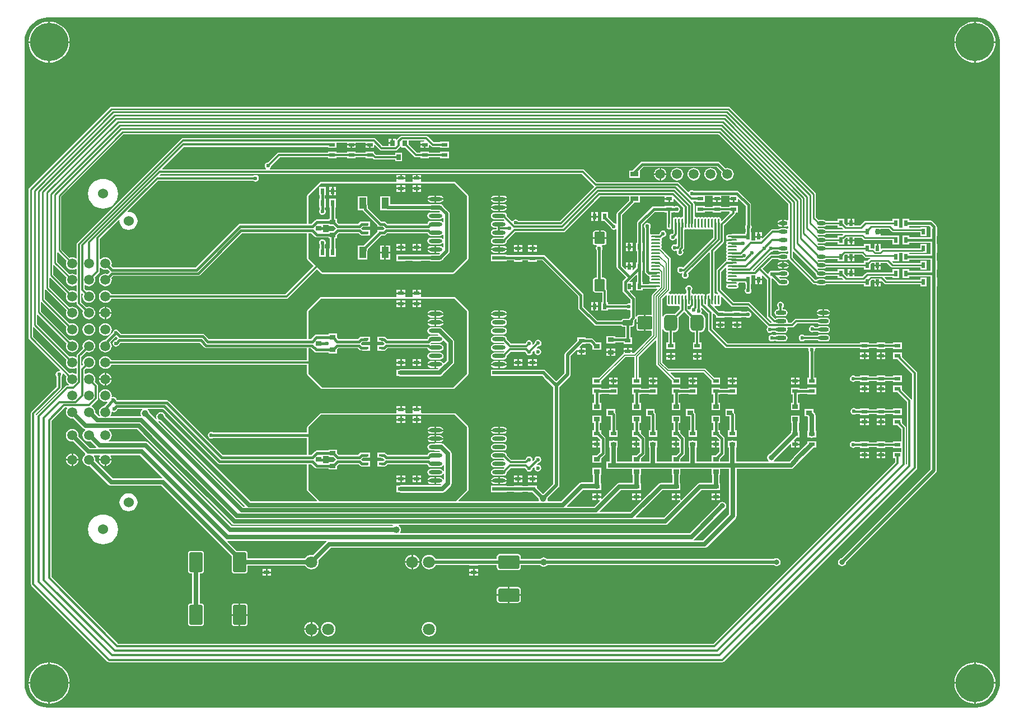
<source format=gtl>
G04*
G04 #@! TF.GenerationSoftware,Altium Limited,Altium Designer,22.2.1 (43)*
G04*
G04 Layer_Physical_Order=1*
G04 Layer_Color=255*
%FSAX44Y44*%
%MOMM*%
G71*
G04*
G04 #@! TF.SameCoordinates,153B5C95-5CF5-4743-8735-2B8DBF92E26D*
G04*
G04*
G04 #@! TF.FilePolarity,Positive*
G04*
G01*
G75*
%ADD11C,0.2500*%
%ADD16C,0.2000*%
%ADD17R,0.7000X0.9000*%
%ADD18R,0.9000X0.6000*%
%ADD19O,0.2540X1.5000*%
%ADD20O,1.5000X0.2540*%
%ADD21R,0.6000X0.9000*%
%ADD22O,1.6000X0.6500*%
%ADD23O,1.3000X0.6000*%
G04:AMPARAMS|DCode=24|XSize=1.6mm|YSize=1.8mm|CornerRadius=0.16mm|HoleSize=0mm|Usage=FLASHONLY|Rotation=0.000|XOffset=0mm|YOffset=0mm|HoleType=Round|Shape=RoundedRectangle|*
%AMROUNDEDRECTD24*
21,1,1.6000,1.4800,0,0,0.0*
21,1,1.2800,1.8000,0,0,0.0*
1,1,0.3200,0.6400,-0.7400*
1,1,0.3200,-0.6400,-0.7400*
1,1,0.3200,-0.6400,0.7400*
1,1,0.3200,0.6400,0.7400*
%
%ADD24ROUNDEDRECTD24*%
G04:AMPARAMS|DCode=25|XSize=1.5mm|YSize=0.8mm|CornerRadius=0.08mm|HoleSize=0mm|Usage=FLASHONLY|Rotation=180.000|XOffset=0mm|YOffset=0mm|HoleType=Round|Shape=RoundedRectangle|*
%AMROUNDEDRECTD25*
21,1,1.5000,0.6400,0,0,180.0*
21,1,1.3400,0.8000,0,0,180.0*
1,1,0.1600,-0.6700,0.3200*
1,1,0.1600,0.6700,0.3200*
1,1,0.1600,0.6700,-0.3200*
1,1,0.1600,-0.6700,-0.3200*
%
%ADD25ROUNDEDRECTD25*%
G04:AMPARAMS|DCode=26|XSize=2.2mm|YSize=2mm|CornerRadius=0.2mm|HoleSize=0mm|Usage=FLASHONLY|Rotation=180.000|XOffset=0mm|YOffset=0mm|HoleType=Round|Shape=RoundedRectangle|*
%AMROUNDEDRECTD26*
21,1,2.2000,1.6000,0,0,180.0*
21,1,1.8000,2.0000,0,0,180.0*
1,1,0.4000,-0.9000,0.8000*
1,1,0.4000,0.9000,0.8000*
1,1,0.4000,0.9000,-0.8000*
1,1,0.4000,-0.9000,-0.8000*
%
%ADD26ROUNDEDRECTD26*%
%ADD27R,0.9000X0.7000*%
G04:AMPARAMS|DCode=28|XSize=2mm|YSize=2.4mm|CornerRadius=0.5mm|HoleSize=0mm|Usage=FLASHONLY|Rotation=180.000|XOffset=0mm|YOffset=0mm|HoleType=Round|Shape=RoundedRectangle|*
%AMROUNDEDRECTD28*
21,1,2.0000,1.4000,0,0,180.0*
21,1,1.0000,2.4000,0,0,180.0*
1,1,1.0000,-0.5000,0.7000*
1,1,1.0000,0.5000,0.7000*
1,1,1.0000,0.5000,-0.7000*
1,1,1.0000,-0.5000,-0.7000*
%
%ADD28ROUNDEDRECTD28*%
%ADD29R,0.8000X0.4000*%
%ADD30O,2.0000X0.6000*%
%ADD31R,2.0000X0.6000*%
%ADD32R,1.1000X1.7000*%
G04:AMPARAMS|DCode=33|XSize=2mm|YSize=3mm|CornerRadius=0.2mm|HoleSize=0mm|Usage=FLASHONLY|Rotation=180.000|XOffset=0mm|YOffset=0mm|HoleType=Round|Shape=RoundedRectangle|*
%AMROUNDEDRECTD33*
21,1,2.0000,2.6000,0,0,180.0*
21,1,1.6000,3.0000,0,0,180.0*
1,1,0.4000,-0.8000,1.3000*
1,1,0.4000,0.8000,1.3000*
1,1,0.4000,0.8000,-1.3000*
1,1,0.4000,-0.8000,-1.3000*
%
%ADD33ROUNDEDRECTD33*%
G04:AMPARAMS|DCode=34|XSize=2mm|YSize=3.2mm|CornerRadius=0.2mm|HoleSize=0mm|Usage=FLASHONLY|Rotation=90.000|XOffset=0mm|YOffset=0mm|HoleType=Round|Shape=RoundedRectangle|*
%AMROUNDEDRECTD34*
21,1,2.0000,2.8000,0,0,90.0*
21,1,1.6000,3.2000,0,0,90.0*
1,1,0.4000,1.4000,0.8000*
1,1,0.4000,1.4000,-0.8000*
1,1,0.4000,-1.4000,-0.8000*
1,1,0.4000,-1.4000,0.8000*
%
%ADD34ROUNDEDRECTD34*%
%ADD35R,1.2000X0.7000*%
%ADD59C,0.7000*%
%ADD60C,0.3810*%
%ADD61C,0.3000*%
%ADD62C,0.5000*%
%ADD63C,1.5000*%
%ADD64C,1.5240*%
%ADD65C,1.8000*%
%ADD66C,5.8000*%
%ADD67C,0.8000*%
%ADD68C,1.0000*%
%ADD69C,0.6000*%
G36*
X01947322Y01546810D02*
X01952064Y01545540D01*
X01956600Y01543661D01*
X01960851Y01541206D01*
X01964746Y01538218D01*
X01968218Y01534746D01*
X01971206Y01530851D01*
X01973661Y01526600D01*
X01975540Y01522064D01*
X01976810Y01517322D01*
X01977451Y01512455D01*
Y01510000D01*
Y00540000D01*
Y00537545D01*
X01976810Y00532678D01*
X01975540Y00527936D01*
X01973661Y00523400D01*
X01971206Y00519149D01*
X01968218Y00515254D01*
X01964746Y00511782D01*
X01960851Y00508794D01*
X01956600Y00506339D01*
X01952064Y00504460D01*
X01947322Y00503190D01*
X01942455Y00502549D01*
X00537545D01*
X00532678Y00503190D01*
X00527936Y00504460D01*
X00523400Y00506339D01*
X00519149Y00508794D01*
X00515254Y00511782D01*
X00511782Y00515254D01*
X00508794Y00519149D01*
X00506339Y00523400D01*
X00504460Y00527936D01*
X00503190Y00532678D01*
X00502549Y00537545D01*
Y00540000D01*
Y01510000D01*
Y01512455D01*
X00503190Y01517322D01*
X00504460Y01522064D01*
X00506339Y01526600D01*
X00508794Y01530851D01*
X00511782Y01534746D01*
X00515254Y01538218D01*
X00519149Y01541206D01*
X00523400Y01543661D01*
X00527936Y01545540D01*
X00532678Y01546810D01*
X00537545Y01547451D01*
X01942455D01*
X01947322Y01546810D01*
D02*
G37*
%LPC*%
G36*
X01941270Y01540996D02*
Y01511270D01*
X01970996D01*
X01970713Y01514865D01*
X01969574Y01519609D01*
X01967707Y01524117D01*
X01965157Y01528278D01*
X01961988Y01531988D01*
X01958278Y01535157D01*
X01954117Y01537707D01*
X01949609Y01539574D01*
X01944865Y01540713D01*
X01941270Y01540996D01*
D02*
G37*
G36*
X01938730D02*
X01935136Y01540713D01*
X01930391Y01539574D01*
X01925883Y01537707D01*
X01921722Y01535157D01*
X01918012Y01531988D01*
X01914843Y01528278D01*
X01912293Y01524117D01*
X01910426Y01519609D01*
X01909287Y01514865D01*
X01909004Y01511270D01*
X01938730D01*
Y01540996D01*
D02*
G37*
G36*
X00541270D02*
Y01511270D01*
X00570996D01*
X00570713Y01514865D01*
X00569574Y01519609D01*
X00567707Y01524117D01*
X00565157Y01528278D01*
X00561988Y01531988D01*
X00558278Y01535157D01*
X00554117Y01537707D01*
X00549609Y01539574D01*
X00544865Y01540713D01*
X00541270Y01540996D01*
D02*
G37*
G36*
X00538730D02*
X00535136Y01540713D01*
X00530391Y01539574D01*
X00525883Y01537707D01*
X00521722Y01535157D01*
X00518012Y01531988D01*
X00514843Y01528278D01*
X00512293Y01524117D01*
X00510426Y01519609D01*
X00509287Y01514865D01*
X00509004Y01511270D01*
X00538730D01*
Y01540996D01*
D02*
G37*
G36*
X01970996Y01508730D02*
X01941270D01*
Y01479004D01*
X01944865Y01479287D01*
X01949609Y01480426D01*
X01954117Y01482293D01*
X01958278Y01484843D01*
X01961988Y01488012D01*
X01965157Y01491722D01*
X01967707Y01495883D01*
X01969574Y01500391D01*
X01970713Y01505135D01*
X01970996Y01508730D01*
D02*
G37*
G36*
X01938730D02*
X01909004D01*
X01909287Y01505135D01*
X01910426Y01500391D01*
X01912293Y01495883D01*
X01914843Y01491722D01*
X01918012Y01488012D01*
X01921722Y01484843D01*
X01925883Y01482293D01*
X01930391Y01480426D01*
X01935136Y01479287D01*
X01938730Y01479004D01*
Y01508730D01*
D02*
G37*
G36*
X00570996D02*
X00541270D01*
Y01479004D01*
X00544865Y01479287D01*
X00549609Y01480426D01*
X00554117Y01482293D01*
X00558278Y01484843D01*
X00561988Y01488012D01*
X00565157Y01491722D01*
X00567707Y01495883D01*
X00569574Y01500391D01*
X00570713Y01505135D01*
X00570996Y01508730D01*
D02*
G37*
G36*
X00538730D02*
X00509004D01*
X00509287Y01505135D01*
X00510426Y01500391D01*
X00512293Y01495883D01*
X00514843Y01491722D01*
X00518012Y01488012D01*
X00521722Y01484843D01*
X00525883Y01482293D01*
X00530391Y01480426D01*
X00535136Y01479287D01*
X00538730Y01479004D01*
Y01508730D01*
D02*
G37*
G36*
X01078500Y01309050D02*
X01073270D01*
Y01305320D01*
X01078500D01*
Y01309050D01*
D02*
G37*
G36*
X01070730D02*
X01065500D01*
Y01305320D01*
X01070730D01*
Y01309050D01*
D02*
G37*
G36*
X01102500D02*
X01097270D01*
Y01305320D01*
X01102500D01*
Y01309050D01*
D02*
G37*
G36*
X01094730D02*
X01089500D01*
Y01305320D01*
X01094730D01*
Y01309050D01*
D02*
G37*
G36*
X01227100Y01277649D02*
X01221370D01*
Y01273821D01*
X01231945D01*
X01231810Y01274502D01*
X01230705Y01276156D01*
X01229051Y01277261D01*
X01227100Y01277649D01*
D02*
G37*
G36*
X01218830D02*
X01213100D01*
X01211149Y01277261D01*
X01209495Y01276156D01*
X01208390Y01274502D01*
X01208254Y01273821D01*
X01218830D01*
Y01277649D01*
D02*
G37*
G36*
X01231945Y01271281D02*
X01221370D01*
Y01267453D01*
X01227100D01*
X01229051Y01267841D01*
X01230705Y01268947D01*
X01231810Y01270600D01*
X01231945Y01271281D01*
D02*
G37*
G36*
X01218830D02*
X01208254D01*
X01208390Y01270600D01*
X01209495Y01268947D01*
X01211149Y01267841D01*
X01213100Y01267453D01*
X01218830D01*
Y01271281D01*
D02*
G37*
G36*
X01227100Y01264949D02*
X01221370D01*
Y01261121D01*
X01231945D01*
X01231810Y01261802D01*
X01230705Y01263456D01*
X01229051Y01264561D01*
X01227100Y01264949D01*
D02*
G37*
G36*
X01218830D02*
X01213100D01*
X01211149Y01264561D01*
X01209495Y01263456D01*
X01208390Y01261802D01*
X01208254Y01261121D01*
X01218830D01*
Y01264949D01*
D02*
G37*
G36*
X01231945Y01258581D02*
X01221370D01*
Y01254753D01*
X01227100D01*
X01229051Y01255141D01*
X01230705Y01256246D01*
X01231810Y01257900D01*
X01231945Y01258581D01*
D02*
G37*
G36*
X01218830D02*
X01208254D01*
X01208390Y01257900D01*
X01209495Y01256246D01*
X01211149Y01255141D01*
X01213100Y01254753D01*
X01218830D01*
Y01258581D01*
D02*
G37*
G36*
X01369700Y01252426D02*
X01365970D01*
Y01247196D01*
X01369700D01*
Y01252426D01*
D02*
G37*
G36*
X01363430D02*
X01359700D01*
Y01247196D01*
X01363430D01*
Y01252426D01*
D02*
G37*
G36*
X01369700Y01244656D02*
X01365970D01*
Y01239426D01*
X01369700D01*
Y01244656D01*
D02*
G37*
G36*
X01363430D02*
X01359700D01*
Y01239426D01*
X01363430D01*
Y01244656D01*
D02*
G37*
G36*
X01757800Y01242300D02*
X01754070D01*
Y01237070D01*
X01757800D01*
Y01242300D01*
D02*
G37*
G36*
X01751530D02*
X01747800D01*
Y01237070D01*
X01751530D01*
Y01242300D01*
D02*
G37*
G36*
X01567000Y01412314D02*
X00634000D01*
X00632732Y01412061D01*
X00631657Y01411343D01*
X00509657Y01289343D01*
X00508939Y01288268D01*
X00508686Y01287000D01*
Y01063000D01*
X00508939Y01061732D01*
X00509657Y01060657D01*
X00556984Y01013330D01*
X00556952Y01013005D01*
X00555576Y01011983D01*
X00555000Y01012098D01*
X00553049Y01011710D01*
X00551395Y01010605D01*
X00550290Y01008951D01*
X00549902Y01007000D01*
X00550290Y01005049D01*
X00551395Y01003395D01*
X00551431Y01003371D01*
Y00988478D01*
X00513477Y00950523D01*
X00512703Y00949366D01*
X00512431Y00948000D01*
Y00690000D01*
X00512703Y00688634D01*
X00513477Y00687477D01*
X00628477Y00572477D01*
X00629634Y00571703D01*
X00631000Y00571431D01*
X01558000D01*
X01559366Y00571703D01*
X01560523Y00572477D01*
X01851378Y00863332D01*
X01852152Y00864489D01*
X01852424Y00865855D01*
Y01009145D01*
X01852152Y01010511D01*
X01851378Y01011668D01*
X01829569Y01033478D01*
Y01033500D01*
X01829500Y01033845D01*
Y01040000D01*
X01816500D01*
Y01030000D01*
X01823127D01*
X01823477Y01029477D01*
X01845286Y01007667D01*
Y00868363D01*
X01845222Y00868324D01*
X01843995Y00869069D01*
Y00967574D01*
X01843723Y00968940D01*
X01842949Y00970097D01*
X01829569Y00983478D01*
Y00983500D01*
X01829500Y00983845D01*
Y00990000D01*
X01816500D01*
Y00980000D01*
X01823127D01*
X01823477Y00979477D01*
X01836857Y00966096D01*
Y00870938D01*
X01836798Y00870903D01*
X01835569Y00871646D01*
Y00926000D01*
X01835297Y00927366D01*
X01834523Y00928523D01*
X01829569Y00933478D01*
Y00933500D01*
X01829500Y00933845D01*
Y00940000D01*
X01816500D01*
Y00930000D01*
X01823127D01*
X01823477Y00929477D01*
X01828431Y00924522D01*
Y00905600D01*
X01816500D01*
Y00904168D01*
X01804500D01*
Y00905600D01*
X01791500D01*
Y00904168D01*
X01779500D01*
Y00905600D01*
X01766500D01*
Y00904569D01*
X01759555D01*
X01759530Y00904605D01*
X01757876Y00905710D01*
X01755926Y00906098D01*
X01753975Y00905710D01*
X01752321Y00904605D01*
X01751216Y00902951D01*
X01750828Y00901000D01*
X01751216Y00899049D01*
X01752321Y00897395D01*
X01753975Y00896290D01*
X01755926Y00895902D01*
X01757876Y00896290D01*
X01759530Y00897395D01*
X01759555Y00897431D01*
X01766500D01*
Y00895600D01*
X01779500D01*
Y00897031D01*
X01791500D01*
Y00895600D01*
X01804500D01*
Y00897031D01*
X01816500D01*
Y00895600D01*
X01828431D01*
Y00890000D01*
X01816500D01*
Y00880000D01*
X01819431D01*
Y00874520D01*
X01544480Y00599569D01*
X00644478D01*
X00543569Y00700478D01*
Y00936522D01*
X00563978Y00956931D01*
X00566743D01*
X00567370Y00955661D01*
X00566702Y00954791D01*
X00565745Y00952480D01*
X00565418Y00950000D01*
X00565745Y00947520D01*
X00566702Y00945209D01*
X00568224Y00943225D01*
X00570209Y00941702D01*
X00572520Y00940744D01*
X00575000Y00940418D01*
X00576459Y00940610D01*
X00591535Y00925535D01*
X00593354Y00924319D01*
X00594227Y00924146D01*
X00594544Y00922788D01*
X00593224Y00921776D01*
X00591702Y00919791D01*
X00590745Y00917480D01*
X00590418Y00915000D01*
X00590745Y00912520D01*
X00591702Y00910209D01*
X00593224Y00908225D01*
X00595209Y00906702D01*
X00597520Y00905745D01*
X00600000Y00905418D01*
X00602343Y00905726D01*
X00610942Y00897128D01*
X00610416Y00895858D01*
X00602073D01*
X00584390Y00913541D01*
X00584582Y00915000D01*
X00584255Y00917480D01*
X00583298Y00919791D01*
X00581775Y00921776D01*
X00579791Y00923298D01*
X00577480Y00924256D01*
X00575000Y00924582D01*
X00572520Y00924256D01*
X00570209Y00923298D01*
X00568224Y00921776D01*
X00566702Y00919791D01*
X00565745Y00917480D01*
X00565418Y00915000D01*
X00565745Y00912520D01*
X00566702Y00910209D01*
X00568224Y00908225D01*
X00570209Y00906702D01*
X00572520Y00905745D01*
X00575000Y00905418D01*
X00576459Y00905610D01*
X00594694Y00887375D01*
X00594511Y00885762D01*
X00593224Y00884775D01*
X00591702Y00882791D01*
X00590745Y00880480D01*
X00590418Y00878000D01*
X00590745Y00875520D01*
X00591702Y00873209D01*
X00593224Y00871225D01*
X00595209Y00869702D01*
X00597520Y00868745D01*
X00600000Y00868418D01*
X00601459Y00868610D01*
X00630035Y00840035D01*
X00631854Y00838819D01*
X00634000Y00838392D01*
X00709677D01*
X00815922Y00732148D01*
Y00710000D01*
X00816232Y00708439D01*
X00817116Y00707116D01*
X00818439Y00706232D01*
X00820000Y00705922D01*
X00836000D01*
X00837561Y00706232D01*
X00838884Y00707116D01*
X00839768Y00708439D01*
X00840078Y00710000D01*
Y00717392D01*
X00927038D01*
X00928755Y00715155D01*
X00931053Y00713391D01*
X00933728Y00712283D01*
X00936600Y00711905D01*
X00939472Y00712283D01*
X00942147Y00713391D01*
X00944445Y00715155D01*
X00946208Y00717452D01*
X00947317Y00720128D01*
X00947695Y00723000D01*
X00947327Y00725796D01*
X00965923Y00744392D01*
X01531000D01*
X01533146Y00744819D01*
X01534965Y00746035D01*
X01577965Y00789035D01*
X01579181Y00790854D01*
X01579608Y00793000D01*
Y00863867D01*
X01633250D01*
X01633250Y00863867D01*
X01661650D01*
X01663796Y00864294D01*
X01665615Y00865510D01*
X01673815Y00873710D01*
X01674822Y00875217D01*
X01695681Y00896075D01*
X01699750D01*
Y00906075D01*
X01692791D01*
X01692250Y00906183D01*
X01691708Y00906075D01*
X01686750D01*
Y00903006D01*
X01665885Y00882140D01*
X01664878Y00880633D01*
X01659327Y00875083D01*
X01636230D01*
X01635845Y00876353D01*
X01636326Y00876674D01*
X01637627Y00878621D01*
X01660577Y00901571D01*
X01661750Y00901085D01*
Y00896075D01*
X01666980D01*
Y00901075D01*
Y00906075D01*
X01666740D01*
X01666254Y00907248D01*
X01670681Y00911675D01*
X01674750D01*
Y00921675D01*
X01673858D01*
Y00933975D01*
X01674750D01*
Y00944975D01*
X01668792D01*
X01668250Y00945083D01*
X01667708Y00944975D01*
X01661750D01*
Y00933975D01*
X01662642D01*
Y00921675D01*
X01661750D01*
Y00918606D01*
X01629830Y00886686D01*
X01629659Y00886652D01*
X01627674Y00885326D01*
X01626348Y00883341D01*
X01625883Y00881000D01*
X01626348Y00878659D01*
X01627674Y00876674D01*
X01628155Y00876353D01*
X01627770Y00875083D01*
X01578858D01*
Y00896675D01*
X01579750D01*
Y00906675D01*
X01575667D01*
X01575396Y00906856D01*
X01573250Y00907283D01*
X01571104Y00906856D01*
X01570833Y00906675D01*
X01566750D01*
Y00896675D01*
X01567642D01*
Y00875083D01*
X01554750D01*
Y00879844D01*
X01560065Y00885160D01*
X01560928Y00886451D01*
X01561232Y00887975D01*
Y00909775D01*
X01560928Y00911299D01*
X01560065Y00912590D01*
X01554750Y00917906D01*
Y00922275D01*
X01552231D01*
Y00933975D01*
X01554750D01*
Y00944975D01*
X01541750D01*
Y00933975D01*
X01544268D01*
Y00922275D01*
X01541750D01*
Y00912275D01*
X01549119D01*
X01553268Y00908126D01*
Y00906675D01*
X01549520D01*
Y00901675D01*
Y00896675D01*
X01553268D01*
Y00889624D01*
X01548119Y00884475D01*
X01541750D01*
Y00875083D01*
X01518858D01*
Y00896675D01*
X01519750D01*
Y00906675D01*
X01515667D01*
X01515396Y00906856D01*
X01513250Y00907283D01*
X01511104Y00906856D01*
X01510833Y00906675D01*
X01506750D01*
Y00896675D01*
X01507642D01*
Y00875083D01*
X01494750D01*
Y00879844D01*
X01500065Y00885160D01*
X01500928Y00886451D01*
X01501232Y00887975D01*
Y00909775D01*
X01500928Y00911299D01*
X01500065Y00912590D01*
X01494750Y00917906D01*
Y00922275D01*
X01492231D01*
Y00933975D01*
X01494750D01*
Y00944975D01*
X01481750D01*
Y00933975D01*
X01484268D01*
Y00922275D01*
X01481750D01*
Y00912275D01*
X01489119D01*
X01493268Y00908126D01*
Y00906675D01*
X01489520D01*
Y00901675D01*
Y00896675D01*
X01493268D01*
Y00889624D01*
X01488119Y00884475D01*
X01481750D01*
Y00875083D01*
X01458858D01*
Y00896675D01*
X01459750D01*
Y00906675D01*
X01455667D01*
X01455396Y00906856D01*
X01453250Y00907283D01*
X01451104Y00906856D01*
X01450833Y00906675D01*
X01446750D01*
Y00896675D01*
X01447642D01*
Y00875083D01*
X01434750D01*
Y00879844D01*
X01440065Y00885160D01*
X01440928Y00886451D01*
X01441232Y00887975D01*
Y00909775D01*
X01440928Y00911299D01*
X01440065Y00912590D01*
X01434750Y00917906D01*
Y00922275D01*
X01432231D01*
Y00933975D01*
X01434750D01*
Y00944975D01*
X01421750D01*
Y00933975D01*
X01424268D01*
Y00922275D01*
X01421750D01*
Y00912275D01*
X01429119D01*
X01433268Y00908126D01*
Y00906675D01*
X01429520D01*
Y00901675D01*
Y00896675D01*
X01433268D01*
Y00889624D01*
X01428119Y00884475D01*
X01421750D01*
Y00875083D01*
X01398858D01*
Y00896675D01*
X01399750D01*
Y00906675D01*
X01395667D01*
X01395396Y00906856D01*
X01393250Y00907283D01*
X01391104Y00906856D01*
X01390833Y00906675D01*
X01386750D01*
Y00896675D01*
X01387642D01*
Y00874975D01*
X01382750D01*
Y00863975D01*
X01393459D01*
X01394000Y00863867D01*
X01421750D01*
Y00854475D01*
X01422642D01*
Y00842883D01*
X01402275D01*
X01400129Y00842456D01*
X01398310Y00841240D01*
X01375923Y00818854D01*
X01374750Y00819340D01*
Y00820405D01*
X01369520D01*
Y00816675D01*
X01372085D01*
X01372571Y00815502D01*
X01363927Y00806858D01*
X01323448D01*
X01322962Y00808031D01*
X01347323Y00832392D01*
X01361750D01*
Y00832275D01*
X01365833D01*
X01366104Y00832094D01*
X01368250Y00831667D01*
X01370396Y00832094D01*
X01370667Y00832275D01*
X01374750D01*
Y00842275D01*
X01373858D01*
Y00854475D01*
X01374750D01*
Y00865475D01*
X01368792D01*
X01368250Y00865583D01*
X01367708Y00865475D01*
X01361750D01*
Y00854475D01*
X01362642D01*
Y00843608D01*
X01345000D01*
X01342854Y00843181D01*
X01341035Y00841965D01*
X01314177Y00815108D01*
X01294162D01*
X01293387Y00816378D01*
X01293820Y00817423D01*
X01294060Y00819250D01*
X01293994Y00819755D01*
X01310244Y00836006D01*
X01311239Y00837494D01*
X01311588Y00839250D01*
Y00988100D01*
X01327244Y01003756D01*
X01328239Y01005244D01*
X01328588Y01007000D01*
Y01034900D01*
X01337327Y01043638D01*
X01337732Y01043470D01*
X01343730D01*
Y01047200D01*
X01342548D01*
X01342062Y01048373D01*
X01346489Y01052800D01*
X01351500D01*
Y01053819D01*
X01357801D01*
X01361750Y01049869D01*
Y01044500D01*
X01374750D01*
Y01055500D01*
X01367381D01*
X01362265Y01060615D01*
X01360974Y01061478D01*
X01359450Y01061781D01*
X01351500D01*
Y01062800D01*
X01338500D01*
Y01057789D01*
X01320756Y01040044D01*
X01319761Y01038556D01*
X01319412Y01036800D01*
Y01008901D01*
X01307000Y00996489D01*
X01295344Y01008144D01*
X01290843Y01012646D01*
X01289355Y01013640D01*
X01287599Y01013989D01*
X01277500D01*
Y01014401D01*
X01264500D01*
Y01013989D01*
X01255500D01*
Y01014401D01*
X01242500D01*
Y01013989D01*
X01232100D01*
Y01014401D01*
X01208100D01*
Y01004401D01*
X01232100D01*
Y01004813D01*
X01242500D01*
Y01004401D01*
X01255500D01*
Y01004813D01*
X01264500D01*
Y01004401D01*
X01277500D01*
Y01004813D01*
X01285698D01*
X01288856Y01001656D01*
X01288856Y01001656D01*
X01302412Y00988100D01*
Y00841151D01*
X01287505Y00826244D01*
X01287000Y00826311D01*
X01286407Y00826233D01*
X01277500Y00835140D01*
Y00838651D01*
X01264500D01*
Y00838239D01*
X01255500D01*
Y00838651D01*
X01242500D01*
Y00838239D01*
X01232100D01*
Y00838651D01*
X01208100D01*
Y00828651D01*
X01232100D01*
Y00829063D01*
X01242500D01*
Y00828651D01*
X01255500D01*
Y00829063D01*
X01264500D01*
Y00828651D01*
X01271011D01*
X01279995Y00819668D01*
X01279940Y00819250D01*
X01280180Y00817423D01*
X01280613Y00816378D01*
X01279838Y00815108D01*
X01159401D01*
X01158915Y00816281D01*
X01173442Y00830808D01*
X01173884Y00831470D01*
X01174039Y00832250D01*
Y00927250D01*
X01173884Y00928030D01*
X01173442Y00928692D01*
X01154442Y00947692D01*
X01153780Y00948134D01*
X01153000Y00948289D01*
X01103455Y00948289D01*
X01102500Y00949559D01*
Y00952780D01*
X01096000D01*
Y00954050D01*
D01*
Y00952780D01*
X01089500D01*
Y00949559D01*
X01089500Y00949050D01*
X01088545Y00948289D01*
X01079455D01*
X01078500Y00949559D01*
Y00952780D01*
X01072000D01*
X01065500D01*
Y00949559D01*
X01065500Y00949050D01*
X01064545Y00948289D01*
X00951000Y00948289D01*
X00950220Y00948134D01*
X00949558Y00947692D01*
X00930558Y00928692D01*
X00930116Y00928030D01*
X00929961Y00927250D01*
Y00918981D01*
X00788041D01*
X00786951Y00919710D01*
X00785000Y00920098D01*
X00783049Y00919710D01*
X00781395Y00918605D01*
X00780290Y00916951D01*
X00779902Y00915000D01*
X00780290Y00913049D01*
X00781395Y00911395D01*
X00783049Y00910290D01*
X00785000Y00909902D01*
X00786951Y00910290D01*
X00788041Y00911019D01*
X00929961D01*
Y00885293D01*
X00802337D01*
X00720815Y00966815D01*
X00719524Y00967678D01*
X00718000Y00967981D01*
X00642976D01*
X00641885Y00969073D01*
X00641710Y00969951D01*
X00640605Y00971605D01*
X00638951Y00972710D01*
X00637000Y00973098D01*
X00635575Y00972814D01*
X00634522Y00973609D01*
X00634422Y00973781D01*
X00634582Y00975000D01*
X00634255Y00977480D01*
X00633298Y00979791D01*
X00631775Y00981776D01*
X00629791Y00983298D01*
X00627480Y00984256D01*
X00625000Y00984582D01*
X00622520Y00984256D01*
X00620209Y00983298D01*
X00618224Y00981776D01*
X00616702Y00979791D01*
X00615745Y00977480D01*
X00615418Y00975000D01*
X00615745Y00972520D01*
X00616702Y00970209D01*
X00618224Y00968225D01*
X00620209Y00966702D01*
X00622520Y00965745D01*
X00625000Y00965418D01*
X00627293Y00965720D01*
X00627644Y00965327D01*
X00627940Y00964571D01*
X00624326Y00960956D01*
X00623463Y00959665D01*
X00623404Y00959372D01*
X00622520Y00959256D01*
X00620209Y00958298D01*
X00618224Y00956776D01*
X00616702Y00954791D01*
X00615745Y00952480D01*
X00615418Y00950000D01*
X00615745Y00947520D01*
X00616702Y00945209D01*
X00617191Y00944572D01*
X00616672Y00943475D01*
X00615512Y00943374D01*
X00609501Y00949385D01*
X00609582Y00950000D01*
X00609255Y00952480D01*
X00608298Y00954791D01*
X00606775Y00956776D01*
X00604791Y00958298D01*
X00604468Y00958432D01*
X00604220Y00959678D01*
X00612773Y00968231D01*
X00613547Y00969389D01*
X00613819Y00970754D01*
Y00989750D01*
X00613547Y00991116D01*
X00612773Y00992273D01*
X00608749Y00996298D01*
X00609255Y00997520D01*
X00609582Y01000000D01*
X00609255Y01002480D01*
X00608298Y01004791D01*
X00606775Y01006776D01*
X00604791Y01008298D01*
X00602480Y01009256D01*
X00600000Y01009582D01*
X00597520Y01009256D01*
X00595209Y01008298D01*
X00594458Y01007722D01*
X00593318Y01008283D01*
Y01013272D01*
X00596298Y01016251D01*
X00597520Y01015745D01*
X00600000Y01015418D01*
X00602480Y01015745D01*
X00604791Y01016702D01*
X00606775Y01018225D01*
X00608298Y01020209D01*
X00609255Y01022520D01*
X00609582Y01025000D01*
X00609255Y01027480D01*
X00608298Y01029791D01*
X00606775Y01031776D01*
X00604791Y01033298D01*
X00602480Y01034256D01*
X00600000Y01034582D01*
X00597520Y01034256D01*
X00595209Y01033298D01*
X00593224Y01031776D01*
X00591702Y01029791D01*
X00590745Y01027480D01*
X00590418Y01025000D01*
X00590745Y01022520D01*
X00591251Y01021298D01*
X00589992Y01020039D01*
X00588819Y01020525D01*
Y01033772D01*
X00596298Y01041251D01*
X00597520Y01040745D01*
X00600000Y01040418D01*
X00602480Y01040745D01*
X00604791Y01041702D01*
X00606775Y01043225D01*
X00608298Y01045209D01*
X00609255Y01047520D01*
X00609582Y01050000D01*
X00609255Y01052480D01*
X00608298Y01054791D01*
X00606775Y01056776D01*
X00604791Y01058298D01*
X00602480Y01059256D01*
X00600000Y01059582D01*
X00597520Y01059256D01*
X00595209Y01058298D01*
X00593224Y01056776D01*
X00591702Y01054791D01*
X00590745Y01052480D01*
X00590418Y01050000D01*
X00590745Y01047520D01*
X00591251Y01046298D01*
X00582727Y01037773D01*
X00581953Y01036616D01*
X00581681Y01035250D01*
Y01033283D01*
X00580542Y01032722D01*
X00579791Y01033298D01*
X00577480Y01034256D01*
X00575000Y01034582D01*
X00572520Y01034256D01*
X00571043Y01033643D01*
X00521314Y01083372D01*
Y01097204D01*
X00522584Y01097730D01*
X00566357Y01053957D01*
X00565745Y01052480D01*
X00565418Y01050000D01*
X00565745Y01047520D01*
X00566702Y01045209D01*
X00568224Y01043225D01*
X00570209Y01041702D01*
X00572520Y01040745D01*
X00575000Y01040418D01*
X00577480Y01040745D01*
X00579791Y01041702D01*
X00581775Y01043225D01*
X00583298Y01045209D01*
X00584255Y01047520D01*
X00584582Y01050000D01*
X00584255Y01052480D01*
X00583298Y01054791D01*
X00581775Y01056776D01*
X00579791Y01058298D01*
X00577480Y01059256D01*
X00575000Y01059582D01*
X00572520Y01059256D01*
X00571043Y01058644D01*
X00527314Y01102373D01*
Y01116204D01*
X00528584Y01116730D01*
X00566357Y01078957D01*
X00565745Y01077480D01*
X00565418Y01075000D01*
X00565745Y01072520D01*
X00566702Y01070209D01*
X00568224Y01068225D01*
X00570209Y01066702D01*
X00572520Y01065745D01*
X00575000Y01065418D01*
X00577480Y01065745D01*
X00579791Y01066702D01*
X00581775Y01068225D01*
X00583298Y01070209D01*
X00584255Y01072520D01*
X00584582Y01075000D01*
X00584255Y01077480D01*
X00583298Y01079791D01*
X00581775Y01081776D01*
X00579791Y01083298D01*
X00577480Y01084256D01*
X00575000Y01084582D01*
X00572520Y01084256D01*
X00571043Y01083644D01*
X00533314Y01121373D01*
Y01135399D01*
X00534584Y01135784D01*
X00534692Y01135621D01*
X00566357Y01103957D01*
X00565745Y01102480D01*
X00565418Y01100000D01*
X00565745Y01097520D01*
X00566702Y01095209D01*
X00568224Y01093225D01*
X00570209Y01091702D01*
X00572520Y01090745D01*
X00575000Y01090418D01*
X00577480Y01090745D01*
X00579791Y01091702D01*
X00581775Y01093225D01*
X00583298Y01095209D01*
X00584255Y01097520D01*
X00584582Y01100000D01*
X00584255Y01102480D01*
X00583298Y01104791D01*
X00581775Y01106776D01*
X00579791Y01108298D01*
X00577480Y01109256D01*
X00575000Y01109582D01*
X00572520Y01109256D01*
X00571043Y01108643D01*
X00540349Y01139337D01*
Y01153169D01*
X00541619Y01153695D01*
X00566357Y01128957D01*
X00565745Y01127480D01*
X00565418Y01125000D01*
X00565745Y01122520D01*
X00566702Y01120209D01*
X00568224Y01118225D01*
X00570209Y01116702D01*
X00572520Y01115745D01*
X00575000Y01115418D01*
X00577480Y01115745D01*
X00579791Y01116702D01*
X00580542Y01117278D01*
X00581681Y01116717D01*
Y01114750D01*
X00581953Y01113384D01*
X00582727Y01112227D01*
X00591251Y01103702D01*
X00590745Y01102480D01*
X00590418Y01100000D01*
X00590745Y01097520D01*
X00591702Y01095209D01*
X00593224Y01093225D01*
X00595209Y01091702D01*
X00597520Y01090745D01*
X00600000Y01090418D01*
X00602480Y01090745D01*
X00604791Y01091702D01*
X00606775Y01093225D01*
X00608298Y01095209D01*
X00609255Y01097520D01*
X00609582Y01100000D01*
X00609255Y01102480D01*
X00608298Y01104791D01*
X00606775Y01106776D01*
X00604791Y01108298D01*
X00602480Y01109256D01*
X00600000Y01109582D01*
X00597520Y01109256D01*
X00596298Y01108749D01*
X00588819Y01116228D01*
Y01129475D01*
X00589992Y01129961D01*
X00591251Y01128702D01*
X00590745Y01127480D01*
X00590418Y01125000D01*
X00590745Y01122520D01*
X00591702Y01120209D01*
X00593224Y01118225D01*
X00595209Y01116702D01*
X00597520Y01115745D01*
X00600000Y01115418D01*
X00602480Y01115745D01*
X00604791Y01116702D01*
X00606775Y01118225D01*
X00608298Y01120209D01*
X00609255Y01122520D01*
X00609582Y01125000D01*
X00609255Y01127480D01*
X00608298Y01129791D01*
X00606775Y01131776D01*
X00604791Y01133298D01*
X00602480Y01134256D01*
X00600000Y01134582D01*
X00597520Y01134256D01*
X00596298Y01133749D01*
X00593318Y01136728D01*
Y01141717D01*
X00594458Y01142278D01*
X00595209Y01141702D01*
X00597520Y01140745D01*
X00600000Y01140418D01*
X00602480Y01140745D01*
X00604791Y01141702D01*
X00606775Y01143225D01*
X00608298Y01145209D01*
X00609255Y01147520D01*
X00609582Y01150000D01*
X00609255Y01152480D01*
X00608749Y01153702D01*
X00615523Y01160477D01*
X00616297Y01161634D01*
X00616569Y01163000D01*
Y01168296D01*
X00617839Y01168728D01*
X00618224Y01168225D01*
X00620209Y01166702D01*
X00622520Y01165745D01*
X00625000Y01165418D01*
X00627480Y01165745D01*
X00628289Y01166080D01*
X00631869Y01162500D01*
X00628289Y01158920D01*
X00627480Y01159256D01*
X00625000Y01159582D01*
X00622520Y01159256D01*
X00620209Y01158298D01*
X00618224Y01156776D01*
X00616702Y01154791D01*
X00615745Y01152480D01*
X00615418Y01150000D01*
X00615745Y01147520D01*
X00616702Y01145209D01*
X00618224Y01143225D01*
X00620209Y01141702D01*
X00622520Y01140745D01*
X00625000Y01140418D01*
X00627480Y01140745D01*
X00629791Y01141702D01*
X00631775Y01143225D01*
X00633298Y01145209D01*
X00634255Y01147520D01*
X00634582Y01150000D01*
X00634255Y01152480D01*
X00633920Y01153289D01*
X00636649Y01156019D01*
X00765000D01*
X00766524Y01156322D01*
X00767815Y01157185D01*
X00831649Y01221019D01*
X00929961D01*
Y01182250D01*
X00930116Y01181470D01*
X00930558Y01180808D01*
X00940160Y01171206D01*
X00897522Y01128569D01*
X00633805D01*
X00633298Y01129791D01*
X00631775Y01131776D01*
X00629791Y01133298D01*
X00627480Y01134256D01*
X00625000Y01134582D01*
X00622520Y01134256D01*
X00620209Y01133298D01*
X00618224Y01131776D01*
X00616702Y01129791D01*
X00615745Y01127480D01*
X00615418Y01125000D01*
X00615745Y01122520D01*
X00616702Y01120209D01*
X00618224Y01118225D01*
X00620209Y01116702D01*
X00622520Y01115745D01*
X00625000Y01115418D01*
X00627480Y01115745D01*
X00629791Y01116702D01*
X00631775Y01118225D01*
X00633298Y01120209D01*
X00633805Y01121431D01*
X00899000D01*
X00900366Y01121703D01*
X00901523Y01122477D01*
X00945206Y01166160D01*
X00951558Y01159808D01*
X00952220Y01159366D01*
X00953000Y01159211D01*
X01151000Y01159211D01*
X01151780Y01159366D01*
X01152442Y01159808D01*
X01173442Y01180808D01*
X01173884Y01181470D01*
X01174039Y01182250D01*
Y01277250D01*
X01173884Y01278030D01*
X01173442Y01278692D01*
X01154442Y01297692D01*
X01153780Y01298134D01*
X01153000Y01298289D01*
X01103455Y01298289D01*
X01102500Y01299559D01*
Y01302780D01*
X01096000D01*
X01089500D01*
Y01299559D01*
X01089500Y01299050D01*
X01088545Y01298289D01*
X01079455D01*
X01078500Y01299559D01*
Y01302780D01*
X01072000D01*
X01065500D01*
Y01299559D01*
X01065500Y01299050D01*
X01064545Y01298289D01*
X00951000Y01298289D01*
X00950220Y01298134D01*
X00949558Y01297692D01*
X00930558Y01278692D01*
X00930116Y01278030D01*
X00929961Y01277250D01*
Y01234982D01*
X00828844D01*
X00827320Y01234678D01*
X00826029Y01233815D01*
X00761255Y01169042D01*
X00636589D01*
X00633920Y01171711D01*
X00634255Y01172520D01*
X00634582Y01175000D01*
X00634255Y01177480D01*
X00633298Y01179791D01*
X00631775Y01181776D01*
X00629791Y01183298D01*
X00627480Y01184256D01*
X00625000Y01184582D01*
X00622520Y01184256D01*
X00620209Y01183298D01*
X00618224Y01181776D01*
X00617839Y01181273D01*
X00616569Y01181704D01*
Y01212235D01*
X00645373Y01241040D01*
X00646512Y01240478D01*
X00646384Y01239500D01*
X00646848Y01235976D01*
X00648208Y01232692D01*
X00650372Y01229872D01*
X00653192Y01227708D01*
X00656476Y01226348D01*
X00660000Y01225883D01*
X00663524Y01226348D01*
X00666808Y01227708D01*
X00669628Y01229872D01*
X00671792Y01232692D01*
X00673152Y01235976D01*
X00673616Y01239500D01*
X00673152Y01243024D01*
X00671792Y01246308D01*
X00669628Y01249128D01*
X00666808Y01251292D01*
X00663524Y01252653D01*
X00660000Y01253117D01*
X00659022Y01252988D01*
X00658460Y01254127D01*
X00704765Y01300431D01*
X00848371D01*
X00848395Y01300395D01*
X00850049Y01299290D01*
X00852000Y01298902D01*
X00853951Y01299290D01*
X00855605Y01300395D01*
X00856710Y01302049D01*
X00857098Y01304000D01*
X00856710Y01305951D01*
X00855605Y01307605D01*
X00853951Y01308710D01*
X00852000Y01309098D01*
X00850049Y01308710D01*
X00848395Y01307605D01*
X00848371Y01307569D01*
X00707551D01*
X00707065Y01308742D01*
X00708755Y01310431D01*
X01345522D01*
X01364227Y01291727D01*
X01364267Y01291314D01*
X01312522Y01239569D01*
X01249488D01*
X01249179Y01240031D01*
X01247525Y01241136D01*
X01245574Y01241524D01*
X01243623Y01241136D01*
X01241969Y01240031D01*
X01241453Y01239258D01*
X01239818Y01239097D01*
X01232126Y01246789D01*
X01232198Y01247151D01*
X01231810Y01249102D01*
X01230705Y01250756D01*
X01229051Y01251861D01*
X01227100Y01252249D01*
X01213100D01*
X01211149Y01251861D01*
X01209495Y01250756D01*
X01208390Y01249102D01*
X01208002Y01247151D01*
X01208390Y01245200D01*
X01209495Y01243547D01*
X01211149Y01242441D01*
X01213100Y01242053D01*
X01226768D01*
X01228195Y01240626D01*
X01227570Y01239456D01*
X01227100Y01239549D01*
X01213100D01*
X01211149Y01239161D01*
X01209495Y01238056D01*
X01208390Y01236402D01*
X01208002Y01234451D01*
X01208390Y01232500D01*
X01209495Y01230846D01*
X01211149Y01229741D01*
X01213100Y01229353D01*
X01216531D01*
Y01226849D01*
X01213100D01*
X01211149Y01226461D01*
X01209495Y01225356D01*
X01208390Y01223702D01*
X01208002Y01221751D01*
X01208390Y01219800D01*
X01209495Y01218147D01*
X01211149Y01217041D01*
X01213100Y01216653D01*
X01227100D01*
X01227338Y01216701D01*
X01227964Y01215530D01*
X01226583Y01214149D01*
X01213100D01*
X01211149Y01213761D01*
X01209495Y01212656D01*
X01208390Y01211002D01*
X01208002Y01209051D01*
X01208390Y01207100D01*
X01209495Y01205446D01*
X01211149Y01204341D01*
X01213100Y01203953D01*
X01227100D01*
X01229051Y01204341D01*
X01230705Y01205446D01*
X01231810Y01207100D01*
X01232198Y01209051D01*
X01232095Y01209568D01*
X01244958Y01222431D01*
X01318000D01*
X01319366Y01222703D01*
X01320523Y01223477D01*
X01373478Y01276431D01*
X01417125D01*
Y01271790D01*
X01417048Y01271405D01*
Y01270554D01*
X01399185Y01252690D01*
X01398322Y01251399D01*
X01398018Y01249875D01*
Y01235856D01*
X01396749Y01235177D01*
X01395951Y01235710D01*
X01394323Y01236034D01*
X01385300Y01245056D01*
Y01252426D01*
X01375300D01*
Y01239426D01*
X01379669D01*
X01389102Y01229993D01*
X01389290Y01229049D01*
X01390395Y01227395D01*
X01392049Y01226290D01*
X01394000Y01225902D01*
X01395951Y01226290D01*
X01396749Y01226823D01*
X01398018Y01226144D01*
Y01170000D01*
X01398322Y01168476D01*
X01399185Y01167185D01*
X01412369Y01154000D01*
X01408185Y01149815D01*
X01407322Y01148524D01*
X01407018Y01147000D01*
Y01134000D01*
X01407322Y01132476D01*
X01408185Y01131185D01*
X01419019Y01120351D01*
Y01115317D01*
X01417749Y01114275D01*
X01416845Y01114455D01*
X01414894Y01114067D01*
X01413240Y01112962D01*
X01413216Y01112925D01*
X01385300D01*
Y01116426D01*
X01383869D01*
Y01133501D01*
X01383597Y01134866D01*
X01382823Y01136024D01*
X01382571Y01136277D01*
Y01149701D01*
X01382291Y01151105D01*
X01381496Y01152296D01*
X01380305Y01153092D01*
X01378900Y01153371D01*
X01375981D01*
Y01194959D01*
X01376710Y01196049D01*
X01377098Y01198000D01*
X01376710Y01199951D01*
X01375869Y01201210D01*
X01376407Y01202480D01*
X01378900D01*
X01380305Y01202759D01*
X01381496Y01203555D01*
X01382291Y01204746D01*
X01382571Y01206151D01*
Y01212281D01*
X01362430D01*
Y01206151D01*
X01362709Y01204746D01*
X01363505Y01203555D01*
X01364695Y01202759D01*
X01366100Y01202480D01*
X01367593D01*
X01368132Y01201210D01*
X01367290Y01199951D01*
X01366902Y01198000D01*
X01367290Y01196049D01*
X01368018Y01194959D01*
Y01153371D01*
X01366100D01*
X01364695Y01153092D01*
X01363505Y01152296D01*
X01362709Y01151105D01*
X01362430Y01149701D01*
Y01134901D01*
X01362709Y01133496D01*
X01363505Y01132305D01*
X01364695Y01131509D01*
X01366100Y01131230D01*
X01376732D01*
Y01116426D01*
X01375300D01*
Y01103426D01*
X01385300D01*
Y01105788D01*
X01413216D01*
X01413240Y01105752D01*
X01414894Y01104647D01*
X01416845Y01104259D01*
X01417749Y01104438D01*
X01419019Y01103396D01*
Y01094649D01*
X01417780Y01093410D01*
X01416917Y01092119D01*
X01416705Y01091055D01*
X01408300D01*
X01407207Y01090837D01*
X01406281Y01090219D01*
X01405663Y01089293D01*
X01405601Y01088981D01*
X01368649D01*
X01347982Y01109649D01*
Y01127000D01*
X01347678Y01128524D01*
X01346815Y01129815D01*
X01290164Y01186467D01*
X01288872Y01187330D01*
X01287349Y01187633D01*
X01232100D01*
Y01188651D01*
X01208100D01*
Y01178651D01*
X01232100D01*
Y01179670D01*
X01242500D01*
Y01177450D01*
X01255500D01*
Y01179670D01*
X01264500D01*
Y01177450D01*
X01277500D01*
Y01179670D01*
X01285699D01*
X01340018Y01125351D01*
Y01108000D01*
X01340322Y01106476D01*
X01341185Y01105185D01*
X01364185Y01082185D01*
X01365476Y01081322D01*
X01367000Y01081019D01*
X01405601D01*
X01405663Y01080707D01*
X01406281Y01079781D01*
X01407207Y01079163D01*
X01408300Y01078945D01*
X01411019D01*
Y01063482D01*
X01395750D01*
Y01065000D01*
X01382750D01*
Y01054000D01*
X01395750D01*
Y01055518D01*
X01408500D01*
Y01052800D01*
X01421500D01*
Y01062800D01*
X01418981D01*
Y01078945D01*
X01421700D01*
X01422793Y01079163D01*
X01423719Y01079781D01*
X01424337Y01080707D01*
X01424555Y01081800D01*
Y01086986D01*
X01424577Y01087095D01*
Y01088946D01*
X01425815Y01090185D01*
X01426652Y01091436D01*
X01426760Y01091460D01*
X01427922Y01091225D01*
Y01086270D01*
X01439730D01*
Y01097078D01*
X01432000D01*
X01430439Y01096768D01*
X01429116Y01095884D01*
X01428232Y01094561D01*
X01426982Y01094783D01*
Y01122000D01*
X01426678Y01123524D01*
X01425815Y01124815D01*
X01417878Y01132752D01*
X01418364Y01133926D01*
X01422200D01*
Y01139156D01*
X01417200D01*
Y01141696D01*
X01422200D01*
Y01146926D01*
X01418216D01*
X01417730Y01148099D01*
X01427645Y01158015D01*
X01428819Y01157529D01*
Y01146926D01*
X01427800D01*
Y01133926D01*
X01437800D01*
Y01136857D01*
X01457000D01*
X01458179Y01137092D01*
X01459088D01*
X01459574Y01135918D01*
X01452340Y01128684D01*
X01451677Y01127691D01*
X01451444Y01126521D01*
X01451444Y01126521D01*
Y01097792D01*
X01450462Y01096986D01*
X01450000Y01097078D01*
X01442270D01*
Y01085000D01*
Y01072922D01*
X01450000D01*
X01450462Y01073014D01*
X01451444Y01072208D01*
Y01066770D01*
X01424183Y01039509D01*
X01421500D01*
Y01040930D01*
X01415000D01*
X01408500D01*
Y01038755D01*
X01408287Y01038613D01*
X01371949Y01002275D01*
X01361750D01*
Y00992275D01*
X01374750D01*
Y00996487D01*
X01374938Y00996612D01*
X01411717Y01033391D01*
X01425191D01*
Y01002275D01*
X01421750D01*
Y00992275D01*
X01434750D01*
Y01002275D01*
X01431309D01*
Y01033387D01*
X01456770Y01058849D01*
X01457944Y01058363D01*
Y01022805D01*
X01457944Y01022805D01*
X01458177Y01021635D01*
X01458840Y01020642D01*
X01471895Y01007587D01*
X01471895Y01007587D01*
X01472550Y01007149D01*
X01481750Y00997949D01*
Y00992275D01*
X01494750D01*
Y01002275D01*
X01486076D01*
X01479583Y01008768D01*
X01480069Y01009941D01*
X01529758D01*
X01541750Y00997949D01*
Y00992275D01*
X01554750D01*
Y01002275D01*
X01546076D01*
X01533188Y01015163D01*
X01532196Y01015826D01*
X01531025Y01016059D01*
X01531025Y01016059D01*
X01476671D01*
X01467311Y01025418D01*
Y01026747D01*
Y01074951D01*
X01468581Y01075204D01*
X01468885Y01074470D01*
X01470007Y01073008D01*
X01471470Y01071886D01*
X01473173Y01071180D01*
X01475000Y01070940D01*
X01476431D01*
Y01055300D01*
X01473500D01*
Y01045300D01*
X01486500D01*
Y01055300D01*
X01483569D01*
Y01070940D01*
X01485000D01*
X01486827Y01071180D01*
X01488530Y01071886D01*
X01489992Y01073008D01*
X01491115Y01074470D01*
X01491820Y01076173D01*
X01492060Y01078000D01*
Y01092000D01*
X01491826Y01093779D01*
X01500000Y01101953D01*
X01508174Y01093779D01*
X01507940Y01092000D01*
Y01078000D01*
X01508180Y01076173D01*
X01508885Y01074470D01*
X01510007Y01073008D01*
X01511470Y01071886D01*
X01513173Y01071180D01*
X01515000Y01070940D01*
X01516431D01*
Y01055300D01*
X01513500D01*
Y01045300D01*
X01526500D01*
Y01055300D01*
X01523569D01*
Y01070940D01*
X01525000D01*
X01526827Y01071180D01*
X01528530Y01071886D01*
X01529993Y01073008D01*
X01531115Y01074470D01*
X01531820Y01076173D01*
X01532060Y01078000D01*
Y01092000D01*
X01531820Y01093827D01*
X01531115Y01095530D01*
X01529993Y01096992D01*
X01528530Y01098114D01*
X01526827Y01098820D01*
X01526542Y01098857D01*
X01525950Y01100216D01*
X01526641Y01101250D01*
X01527029Y01103201D01*
X01526641Y01105152D01*
X01525885Y01106282D01*
X01526053Y01107191D01*
X01527308Y01107646D01*
X01536431Y01098522D01*
Y01075000D01*
X01536703Y01073634D01*
X01537477Y01072477D01*
X01561877Y01048077D01*
X01563034Y01047303D01*
X01564400Y01047031D01*
X01687041D01*
X01688083Y01045761D01*
X01687902Y01044850D01*
X01688290Y01042899D01*
X01689144Y01041622D01*
Y01002275D01*
X01686750D01*
Y00992275D01*
X01699750D01*
Y01002275D01*
X01697106D01*
Y01041996D01*
X01697710Y01042899D01*
X01698098Y01044850D01*
X01697917Y01045761D01*
X01698959Y01047031D01*
X01766500D01*
Y01045600D01*
X01779500D01*
Y01047031D01*
X01791500D01*
Y01045600D01*
X01804500D01*
Y01047031D01*
X01816500D01*
Y01045600D01*
X01829500D01*
Y01055600D01*
X01816500D01*
Y01054169D01*
X01804500D01*
Y01055600D01*
X01791500D01*
Y01054169D01*
X01779500D01*
Y01055600D01*
X01766500D01*
Y01054169D01*
X01565878D01*
X01543569Y01076478D01*
Y01099005D01*
X01544839Y01099531D01*
X01548290Y01096080D01*
X01548500Y01095939D01*
Y01092800D01*
X01561500D01*
Y01093819D01*
X01573500D01*
Y01092800D01*
X01586500D01*
Y01093763D01*
X01593876D01*
X01595049Y01092980D01*
X01597000Y01092591D01*
X01598951Y01092980D01*
X01600605Y01094085D01*
X01601710Y01095739D01*
X01602098Y01097689D01*
X01601710Y01099640D01*
X01600605Y01101294D01*
X01598951Y01102399D01*
X01597000Y01102787D01*
X01595049Y01102399D01*
X01594042Y01101726D01*
X01586500D01*
Y01102800D01*
X01573500D01*
Y01101781D01*
X01561500D01*
Y01102800D01*
X01554290D01*
X01553905Y01102877D01*
X01552754D01*
X01546332Y01109299D01*
X01546957Y01110470D01*
X01547500Y01110362D01*
X01548776Y01110615D01*
X01548999Y01110764D01*
X01550000Y01111267D01*
X01551001Y01110764D01*
X01551224Y01110615D01*
X01552500Y01110362D01*
X01553776Y01110615D01*
X01554857Y01111338D01*
X01555580Y01112420D01*
X01555834Y01113696D01*
Y01124460D01*
X01557007Y01124946D01*
X01571477Y01110477D01*
X01572634Y01109703D01*
X01574000Y01109431D01*
X01596522D01*
X01626051Y01079902D01*
X01626395Y01078605D01*
X01626071Y01078120D01*
X01625290Y01076951D01*
X01624902Y01075000D01*
X01625290Y01073049D01*
X01626395Y01071395D01*
X01628049Y01070290D01*
X01630000Y01069902D01*
X01631951Y01070290D01*
X01633605Y01071395D01*
X01633629Y01071431D01*
X01638070D01*
X01638215Y01071215D01*
X01639952Y01070055D01*
X01642000Y01069647D01*
X01651500D01*
X01653548Y01070055D01*
X01655285Y01071215D01*
X01656445Y01072952D01*
X01656853Y01075000D01*
X01656483Y01076861D01*
X01656982Y01078053D01*
X01657024Y01078131D01*
X01663700D01*
X01665066Y01078403D01*
X01666223Y01079177D01*
X01671178Y01084131D01*
X01702070D01*
X01702215Y01083915D01*
X01703952Y01082755D01*
X01706000Y01082347D01*
X01715500D01*
X01717548Y01082755D01*
X01719285Y01083915D01*
X01720445Y01085651D01*
X01720853Y01087700D01*
X01720445Y01089748D01*
X01719285Y01091485D01*
X01717548Y01092645D01*
X01715500Y01093053D01*
X01706000D01*
X01703952Y01092645D01*
X01702215Y01091485D01*
X01702070Y01091269D01*
X01669700D01*
X01668334Y01090997D01*
X01667177Y01090223D01*
X01662222Y01085268D01*
X01657601D01*
X01656622Y01086539D01*
X01656853Y01087700D01*
X01656445Y01089748D01*
X01655285Y01091485D01*
X01653548Y01092645D01*
X01651500Y01093053D01*
X01642000D01*
X01639952Y01092645D01*
X01638215Y01091485D01*
X01637038Y01092009D01*
X01632569Y01096478D01*
Y01152000D01*
X01632567Y01152006D01*
X01633738Y01152632D01*
X01641190Y01145180D01*
X01641996Y01144641D01*
X01642895Y01143295D01*
X01644549Y01142190D01*
X01646500Y01141802D01*
X01653500D01*
X01655451Y01142190D01*
X01657105Y01143295D01*
X01658210Y01144949D01*
X01658598Y01146900D01*
X01658210Y01148851D01*
X01657105Y01150505D01*
X01655451Y01151610D01*
X01653500Y01151998D01*
X01646500D01*
X01645777Y01151854D01*
X01643702Y01153929D01*
X01644512Y01154915D01*
X01644549Y01154890D01*
X01646500Y01154502D01*
X01653500D01*
X01655451Y01154890D01*
X01657105Y01155995D01*
X01658210Y01157649D01*
X01658598Y01159600D01*
X01658210Y01161551D01*
X01657105Y01163205D01*
X01655451Y01164310D01*
X01653500Y01164698D01*
X01646500D01*
X01644549Y01164310D01*
X01643459Y01163581D01*
X01635143D01*
X01634951Y01163710D01*
X01633000Y01164098D01*
X01631049Y01163710D01*
X01629395Y01162605D01*
X01628290Y01160951D01*
X01628058Y01159785D01*
X01626680Y01159367D01*
X01619047Y01167000D01*
X01633478Y01181431D01*
X01642871D01*
X01642895Y01181395D01*
X01644549Y01180290D01*
X01646500Y01179902D01*
X01653500D01*
X01655451Y01180290D01*
X01656861Y01181232D01*
X01657173Y01181377D01*
X01658398Y01181044D01*
X01658657Y01180657D01*
X01694757Y01144557D01*
X01695832Y01143839D01*
X01697100Y01143586D01*
X01700201D01*
X01700395Y01143295D01*
X01702049Y01142190D01*
X01704000Y01141802D01*
X01711000D01*
X01712951Y01142190D01*
X01714605Y01143295D01*
X01714799Y01143586D01*
X01772200D01*
Y01140400D01*
X01782200D01*
Y01148714D01*
X01784073Y01150586D01*
X01787800D01*
Y01148170D01*
X01792800D01*
X01798562D01*
X01798973Y01148341D01*
X01802757Y01144557D01*
X01803832Y01143839D01*
X01805100Y01143586D01*
X01857200D01*
Y01140400D01*
X01867200D01*
Y01153400D01*
X01857200D01*
Y01150214D01*
X01806473D01*
X01803523Y01153163D01*
X01804009Y01154336D01*
X01815000D01*
Y01153100D01*
X01825000D01*
Y01166100D01*
X01815000D01*
Y01160964D01*
X01776915D01*
X01775646Y01160711D01*
X01774571Y01159993D01*
X01769892Y01155314D01*
X01757800D01*
Y01158330D01*
X01752800D01*
X01747800D01*
Y01155314D01*
X01746172D01*
X01742200Y01159286D01*
Y01166100D01*
X01732200D01*
Y01162914D01*
X01714799D01*
X01714605Y01163205D01*
X01712951Y01164310D01*
X01711000Y01164698D01*
X01704000D01*
X01703657Y01164630D01*
X01701977Y01166310D01*
X01702602Y01167480D01*
X01704000Y01167202D01*
X01711000D01*
X01712951Y01167590D01*
X01714605Y01168695D01*
X01714799Y01168986D01*
X01772200D01*
Y01165800D01*
X01782200D01*
Y01174114D01*
X01784073Y01175986D01*
X01787800D01*
Y01173570D01*
X01792800D01*
X01797800D01*
Y01175986D01*
X01807014D01*
X01813043Y01169957D01*
X01814118Y01169239D01*
X01815386Y01168986D01*
X01857200D01*
Y01165800D01*
X01867200D01*
Y01178800D01*
X01857200D01*
Y01175614D01*
X01816759D01*
X01815142Y01177230D01*
X01815668Y01178500D01*
X01815991Y01178500D01*
X01815991Y01178500D01*
X01815993Y01178500D01*
X01825000D01*
Y01191136D01*
X01830600D01*
Y01178500D01*
X01840600D01*
Y01181019D01*
X01873212D01*
Y01178800D01*
X01872800D01*
Y01165800D01*
X01873212D01*
Y01163581D01*
X01840600D01*
Y01166100D01*
X01830600D01*
Y01153100D01*
X01840600D01*
Y01155619D01*
X01873212D01*
Y01153400D01*
X01872800D01*
Y01140400D01*
X01873212D01*
Y00863700D01*
X01738537Y00729025D01*
X01736659Y00728652D01*
X01734674Y00727326D01*
X01733348Y00725341D01*
X01732883Y00723000D01*
X01733348Y00720659D01*
X01734674Y00718674D01*
X01736659Y00717348D01*
X01739000Y00716882D01*
X01741341Y00717348D01*
X01743326Y00718674D01*
X01744652Y00720659D01*
X01745025Y00722537D01*
X01881044Y00858556D01*
X01882039Y00860044D01*
X01882388Y00861800D01*
Y01140400D01*
X01882800D01*
Y01153400D01*
X01882388D01*
Y01165800D01*
X01882800D01*
Y01178800D01*
X01882388D01*
Y01191200D01*
X01882800D01*
Y01204200D01*
X01882388D01*
Y01216600D01*
X01882800D01*
Y01229600D01*
X01881781D01*
Y01231200D01*
X01881478Y01232724D01*
X01880615Y01234015D01*
X01876015Y01238615D01*
X01874724Y01239478D01*
X01873200Y01239781D01*
X01840600D01*
Y01242300D01*
X01830600D01*
Y01229314D01*
X01825000D01*
Y01242300D01*
X01815000D01*
Y01239114D01*
X01774800D01*
X01773532Y01238861D01*
X01772457Y01238143D01*
X01766427Y01232114D01*
X01757800D01*
Y01234530D01*
X01752800D01*
X01747800D01*
Y01232314D01*
X01745372D01*
X01742200Y01235486D01*
Y01242300D01*
X01732200D01*
Y01239114D01*
X01714799D01*
X01714605Y01239405D01*
X01712951Y01240510D01*
X01711000Y01240898D01*
X01704000D01*
X01703656Y01240830D01*
X01699314Y01245173D01*
Y01280000D01*
X01699061Y01281268D01*
X01698343Y01282343D01*
X01569343Y01411343D01*
X01568268Y01412061D01*
X01568058Y01412103D01*
X01567000Y01412314D01*
D02*
G37*
G36*
X01378900Y01224621D02*
X01373770D01*
Y01214821D01*
X01382571D01*
Y01220951D01*
X01382291Y01222355D01*
X01381496Y01223546D01*
X01380305Y01224342D01*
X01378900Y01224621D01*
D02*
G37*
G36*
X01371230D02*
X01366100D01*
X01364695Y01224342D01*
X01363505Y01223546D01*
X01362709Y01222355D01*
X01362430Y01220951D01*
Y01214821D01*
X01371230D01*
Y01224621D01*
D02*
G37*
G36*
X01277500Y01203050D02*
X01272270D01*
Y01199320D01*
X01277500D01*
Y01203050D01*
D02*
G37*
G36*
X01269730D02*
X01264500D01*
Y01199320D01*
X01269730D01*
Y01203050D01*
D02*
G37*
G36*
X01255500D02*
X01250270D01*
Y01199320D01*
X01255500D01*
Y01203050D01*
D02*
G37*
G36*
X01247730D02*
X01242500D01*
Y01199320D01*
X01247730D01*
Y01203050D01*
D02*
G37*
G36*
X01271000Y01198050D02*
D01*
D01*
D01*
D02*
G37*
G36*
X01227100Y01201449D02*
X01221370D01*
Y01197621D01*
X01231945D01*
X01231810Y01198302D01*
X01230705Y01199956D01*
X01229051Y01201061D01*
X01227100Y01201449D01*
D02*
G37*
G36*
X01218830D02*
X01213100D01*
X01211149Y01201061D01*
X01209495Y01199956D01*
X01208390Y01198302D01*
X01208254Y01197621D01*
X01218830D01*
Y01201449D01*
D02*
G37*
G36*
X01277500Y01196780D02*
X01272270D01*
Y01193050D01*
X01277500D01*
Y01196780D01*
D02*
G37*
G36*
X01269730D02*
X01264500D01*
Y01193050D01*
X01269730D01*
Y01196780D01*
D02*
G37*
G36*
X01255500Y01196780D02*
X01250270D01*
Y01193050D01*
X01255500D01*
Y01196780D01*
D02*
G37*
G36*
X01247730D02*
X01242500D01*
Y01193050D01*
X01247730D01*
Y01196780D01*
D02*
G37*
G36*
X01231945Y01195081D02*
X01221370D01*
Y01191253D01*
X01227100D01*
X01229051Y01191641D01*
X01230705Y01192747D01*
X01231810Y01194400D01*
X01231945Y01195081D01*
D02*
G37*
G36*
X01218830D02*
X01208254D01*
X01208390Y01194400D01*
X01209495Y01192747D01*
X01211149Y01191641D01*
X01213100Y01191253D01*
X01218830D01*
Y01195081D01*
D02*
G37*
G36*
X01653500Y01177398D02*
X01651270D01*
Y01173570D01*
X01658345D01*
X01658210Y01174251D01*
X01657105Y01175905D01*
X01655451Y01177010D01*
X01653500Y01177398D01*
D02*
G37*
G36*
X01648730D02*
X01646500D01*
X01644549Y01177010D01*
X01642895Y01175905D01*
X01641790Y01174251D01*
X01641655Y01173570D01*
X01648730D01*
Y01177398D01*
D02*
G37*
G36*
X01658345Y01171030D02*
X01651270D01*
Y01167202D01*
X01653500D01*
X01655451Y01167590D01*
X01657105Y01168695D01*
X01658210Y01170349D01*
X01658345Y01171030D01*
D02*
G37*
G36*
X01648730D02*
X01641655D01*
X01641790Y01170349D01*
X01642895Y01168695D01*
X01644549Y01167590D01*
X01646500Y01167202D01*
X01648730D01*
Y01171030D01*
D02*
G37*
G36*
X01797800D02*
X01794070D01*
Y01165800D01*
X01797800D01*
Y01171030D01*
D02*
G37*
G36*
X01791530D02*
X01787800D01*
Y01165800D01*
X01791530D01*
Y01171030D01*
D02*
G37*
G36*
X01757800Y01166100D02*
X01754070D01*
Y01160870D01*
X01757800D01*
Y01166100D01*
D02*
G37*
G36*
X01751530D02*
X01747800D01*
Y01160870D01*
X01751530D01*
Y01166100D01*
D02*
G37*
G36*
X01797800Y01145630D02*
X01794070D01*
Y01140400D01*
X01797800D01*
Y01145630D01*
D02*
G37*
G36*
X01791530D02*
X01787800D01*
Y01140400D01*
X01791530D01*
Y01145630D01*
D02*
G37*
G36*
X01102500Y01134800D02*
X01097270D01*
Y01131070D01*
X01102500D01*
Y01134800D01*
D02*
G37*
G36*
X01094730D02*
X01089500D01*
Y01131070D01*
X01094730D01*
Y01134800D01*
D02*
G37*
G36*
X01078500D02*
X01073270D01*
Y01131070D01*
X01078500D01*
Y01134800D01*
D02*
G37*
G36*
X01070730D02*
X01065500D01*
Y01131070D01*
X01070730D01*
Y01134800D01*
D02*
G37*
G36*
X01102500Y01128530D02*
X01096000D01*
X01089500D01*
Y01125309D01*
X01089500Y01124800D01*
X01088545Y01124039D01*
X01079455D01*
X01078500Y01125309D01*
Y01128530D01*
X01072000D01*
X01065500D01*
Y01125309D01*
X01065500Y01124800D01*
X01064545Y01124039D01*
X00951000Y01124039D01*
X00950220Y01123884D01*
X00949558Y01123442D01*
X00930558Y01104442D01*
X00930116Y01103780D01*
X00929961Y01103000D01*
Y01060732D01*
X00781304D01*
X00774565Y01067470D01*
X00773274Y01068333D01*
X00771750Y01068636D01*
X00648587D01*
X00645818Y01071405D01*
X00645710Y01071951D01*
X00644605Y01073605D01*
X00642951Y01074710D01*
X00641000Y01075098D01*
X00639049Y01074710D01*
X00637395Y01073605D01*
X00636290Y01071951D01*
X00636034Y01070665D01*
X00625719Y01060350D01*
X00625189Y01059557D01*
X00625000Y01059582D01*
X00622520Y01059256D01*
X00620209Y01058298D01*
X00618224Y01056776D01*
X00616702Y01054791D01*
X00615745Y01052480D01*
X00615418Y01050000D01*
X00615745Y01047520D01*
X00616702Y01045209D01*
X00618224Y01043225D01*
X00620209Y01041702D01*
X00622520Y01040745D01*
X00625000Y01040418D01*
X00627480Y01040745D01*
X00629791Y01041702D01*
X00631775Y01043225D01*
X00633298Y01045209D01*
X00634255Y01047520D01*
X00634582Y01050000D01*
X00634255Y01052480D01*
X00633298Y01054791D01*
X00632483Y01055853D01*
X00641296Y01064666D01*
X00643527Y01062435D01*
X00643432Y01061470D01*
X00641050Y01059088D01*
X00641000Y01059098D01*
X00639049Y01058710D01*
X00637395Y01057605D01*
X00636290Y01055951D01*
X00635902Y01054000D01*
X00636290Y01052049D01*
X00637395Y01050395D01*
X00639049Y01049290D01*
X00641000Y01048902D01*
X00642951Y01049290D01*
X00644605Y01050395D01*
X00645710Y01052049D01*
X00645818Y01052595D01*
X00647897Y01054673D01*
X00768101D01*
X00774840Y01047935D01*
X00776131Y01047072D01*
X00777655Y01046768D01*
X00929961D01*
Y01028569D01*
X00633805D01*
X00633298Y01029791D01*
X00631775Y01031776D01*
X00629791Y01033298D01*
X00627480Y01034256D01*
X00625000Y01034582D01*
X00622520Y01034256D01*
X00620209Y01033298D01*
X00618224Y01031776D01*
X00616702Y01029791D01*
X00615745Y01027480D01*
X00615418Y01025000D01*
X00615745Y01022520D01*
X00616702Y01020209D01*
X00618224Y01018225D01*
X00620209Y01016702D01*
X00622520Y01015745D01*
X00625000Y01015418D01*
X00627480Y01015745D01*
X00629791Y01016702D01*
X00631775Y01018225D01*
X00633298Y01020209D01*
X00633805Y01021431D01*
X00929961D01*
Y01008000D01*
X00930116Y01007220D01*
X00930558Y01006558D01*
X00951558Y00985558D01*
X00952220Y00985116D01*
X00953000Y00984961D01*
X01151000Y00984961D01*
X01151780Y00985116D01*
X01152442Y00985558D01*
X01173442Y01006558D01*
X01173884Y01007220D01*
X01174039Y01008000D01*
Y01103000D01*
X01173884Y01103780D01*
X01173442Y01104442D01*
X01154442Y01123442D01*
X01153780Y01123884D01*
X01153000Y01124039D01*
X01103455Y01124039D01*
X01102500Y01125309D01*
Y01128530D01*
D02*
G37*
G36*
X01369700Y01116426D02*
X01365970D01*
Y01111196D01*
X01369700D01*
Y01116426D01*
D02*
G37*
G36*
X01363430D02*
X01359700D01*
Y01111196D01*
X01363430D01*
Y01116426D01*
D02*
G37*
G36*
X01369700Y01108655D02*
X01365970D01*
Y01103426D01*
X01369700D01*
Y01108655D01*
D02*
G37*
G36*
X01363430D02*
X01359700D01*
Y01103426D01*
X01363430D01*
Y01108655D01*
D02*
G37*
G36*
X01715500Y01105753D02*
X01712020D01*
Y01101670D01*
X01720600D01*
X01720445Y01102448D01*
X01719285Y01104185D01*
X01717548Y01105345D01*
X01715500Y01105753D01*
D02*
G37*
G36*
X01709480D02*
X01706000D01*
X01703952Y01105345D01*
X01702215Y01104185D01*
X01701055Y01102448D01*
X01700900Y01101670D01*
X01709480D01*
Y01105753D01*
D02*
G37*
G36*
X00626270Y01109415D02*
Y01101270D01*
X00634415D01*
X00634255Y01102480D01*
X00633298Y01104791D01*
X00631775Y01106776D01*
X00629791Y01108298D01*
X00627480Y01109256D01*
X00626270Y01109415D01*
D02*
G37*
G36*
X00623730D02*
X00622520Y01109256D01*
X00620209Y01108298D01*
X00618224Y01106776D01*
X00616702Y01104791D01*
X00615745Y01102480D01*
X00615585Y01101270D01*
X00623730D01*
Y01109415D01*
D02*
G37*
G36*
X01227100Y01103399D02*
X01221370D01*
Y01099571D01*
X01231945D01*
X01231810Y01100252D01*
X01230705Y01101906D01*
X01229051Y01103011D01*
X01227100Y01103399D01*
D02*
G37*
G36*
X01218830D02*
X01213100D01*
X01211149Y01103011D01*
X01209495Y01101906D01*
X01208390Y01100252D01*
X01208254Y01099571D01*
X01218830D01*
Y01103399D01*
D02*
G37*
G36*
X01720600Y01099130D02*
X01712020D01*
Y01095047D01*
X01715500D01*
X01717548Y01095455D01*
X01719285Y01096615D01*
X01720445Y01098352D01*
X01720600Y01099130D01*
D02*
G37*
G36*
X01709480D02*
X01700900D01*
X01701055Y01098352D01*
X01702215Y01096615D01*
X01703952Y01095455D01*
X01706000Y01095047D01*
X01709480D01*
Y01099130D01*
D02*
G37*
G36*
X01646000Y01117098D02*
X01644049Y01116710D01*
X01642395Y01115605D01*
X01641290Y01113951D01*
X01640902Y01112000D01*
X01641290Y01110049D01*
X01642395Y01108395D01*
X01642431Y01108371D01*
Y01105753D01*
X01642000D01*
X01639952Y01105345D01*
X01638215Y01104185D01*
X01637055Y01102448D01*
X01636647Y01100400D01*
X01637055Y01098352D01*
X01638215Y01096615D01*
X01639952Y01095455D01*
X01642000Y01095047D01*
X01651500D01*
X01653548Y01095455D01*
X01655285Y01096615D01*
X01656445Y01098352D01*
X01656853Y01100400D01*
X01656445Y01102448D01*
X01655285Y01104185D01*
X01653548Y01105345D01*
X01651500Y01105753D01*
X01649569D01*
Y01108371D01*
X01649605Y01108395D01*
X01650710Y01110049D01*
X01651098Y01112000D01*
X01650710Y01113951D01*
X01649605Y01115605D01*
X01647951Y01116710D01*
X01646000Y01117098D01*
D02*
G37*
G36*
X01231945Y01097031D02*
X01221370D01*
Y01093203D01*
X01227100D01*
X01229051Y01093591D01*
X01230705Y01094697D01*
X01231810Y01096350D01*
X01231945Y01097031D01*
D02*
G37*
G36*
X01218830D02*
X01208254D01*
X01208390Y01096350D01*
X01209495Y01094697D01*
X01211149Y01093591D01*
X01213100Y01093203D01*
X01218830D01*
Y01097031D01*
D02*
G37*
G36*
X00634415Y01098730D02*
X00626270D01*
Y01090585D01*
X00627480Y01090745D01*
X00629791Y01091702D01*
X00631775Y01093225D01*
X00633298Y01095209D01*
X00634255Y01097520D01*
X00634415Y01098730D01*
D02*
G37*
G36*
X00623730D02*
X00615585D01*
X00615745Y01097520D01*
X00616702Y01095209D01*
X00618224Y01093225D01*
X00620209Y01091702D01*
X00622520Y01090745D01*
X00623730Y01090585D01*
Y01098730D01*
D02*
G37*
G36*
X01586500Y01087200D02*
X01581270D01*
Y01083470D01*
X01586500D01*
Y01087200D01*
D02*
G37*
G36*
X01561500D02*
X01556270D01*
Y01083470D01*
X01561500D01*
Y01087200D01*
D02*
G37*
G36*
X01578730D02*
X01573500D01*
Y01083470D01*
X01578730D01*
Y01087200D01*
D02*
G37*
G36*
X01553730D02*
X01548500D01*
Y01083470D01*
X01553730D01*
Y01087200D01*
D02*
G37*
G36*
X01227100Y01090699D02*
X01213100D01*
X01211149Y01090311D01*
X01209495Y01089206D01*
X01208390Y01087552D01*
X01208002Y01085601D01*
X01208390Y01083650D01*
X01209495Y01081997D01*
X01211149Y01080891D01*
X01213100Y01080503D01*
X01227100D01*
X01229051Y01080891D01*
X01230705Y01081997D01*
X01231810Y01083650D01*
X01232198Y01085601D01*
X01231810Y01087552D01*
X01230705Y01089206D01*
X01229051Y01090311D01*
X01227100Y01090699D01*
D02*
G37*
G36*
X01586500Y01080930D02*
X01581270D01*
Y01077200D01*
X01586500D01*
Y01080930D01*
D02*
G37*
G36*
X01578730D02*
X01573500D01*
Y01077200D01*
X01578730D01*
Y01080930D01*
D02*
G37*
G36*
X01561500D02*
X01556270D01*
Y01077200D01*
X01561500D01*
Y01080930D01*
D02*
G37*
G36*
X01553730D02*
X01548500D01*
Y01077200D01*
X01553730D01*
Y01080930D01*
D02*
G37*
G36*
X01439730Y01083730D02*
X01427922D01*
Y01077000D01*
X01428232Y01075439D01*
X01429116Y01074116D01*
X01430439Y01073232D01*
X01432000Y01072922D01*
X01439730D01*
Y01083730D01*
D02*
G37*
G36*
X01694000Y01081098D02*
X01692049Y01080710D01*
X01690395Y01079605D01*
X01689290Y01077951D01*
X01688902Y01076000D01*
X01689290Y01074049D01*
X01690395Y01072395D01*
X01692049Y01071290D01*
X01694000Y01070902D01*
X01695951Y01071290D01*
X01696162Y01071431D01*
X01702070D01*
X01702215Y01071215D01*
X01703952Y01070055D01*
X01706000Y01069647D01*
X01715500D01*
X01717548Y01070055D01*
X01719285Y01071215D01*
X01720445Y01072952D01*
X01720853Y01075000D01*
X01720445Y01077048D01*
X01719285Y01078785D01*
X01717548Y01079945D01*
X01715500Y01080353D01*
X01706000D01*
X01703952Y01079945D01*
X01702215Y01078785D01*
X01702070Y01078569D01*
X01698297D01*
X01697605Y01079605D01*
X01695951Y01080710D01*
X01694000Y01081098D01*
D02*
G37*
G36*
X01227100Y01077999D02*
X01213100D01*
X01211149Y01077611D01*
X01209495Y01076506D01*
X01208390Y01074852D01*
X01208002Y01072901D01*
X01208390Y01070950D01*
X01209495Y01069296D01*
X01211149Y01068191D01*
X01213100Y01067803D01*
X01227100D01*
X01229051Y01068191D01*
X01230705Y01069296D01*
X01231810Y01070950D01*
X01232198Y01072901D01*
X01231810Y01074852D01*
X01230705Y01076506D01*
X01229051Y01077611D01*
X01227100Y01077999D01*
D02*
G37*
G36*
X01651500Y01067653D02*
X01642000D01*
X01639952Y01067245D01*
X01638285Y01066132D01*
X01635817D01*
X01634951Y01066710D01*
X01633000Y01067098D01*
X01631049Y01066710D01*
X01629395Y01065605D01*
X01628290Y01063951D01*
X01627902Y01062000D01*
X01628290Y01060049D01*
X01629395Y01058395D01*
X01631049Y01057290D01*
X01633000Y01056902D01*
X01634951Y01057290D01*
X01636266Y01058168D01*
X01638734D01*
X01639952Y01057355D01*
X01642000Y01056947D01*
X01651500D01*
X01653548Y01057355D01*
X01655285Y01058515D01*
X01656445Y01060251D01*
X01656853Y01062300D01*
X01656445Y01064348D01*
X01655285Y01066085D01*
X01653548Y01067245D01*
X01651500Y01067653D01*
D02*
G37*
G36*
X01715500D02*
X01706000D01*
X01703952Y01067245D01*
X01702215Y01066085D01*
X01702070Y01065869D01*
X01682329D01*
X01682305Y01065905D01*
X01680651Y01067010D01*
X01678700Y01067398D01*
X01676749Y01067010D01*
X01675095Y01065905D01*
X01673990Y01064251D01*
X01673602Y01062300D01*
X01673990Y01060349D01*
X01675095Y01058695D01*
X01676749Y01057590D01*
X01678700Y01057202D01*
X01680651Y01057590D01*
X01682305Y01058695D01*
X01682329Y01058731D01*
X01702070D01*
X01702215Y01058515D01*
X01703952Y01057355D01*
X01706000Y01056947D01*
X01715500D01*
X01717548Y01057355D01*
X01719285Y01058515D01*
X01720445Y01060251D01*
X01720853Y01062300D01*
X01720445Y01064348D01*
X01719285Y01066085D01*
X01717548Y01067245D01*
X01715500Y01067653D01*
D02*
G37*
G36*
X00625000Y01084582D02*
X00622520Y01084256D01*
X00620209Y01083298D01*
X00618224Y01081776D01*
X00616702Y01079791D01*
X00615745Y01077480D01*
X00615418Y01075000D01*
X00615745Y01072520D01*
X00616702Y01070209D01*
X00618224Y01068225D01*
X00620209Y01066702D01*
X00622520Y01065745D01*
X00625000Y01065418D01*
X00627480Y01065745D01*
X00629791Y01066702D01*
X00631775Y01068225D01*
X00633298Y01070209D01*
X00634255Y01072520D01*
X00634582Y01075000D01*
X00634255Y01077480D01*
X00633298Y01079791D01*
X00631775Y01081776D01*
X00629791Y01083298D01*
X00627480Y01084256D01*
X00625000Y01084582D01*
D02*
G37*
G36*
X00600000D02*
X00597520Y01084256D01*
X00595209Y01083298D01*
X00593224Y01081776D01*
X00591702Y01079791D01*
X00590745Y01077480D01*
X00590418Y01075000D01*
X00590745Y01072520D01*
X00591702Y01070209D01*
X00593224Y01068225D01*
X00595209Y01066702D01*
X00597520Y01065745D01*
X00600000Y01065418D01*
X00602480Y01065745D01*
X00604791Y01066702D01*
X00606775Y01068225D01*
X00608298Y01070209D01*
X00609255Y01072520D01*
X00609582Y01075000D01*
X00609255Y01077480D01*
X00608298Y01079791D01*
X00606775Y01081776D01*
X00604791Y01083298D01*
X00602480Y01084256D01*
X00600000Y01084582D01*
D02*
G37*
G36*
X01227100Y01065299D02*
X01213100D01*
X01211149Y01064911D01*
X01209495Y01063806D01*
X01208390Y01062152D01*
X01208002Y01060201D01*
X01208390Y01058250D01*
X01209495Y01056597D01*
X01211149Y01055491D01*
X01213100Y01055103D01*
X01227100D01*
X01227142Y01055112D01*
X01228673Y01053581D01*
X01228048Y01052411D01*
X01227100Y01052599D01*
X01213100D01*
X01211149Y01052211D01*
X01209495Y01051106D01*
X01208390Y01049452D01*
X01208002Y01047501D01*
X01208390Y01045550D01*
X01209495Y01043896D01*
X01211149Y01042791D01*
X01213100Y01042403D01*
X01227100D01*
X01228048Y01042592D01*
X01228673Y01041421D01*
X01227142Y01039891D01*
X01227100Y01039899D01*
X01213100D01*
X01211149Y01039511D01*
X01209495Y01038406D01*
X01208390Y01036752D01*
X01208002Y01034801D01*
X01208390Y01032850D01*
X01209495Y01031197D01*
X01211149Y01030091D01*
X01213100Y01029703D01*
X01227100D01*
X01229051Y01030091D01*
X01230705Y01031197D01*
X01231810Y01032850D01*
X01232198Y01034801D01*
X01232189Y01034844D01*
X01238777Y01041431D01*
X01259764D01*
X01260928Y01040268D01*
X01261190Y01038949D01*
X01262295Y01037295D01*
X01263949Y01036190D01*
X01265900Y01035802D01*
X01267851Y01036190D01*
X01269505Y01037295D01*
X01270610Y01038949D01*
X01270998Y01040900D01*
X01270990Y01040943D01*
X01272920Y01042873D01*
X01274091Y01042248D01*
X01273902Y01041300D01*
X01274290Y01039349D01*
X01275395Y01037695D01*
X01277049Y01036590D01*
X01279000Y01036202D01*
X01280951Y01036590D01*
X01282605Y01037695D01*
X01283710Y01039349D01*
X01284098Y01041300D01*
X01283710Y01043251D01*
X01282605Y01044905D01*
X01280951Y01046010D01*
X01279000Y01046398D01*
X01278052Y01046209D01*
X01277427Y01047380D01*
X01279373Y01049326D01*
X01279416Y01049318D01*
X01281367Y01049706D01*
X01283021Y01050811D01*
X01284126Y01052465D01*
X01284514Y01054416D01*
X01284126Y01056367D01*
X01283021Y01058021D01*
X01281367Y01059126D01*
X01279416Y01059514D01*
X01277465Y01059126D01*
X01275811Y01058021D01*
X01274706Y01056367D01*
X01274318Y01054416D01*
X01274326Y01054373D01*
X01271881Y01051927D01*
X01270710Y01052553D01*
X01270998Y01054000D01*
X01270610Y01055951D01*
X01269505Y01057605D01*
X01267851Y01058710D01*
X01265900Y01059098D01*
X01263949Y01058710D01*
X01262295Y01057605D01*
X01261190Y01055951D01*
X01260802Y01054000D01*
X01259659Y01053569D01*
X01238779D01*
X01232189Y01060158D01*
X01232198Y01060201D01*
X01231810Y01062152D01*
X01230705Y01063806D01*
X01229051Y01064911D01*
X01227100Y01065299D01*
D02*
G37*
G36*
X01421500Y01047200D02*
X01416270D01*
Y01043470D01*
X01421500D01*
Y01047200D01*
D02*
G37*
G36*
X01413730D02*
X01408500D01*
Y01043470D01*
X01413730D01*
Y01047200D01*
D02*
G37*
G36*
X01351500D02*
X01346270D01*
Y01043470D01*
X01351500D01*
Y01047200D01*
D02*
G37*
G36*
X01395750Y01046000D02*
X01390520D01*
Y01041770D01*
X01395750D01*
Y01046000D01*
D02*
G37*
G36*
X01387980D02*
X01382750D01*
Y01041770D01*
X01387980D01*
Y01046000D01*
D02*
G37*
G36*
X01351500Y01040930D02*
X01346270D01*
Y01037200D01*
X01351500D01*
Y01040930D01*
D02*
G37*
G36*
X01343730D02*
X01338500D01*
Y01037200D01*
X01343730D01*
Y01040930D01*
D02*
G37*
G36*
X01804500Y01040000D02*
X01799270D01*
Y01036270D01*
X01804500D01*
Y01040000D01*
D02*
G37*
G36*
X01796730D02*
X01791500D01*
Y01036270D01*
X01796730D01*
Y01040000D01*
D02*
G37*
G36*
X01779500D02*
X01774270D01*
Y01036270D01*
X01779500D01*
Y01040000D01*
D02*
G37*
G36*
X01771730D02*
X01766500D01*
Y01036270D01*
X01771730D01*
Y01040000D01*
D02*
G37*
G36*
X01526500Y01039700D02*
X01521270D01*
Y01035970D01*
X01526500D01*
Y01039700D01*
D02*
G37*
G36*
X01486500D02*
X01481270D01*
Y01035970D01*
X01486500D01*
Y01039700D01*
D02*
G37*
G36*
X01518730D02*
X01513500D01*
Y01035970D01*
X01518730D01*
Y01039700D01*
D02*
G37*
G36*
X01478730D02*
X01473500D01*
Y01035970D01*
X01478730D01*
Y01039700D01*
D02*
G37*
G36*
X01395750Y01039230D02*
X01390520D01*
Y01035000D01*
X01395750D01*
Y01039230D01*
D02*
G37*
G36*
X01387980D02*
X01382750D01*
Y01035000D01*
X01387980D01*
Y01039230D01*
D02*
G37*
G36*
X01804500Y01033730D02*
X01799270D01*
Y01030000D01*
X01804500D01*
Y01033730D01*
D02*
G37*
G36*
X01796730D02*
X01791500D01*
Y01030000D01*
X01796730D01*
Y01033730D01*
D02*
G37*
G36*
X01779500Y01033730D02*
X01774270D01*
Y01030000D01*
X01779500D01*
Y01033730D01*
D02*
G37*
G36*
X01771730D02*
X01766500D01*
Y01030000D01*
X01771730D01*
Y01033730D01*
D02*
G37*
G36*
X01526500Y01033430D02*
X01521270D01*
Y01029700D01*
X01526500D01*
Y01033430D01*
D02*
G37*
G36*
X01518730D02*
X01513500D01*
Y01029700D01*
X01518730D01*
Y01033430D01*
D02*
G37*
G36*
X01486500D02*
X01481270D01*
Y01029700D01*
X01486500D01*
Y01033430D01*
D02*
G37*
G36*
X01478730D02*
X01473500D01*
Y01029700D01*
X01478730D01*
Y01033430D01*
D02*
G37*
G36*
X01255500Y01030001D02*
X01250270D01*
Y01026271D01*
X01255500D01*
Y01030001D01*
D02*
G37*
G36*
X01247730D02*
X01242500D01*
Y01026271D01*
X01247730D01*
Y01030001D01*
D02*
G37*
G36*
X01277500D02*
X01272270D01*
Y01026271D01*
X01277500D01*
Y01030001D01*
D02*
G37*
G36*
X01269730D02*
X01264500D01*
Y01026271D01*
X01269730D01*
Y01030001D01*
D02*
G37*
G36*
X01227100Y01027199D02*
X01221370D01*
Y01023371D01*
X01231945D01*
X01231810Y01024052D01*
X01230705Y01025706D01*
X01229051Y01026811D01*
X01227100Y01027199D01*
D02*
G37*
G36*
X01218830D02*
X01213100D01*
X01211149Y01026811D01*
X01209495Y01025706D01*
X01208390Y01024052D01*
X01208254Y01023371D01*
X01218830D01*
Y01027199D01*
D02*
G37*
G36*
X01277500Y01023731D02*
X01272270D01*
Y01020001D01*
X01277500D01*
Y01023731D01*
D02*
G37*
G36*
X01269730D02*
X01264500D01*
Y01020001D01*
X01269730D01*
Y01023731D01*
D02*
G37*
G36*
X01255500Y01023731D02*
X01250270D01*
Y01020001D01*
X01255500D01*
Y01023731D01*
D02*
G37*
G36*
X01247730D02*
X01242500D01*
Y01020001D01*
X01247730D01*
Y01023731D01*
D02*
G37*
G36*
X01231945Y01020831D02*
X01221370D01*
Y01017003D01*
X01227100D01*
X01229051Y01017391D01*
X01230705Y01018496D01*
X01231810Y01020150D01*
X01231945Y01020831D01*
D02*
G37*
G36*
X01218830D02*
X01208254D01*
X01208390Y01020150D01*
X01209495Y01018496D01*
X01211149Y01017391D01*
X01213100Y01017003D01*
X01218830D01*
Y01020831D01*
D02*
G37*
G36*
X00626270Y01009415D02*
Y01001270D01*
X00634415D01*
X00634255Y01002480D01*
X00633298Y01004791D01*
X00631775Y01006776D01*
X00629791Y01008298D01*
X00627480Y01009256D01*
X00626270Y01009415D01*
D02*
G37*
G36*
X00623730D02*
X00622520Y01009256D01*
X00620209Y01008298D01*
X00618224Y01006776D01*
X00616702Y01004791D01*
X00615745Y01002480D01*
X00615585Y01001270D01*
X00623730D01*
Y01009415D01*
D02*
G37*
G36*
X01674750Y01002275D02*
X01669520D01*
Y00998545D01*
X01674750D01*
Y01002275D01*
D02*
G37*
G36*
X01666980D02*
X01661750D01*
Y00998545D01*
X01666980D01*
Y01002275D01*
D02*
G37*
G36*
X01399750Y01002275D02*
X01394520D01*
Y00998545D01*
X01399750D01*
Y01002275D01*
D02*
G37*
G36*
X01391980D02*
X01386750D01*
Y00998545D01*
X01391980D01*
Y01002275D01*
D02*
G37*
G36*
X01459750D02*
X01454520D01*
Y00998545D01*
X01459750D01*
Y01002275D01*
D02*
G37*
G36*
X01451980D02*
X01446750D01*
Y00998545D01*
X01451980D01*
Y01002275D01*
D02*
G37*
G36*
X01579750D02*
X01574520D01*
Y00998545D01*
X01579750D01*
Y01002275D01*
D02*
G37*
G36*
X01519750D02*
X01514520D01*
Y00998545D01*
X01519750D01*
Y01002275D01*
D02*
G37*
G36*
X01571980D02*
X01566750D01*
Y00998545D01*
X01571980D01*
Y01002275D01*
D02*
G37*
G36*
X01511980D02*
X01506750D01*
Y00998545D01*
X01511980D01*
Y01002275D01*
D02*
G37*
G36*
X01755926Y01005698D02*
X01753975Y01005310D01*
X01752321Y01004205D01*
X01751216Y01002551D01*
X01750828Y01000600D01*
X01751216Y00998649D01*
X01752321Y00996995D01*
X01753975Y00995890D01*
X01755926Y00995502D01*
X01757876Y00995890D01*
X01759530Y00996995D01*
X01759555Y00997031D01*
X01766500D01*
Y00995600D01*
X01779500D01*
Y00997031D01*
X01791500D01*
Y00995600D01*
X01804500D01*
Y00997031D01*
X01816500D01*
Y00995600D01*
X01829500D01*
Y01005600D01*
X01816500D01*
Y01004169D01*
X01804500D01*
Y01005600D01*
X01791500D01*
Y01004169D01*
X01779500D01*
Y01005600D01*
X01766500D01*
Y01004169D01*
X01759555D01*
X01759530Y01004205D01*
X01757876Y01005310D01*
X01755926Y01005698D01*
D02*
G37*
G36*
X01674750Y00996005D02*
X01669520D01*
Y00992275D01*
X01674750D01*
Y00996005D01*
D02*
G37*
G36*
X01666980D02*
X01661750D01*
Y00992275D01*
X01666980D01*
Y00996005D01*
D02*
G37*
G36*
X01579750Y00996005D02*
X01574520D01*
Y00992275D01*
X01579750D01*
Y00996005D01*
D02*
G37*
G36*
X01571980D02*
X01566750D01*
Y00992275D01*
X01571980D01*
Y00996005D01*
D02*
G37*
G36*
X01519750D02*
X01514520D01*
Y00992275D01*
X01519750D01*
Y00996005D01*
D02*
G37*
G36*
X01511980D02*
X01506750D01*
Y00992275D01*
X01511980D01*
Y00996005D01*
D02*
G37*
G36*
X01459750Y00996005D02*
X01454520D01*
Y00992275D01*
X01459750D01*
Y00996005D01*
D02*
G37*
G36*
X01451980D02*
X01446750D01*
Y00992275D01*
X01451980D01*
Y00996005D01*
D02*
G37*
G36*
X01399750Y00996005D02*
X01394520D01*
Y00992275D01*
X01399750D01*
Y00996005D01*
D02*
G37*
G36*
X01391980D02*
X01386750D01*
Y00992275D01*
X01391980D01*
Y00996005D01*
D02*
G37*
G36*
X00634415Y00998730D02*
X00626270D01*
Y00990585D01*
X00627480Y00990745D01*
X00629791Y00991702D01*
X00631775Y00993225D01*
X00633298Y00995209D01*
X00634255Y00997520D01*
X00634415Y00998730D01*
D02*
G37*
G36*
X00623730D02*
X00615585D01*
X00615745Y00997520D01*
X00616702Y00995209D01*
X00618224Y00993225D01*
X00620209Y00991702D01*
X00622520Y00990745D01*
X00623730Y00990585D01*
Y00998730D01*
D02*
G37*
G36*
X01804500Y00990000D02*
X01799270D01*
Y00986270D01*
X01804500D01*
Y00990000D01*
D02*
G37*
G36*
X01796730D02*
X01791500D01*
Y00986270D01*
X01796730D01*
Y00990000D01*
D02*
G37*
G36*
X01779500D02*
X01774270D01*
Y00986270D01*
X01779500D01*
Y00990000D01*
D02*
G37*
G36*
X01771730D02*
X01766500D01*
Y00986270D01*
X01771730D01*
Y00990000D01*
D02*
G37*
G36*
X01699750Y00986675D02*
X01686750D01*
Y00985657D01*
X01674750D01*
Y00986675D01*
X01661750D01*
Y00976675D01*
X01664268D01*
Y00963975D01*
X01661750D01*
Y00952975D01*
X01674750D01*
Y00963975D01*
X01672231D01*
Y00976675D01*
X01674750D01*
Y00977693D01*
X01686750D01*
Y00976675D01*
X01699750D01*
Y00986675D01*
D02*
G37*
G36*
X01579750Y00986675D02*
X01566750D01*
Y00985657D01*
X01554750D01*
Y00986675D01*
X01541750D01*
Y00976675D01*
X01544268D01*
Y00963975D01*
X01541750D01*
Y00952975D01*
X01554750D01*
Y00963975D01*
X01552231D01*
Y00976675D01*
X01554750D01*
Y00977693D01*
X01566750D01*
Y00976675D01*
X01579750D01*
Y00986675D01*
D02*
G37*
G36*
X01519750D02*
X01506750D01*
Y00985657D01*
X01494750D01*
Y00986675D01*
X01481750D01*
Y00976675D01*
X01484268D01*
Y00963975D01*
X01481750D01*
Y00952975D01*
X01494750D01*
Y00963975D01*
X01492231D01*
Y00976675D01*
X01494750D01*
Y00977693D01*
X01506750D01*
Y00976675D01*
X01519750D01*
Y00986675D01*
D02*
G37*
G36*
X01459750D02*
X01446750D01*
Y00985657D01*
X01434750D01*
Y00986675D01*
X01421750D01*
Y00976675D01*
X01424268D01*
Y00963975D01*
X01421750D01*
Y00952975D01*
X01434750D01*
Y00963975D01*
X01432231D01*
Y00976675D01*
X01434750D01*
Y00977693D01*
X01446750D01*
Y00976675D01*
X01459750D01*
Y00986675D01*
D02*
G37*
G36*
X01399750D02*
X01386750D01*
Y00985657D01*
X01374750D01*
Y00986675D01*
X01361750D01*
Y00976675D01*
X01364268D01*
Y00963975D01*
X01361750D01*
Y00952975D01*
X01374750D01*
Y00963975D01*
X01372231D01*
Y00976675D01*
X01374750D01*
Y00977693D01*
X01386750D01*
Y00976675D01*
X01399750D01*
Y00986675D01*
D02*
G37*
G36*
X01804500Y00983730D02*
X01799270D01*
Y00980000D01*
X01804500D01*
Y00983730D01*
D02*
G37*
G36*
X01796730D02*
X01791500D01*
Y00980000D01*
X01796730D01*
Y00983730D01*
D02*
G37*
G36*
X01779500Y00983730D02*
X01774270D01*
Y00980000D01*
X01779500D01*
Y00983730D01*
D02*
G37*
G36*
X01771730D02*
X01766500D01*
Y00980000D01*
X01771730D01*
Y00983730D01*
D02*
G37*
G36*
X01102500Y00959050D02*
X01097270D01*
Y00955320D01*
X01102500D01*
Y00959050D01*
D02*
G37*
G36*
X01094730D02*
X01089500D01*
Y00955320D01*
X01094730D01*
Y00959050D01*
D02*
G37*
G36*
X01078500D02*
X01073270D01*
Y00955320D01*
X01078500D01*
Y00959050D01*
D02*
G37*
G36*
X01070730D02*
X01065500D01*
Y00955320D01*
X01070730D01*
Y00959050D01*
D02*
G37*
G36*
X01757000Y00956098D02*
X01755049Y00955710D01*
X01753395Y00954605D01*
X01752290Y00952951D01*
X01751902Y00951000D01*
X01752290Y00949049D01*
X01753395Y00947395D01*
X01755049Y00946290D01*
X01757000Y00945902D01*
X01758951Y00946290D01*
X01760360Y00947231D01*
X01766500D01*
Y00945600D01*
X01779500D01*
Y00947031D01*
X01791500D01*
Y00945600D01*
X01804500D01*
Y00947031D01*
X01816500D01*
Y00945600D01*
X01829500D01*
Y00955600D01*
X01816500D01*
Y00954169D01*
X01804500D01*
Y00955600D01*
X01791500D01*
Y00954169D01*
X01779500D01*
Y00955600D01*
X01766500D01*
Y00954369D01*
X01760763D01*
X01760605Y00954605D01*
X01758951Y00955710D01*
X01757000Y00956098D01*
D02*
G37*
G36*
X01804500Y00940000D02*
X01799270D01*
Y00936270D01*
X01804500D01*
Y00940000D01*
D02*
G37*
G36*
X01796730D02*
X01791500D01*
Y00936270D01*
X01796730D01*
Y00940000D01*
D02*
G37*
G36*
X01779500D02*
X01774270D01*
Y00936270D01*
X01779500D01*
Y00940000D01*
D02*
G37*
G36*
X01771730D02*
X01766500D01*
Y00936270D01*
X01771730D01*
Y00940000D01*
D02*
G37*
G36*
X01804500Y00933730D02*
X01799270D01*
Y00930000D01*
X01804500D01*
Y00933730D01*
D02*
G37*
G36*
X01796730D02*
X01791500D01*
Y00930000D01*
X01796730D01*
Y00933730D01*
D02*
G37*
G36*
X01779500Y00933730D02*
X01774270D01*
Y00930000D01*
X01779500D01*
Y00933730D01*
D02*
G37*
G36*
X01771730D02*
X01766500D01*
Y00930000D01*
X01771730D01*
Y00933730D01*
D02*
G37*
G36*
X01227100Y00927649D02*
X01221370D01*
Y00923821D01*
X01231945D01*
X01231810Y00924502D01*
X01230705Y00926156D01*
X01229051Y00927261D01*
X01227100Y00927649D01*
D02*
G37*
G36*
X01218830D02*
X01213100D01*
X01211149Y00927261D01*
X01209495Y00926156D01*
X01208390Y00924502D01*
X01208254Y00923821D01*
X01218830D01*
Y00927649D01*
D02*
G37*
G36*
X01231945Y00921281D02*
X01221370D01*
Y00917453D01*
X01227100D01*
X01229051Y00917841D01*
X01230705Y00918947D01*
X01231810Y00920600D01*
X01231945Y00921281D01*
D02*
G37*
G36*
X01218830D02*
X01208254D01*
X01208390Y00920600D01*
X01209495Y00918947D01*
X01211149Y00917841D01*
X01213100Y00917453D01*
X01218830D01*
Y00921281D01*
D02*
G37*
G36*
X01575750Y00954475D02*
X01562750D01*
Y00943475D01*
X01569268D01*
Y00922275D01*
X01566750D01*
Y00912275D01*
X01579750D01*
Y00922275D01*
X01577231D01*
Y00945975D01*
X01576928Y00947499D01*
X01576065Y00948790D01*
X01575750Y00949106D01*
Y00954475D01*
D02*
G37*
G36*
X01515750D02*
X01502750D01*
Y00943475D01*
X01509268D01*
Y00922275D01*
X01506750D01*
Y00912275D01*
X01519750D01*
Y00922275D01*
X01517231D01*
Y00945975D01*
X01516929Y00947499D01*
X01516065Y00948790D01*
X01515750Y00949106D01*
Y00954475D01*
D02*
G37*
G36*
X01455750D02*
X01442750D01*
Y00943475D01*
X01449268D01*
Y00922275D01*
X01446750D01*
Y00912275D01*
X01459750D01*
Y00922275D01*
X01457231D01*
Y00945975D01*
X01456929Y00947499D01*
X01456065Y00948790D01*
X01455750Y00949106D01*
Y00954475D01*
D02*
G37*
G36*
X01395750D02*
X01382750D01*
Y00943475D01*
X01389268D01*
Y00922275D01*
X01386750D01*
Y00912275D01*
X01399750D01*
Y00922275D01*
X01397231D01*
Y00945975D01*
X01396928Y00947499D01*
X01396065Y00948790D01*
X01395750Y00949106D01*
Y00954475D01*
D02*
G37*
G36*
X01689250Y00954583D02*
X01688708Y00954475D01*
X01682750D01*
Y00943475D01*
X01686819D01*
X01687642Y00942652D01*
Y00921675D01*
X01686750D01*
Y00911675D01*
X01690833D01*
X01691104Y00911494D01*
X01693250Y00911067D01*
X01695396Y00911494D01*
X01695667Y00911675D01*
X01699750D01*
Y00921675D01*
X01698858D01*
Y00944975D01*
X01698431Y00947121D01*
X01697215Y00948940D01*
X01695750Y00950406D01*
Y00954475D01*
X01689792D01*
X01689250Y00954583D01*
D02*
G37*
G36*
X01227100Y00914949D02*
X01213100D01*
X01211149Y00914561D01*
X01209495Y00913456D01*
X01208390Y00911802D01*
X01208002Y00909851D01*
X01208390Y00907900D01*
X01209495Y00906246D01*
X01211149Y00905141D01*
X01213100Y00904753D01*
X01227100D01*
X01229051Y00905141D01*
X01230705Y00906246D01*
X01231810Y00907900D01*
X01232198Y00909851D01*
X01231810Y00911802D01*
X01230705Y00913456D01*
X01229051Y00914561D01*
X01227100Y00914949D01*
D02*
G37*
G36*
X01546980Y00906675D02*
X01541750D01*
Y00902945D01*
X01546980D01*
Y00906675D01*
D02*
G37*
G36*
X01486980D02*
X01481750D01*
Y00902945D01*
X01486980D01*
Y00906675D01*
D02*
G37*
G36*
X01426980D02*
X01421750D01*
Y00902945D01*
X01426980D01*
Y00906675D01*
D02*
G37*
G36*
X01366980D02*
X01361750D01*
Y00902945D01*
X01366980D01*
Y00906675D01*
D02*
G37*
G36*
X01674750Y00906075D02*
X01669520D01*
Y00902345D01*
X01674750D01*
Y00906075D01*
D02*
G37*
G36*
X01546980Y00900405D02*
X01541750D01*
Y00896675D01*
X01546980D01*
Y00900405D01*
D02*
G37*
G36*
X01486980D02*
X01481750D01*
Y00896675D01*
X01486980D01*
Y00900405D01*
D02*
G37*
G36*
X01426980Y00900405D02*
X01421750D01*
Y00896675D01*
X01426980D01*
Y00900405D01*
D02*
G37*
G36*
X01366980Y00900405D02*
X01361750D01*
Y00896675D01*
X01366980D01*
Y00900405D01*
D02*
G37*
G36*
X01674750Y00899805D02*
X01669520D01*
Y00896075D01*
X01674750D01*
Y00899805D01*
D02*
G37*
G36*
X01227100Y00902249D02*
X01213100D01*
X01211149Y00901861D01*
X01209495Y00900756D01*
X01208390Y00899102D01*
X01208002Y00897151D01*
X01208390Y00895200D01*
X01209495Y00893547D01*
X01211149Y00892441D01*
X01213100Y00892053D01*
X01227100D01*
X01229051Y00892441D01*
X01230705Y00893547D01*
X01231810Y00895200D01*
X01232198Y00897151D01*
X01231810Y00899102D01*
X01230705Y00900756D01*
X01229051Y00901861D01*
X01227100Y00902249D01*
D02*
G37*
G36*
X01804500Y00890000D02*
X01799270D01*
Y00886270D01*
X01804500D01*
Y00890000D01*
D02*
G37*
G36*
X01796730D02*
X01791500D01*
Y00886270D01*
X01796730D01*
Y00890000D01*
D02*
G37*
G36*
X01779500D02*
X01774270D01*
Y00886270D01*
X01779500D01*
Y00890000D01*
D02*
G37*
G36*
X01771730D02*
X01766500D01*
Y00886270D01*
X01771730D01*
Y00890000D01*
D02*
G37*
G36*
X01804500Y00883730D02*
X01799270D01*
Y00880000D01*
X01804500D01*
Y00883730D01*
D02*
G37*
G36*
X01796730D02*
X01791500D01*
Y00880000D01*
X01796730D01*
Y00883730D01*
D02*
G37*
G36*
X01779500Y00883730D02*
X01774270D01*
Y00880000D01*
X01779500D01*
Y00883730D01*
D02*
G37*
G36*
X01771730D02*
X01766500D01*
Y00880000D01*
X01771730D01*
Y00883730D01*
D02*
G37*
G36*
X00576270Y00887415D02*
Y00879270D01*
X00584415D01*
X00584255Y00880480D01*
X00583298Y00882791D01*
X00581775Y00884775D01*
X00579791Y00886298D01*
X00577480Y00887255D01*
X00576270Y00887415D01*
D02*
G37*
G36*
X00573730Y00887415D02*
X00572520Y00887255D01*
X00570209Y00886298D01*
X00568224Y00884775D01*
X00566702Y00882791D01*
X00565745Y00880480D01*
X00565585Y00879270D01*
X00573730D01*
Y00887415D01*
D02*
G37*
G36*
X01227100Y00889549D02*
X01213100D01*
X01211149Y00889161D01*
X01209495Y00888056D01*
X01208390Y00886402D01*
X01208002Y00884451D01*
X01208390Y00882500D01*
X01209495Y00880846D01*
X01211149Y00879741D01*
X01213100Y00879353D01*
X01227100D01*
X01227142Y00879362D01*
X01228673Y00877831D01*
X01228048Y00876661D01*
X01227100Y00876849D01*
X01213100D01*
X01211149Y00876461D01*
X01209495Y00875356D01*
X01208390Y00873702D01*
X01208002Y00871751D01*
X01208390Y00869800D01*
X01209495Y00868147D01*
X01211149Y00867041D01*
X01213100Y00866653D01*
X01227100D01*
X01228048Y00866842D01*
X01228673Y00865671D01*
X01227142Y00864141D01*
X01227100Y00864149D01*
X01213100D01*
X01211149Y00863761D01*
X01209495Y00862656D01*
X01208390Y00861002D01*
X01208002Y00859051D01*
X01208390Y00857100D01*
X01209495Y00855446D01*
X01211149Y00854341D01*
X01213100Y00853953D01*
X01227100D01*
X01229051Y00854341D01*
X01230705Y00855446D01*
X01231810Y00857100D01*
X01232198Y00859051D01*
X01232189Y00859094D01*
X01238527Y00865431D01*
X01259510D01*
X01260991Y00863951D01*
X01261190Y00862949D01*
X01262295Y00861295D01*
X01263949Y00860190D01*
X01265900Y00859802D01*
X01267851Y00860190D01*
X01269505Y00861295D01*
X01270610Y00862949D01*
X01270998Y00864900D01*
X01270990Y00864943D01*
X01272920Y00866873D01*
X01274091Y00866248D01*
X01273902Y00865300D01*
X01274290Y00863349D01*
X01275395Y00861695D01*
X01277049Y00860590D01*
X01279000Y00860202D01*
X01280951Y00860590D01*
X01282605Y00861695D01*
X01283710Y00863349D01*
X01284098Y00865300D01*
X01283710Y00867251D01*
X01282605Y00868905D01*
X01280951Y00870010D01*
X01279000Y00870398D01*
X01278052Y00870209D01*
X01277427Y00871380D01*
X01278957Y00872911D01*
X01279000Y00872902D01*
X01280951Y00873290D01*
X01282605Y00874395D01*
X01283710Y00876049D01*
X01284098Y00878000D01*
X01283710Y00879951D01*
X01282605Y00881605D01*
X01280951Y00882710D01*
X01279000Y00883098D01*
X01277049Y00882710D01*
X01275395Y00881605D01*
X01274290Y00879951D01*
X01273902Y00878000D01*
X01273911Y00877957D01*
X01271881Y00875927D01*
X01270710Y00876553D01*
X01270998Y00878000D01*
X01270610Y00879951D01*
X01269505Y00881605D01*
X01267851Y00882710D01*
X01265900Y00883098D01*
X01263949Y00882710D01*
X01262295Y00881605D01*
X01261190Y00879951D01*
X01260991Y00878949D01*
X01259610Y00877569D01*
X01239029D01*
X01232189Y00884408D01*
X01232198Y00884451D01*
X01231810Y00886402D01*
X01230705Y00888056D01*
X01229051Y00889161D01*
X01227100Y00889549D01*
D02*
G37*
G36*
X01374750Y00944975D02*
X01361750D01*
Y00933975D01*
X01364268D01*
Y00922275D01*
X01361750D01*
Y00912275D01*
X01369119D01*
X01373268Y00908126D01*
Y00906675D01*
X01369520D01*
Y00901675D01*
Y00896675D01*
X01373268D01*
Y00889624D01*
X01368119Y00884475D01*
X01361750D01*
Y00873475D01*
X01374750D01*
Y00879844D01*
X01380065Y00885160D01*
X01380928Y00886451D01*
X01381232Y00887975D01*
Y00909775D01*
X01380928Y00911299D01*
X01380065Y00912590D01*
X01374750Y00917906D01*
Y00922275D01*
X01372231D01*
Y00933975D01*
X01374750D01*
Y00944975D01*
D02*
G37*
G36*
X00584415Y00876730D02*
X00576270D01*
Y00868585D01*
X00577480Y00868745D01*
X00579791Y00869702D01*
X00581775Y00871225D01*
X00583298Y00873209D01*
X00584255Y00875520D01*
X00584415Y00876730D01*
D02*
G37*
G36*
X00573730D02*
X00565585D01*
X00565745Y00875520D01*
X00566702Y00873209D01*
X00568224Y00871225D01*
X00570209Y00869702D01*
X00572520Y00868745D01*
X00573730Y00868585D01*
Y00876730D01*
D02*
G37*
G36*
X01255500Y00854251D02*
X01250270D01*
Y00850521D01*
X01255500D01*
Y00854251D01*
D02*
G37*
G36*
X01247730D02*
X01242500D01*
Y00850521D01*
X01247730D01*
Y00854251D01*
D02*
G37*
G36*
X01277500D02*
X01272270D01*
Y00850521D01*
X01277500D01*
Y00854251D01*
D02*
G37*
G36*
X01269730D02*
X01264500D01*
Y00850521D01*
X01269730D01*
Y00854251D01*
D02*
G37*
G36*
X01227100Y00851449D02*
X01221370D01*
Y00847621D01*
X01231945D01*
X01231810Y00848302D01*
X01230705Y00849956D01*
X01229051Y00851061D01*
X01227100Y00851449D01*
D02*
G37*
G36*
X01218830D02*
X01213100D01*
X01211149Y00851061D01*
X01209495Y00849956D01*
X01208390Y00848302D01*
X01208254Y00847621D01*
X01218830D01*
Y00851449D01*
D02*
G37*
G36*
X01277500Y00847981D02*
X01272270D01*
Y00844251D01*
X01277500D01*
Y00847981D01*
D02*
G37*
G36*
X01269730D02*
X01264500D01*
Y00844251D01*
X01269730D01*
Y00847981D01*
D02*
G37*
G36*
X01255500Y00847981D02*
X01250270D01*
Y00844251D01*
X01255500D01*
Y00847981D01*
D02*
G37*
G36*
X01247730D02*
X01242500D01*
Y00844251D01*
X01247730D01*
Y00847981D01*
D02*
G37*
G36*
X01231945Y00845081D02*
X01221370D01*
Y00841253D01*
X01227100D01*
X01229051Y00841641D01*
X01230705Y00842747D01*
X01231810Y00844400D01*
X01231945Y00845081D01*
D02*
G37*
G36*
X01218830D02*
X01208254D01*
X01208390Y00844400D01*
X01209495Y00842747D01*
X01211149Y00841641D01*
X01213100Y00841253D01*
X01218830D01*
Y00845081D01*
D02*
G37*
G36*
X01374750Y00826675D02*
X01369520D01*
Y00822945D01*
X01374750D01*
Y00826675D01*
D02*
G37*
G36*
X01366980D02*
X01361750D01*
Y00822945D01*
X01366980D01*
Y00826675D01*
D02*
G37*
G36*
Y00820405D02*
X01361750D01*
Y00816675D01*
X01366980D01*
Y00820405D01*
D02*
G37*
G36*
X00660000Y00827116D02*
X00656476Y00826653D01*
X00653192Y00825292D01*
X00650372Y00823128D01*
X00648208Y00820308D01*
X00646848Y00817024D01*
X00646384Y00813500D01*
X00646848Y00809976D01*
X00648208Y00806692D01*
X00650372Y00803872D01*
X00653192Y00801708D01*
X00656476Y00800348D01*
X00660000Y00799883D01*
X00663524Y00800348D01*
X00666808Y00801708D01*
X00669628Y00803872D01*
X00671792Y00806692D01*
X00673152Y00809976D01*
X00673616Y00813500D01*
X00673152Y00817024D01*
X00671792Y00820308D01*
X00669628Y00823128D01*
X00666808Y00825292D01*
X00663524Y00826653D01*
X00660000Y00827116D01*
D02*
G37*
G36*
X00621500Y00795109D02*
X00617089Y00794674D01*
X00612848Y00793388D01*
X00608939Y00791299D01*
X00605513Y00788487D01*
X00602701Y00785061D01*
X00600612Y00781152D01*
X00599326Y00776911D01*
X00598891Y00772500D01*
X00599326Y00768089D01*
X00600612Y00763848D01*
X00602701Y00759939D01*
X00605513Y00756513D01*
X00608939Y00753701D01*
X00612848Y00751612D01*
X00617089Y00750326D01*
X00621500Y00749891D01*
X00625911Y00750326D01*
X00630152Y00751612D01*
X00634061Y00753701D01*
X00637487Y00756513D01*
X00640299Y00759939D01*
X00642388Y00763848D01*
X00643674Y00768089D01*
X00644109Y00772500D01*
X00643674Y00776911D01*
X00642388Y00781152D01*
X00640299Y00785061D01*
X00637487Y00788487D01*
X00634061Y00791299D01*
X00630152Y00793388D01*
X00625911Y00794674D01*
X00621500Y00795109D01*
D02*
G37*
G36*
X01249000Y00735078D02*
X01221000D01*
X01219439Y00734768D01*
X01218116Y00733884D01*
X01217232Y00732561D01*
X01216922Y00731000D01*
Y00727588D01*
X01188500D01*
Y00728000D01*
X01175500D01*
Y00727588D01*
X01124406D01*
X01124008Y00728547D01*
X01122245Y00730845D01*
X01119948Y00732608D01*
X01117272Y00733717D01*
X01114400Y00734095D01*
X01111528Y00733717D01*
X01108852Y00732608D01*
X01106555Y00730845D01*
X01104791Y00728547D01*
X01103683Y00725872D01*
X01103305Y00723000D01*
X01103683Y00720128D01*
X01104791Y00717453D01*
X01106555Y00715155D01*
X01108852Y00713391D01*
X01111528Y00712283D01*
X01114400Y00711905D01*
X01117272Y00712283D01*
X01119948Y00713391D01*
X01122245Y00715155D01*
X01124008Y00717453D01*
X01124406Y00718412D01*
X01175500D01*
Y00718000D01*
X01188500D01*
Y00718412D01*
X01216922D01*
Y00715000D01*
X01217232Y00713439D01*
X01218116Y00712116D01*
X01219439Y00711232D01*
X01221000Y00710922D01*
X01249000D01*
X01250561Y00711232D01*
X01251884Y00712116D01*
X01252768Y00713439D01*
X01253078Y00715000D01*
Y00718412D01*
X01282697D01*
X01283008Y00718008D01*
X01284470Y00716886D01*
X01286173Y00716180D01*
X01288000Y00715940D01*
X01289827Y00716180D01*
X01291530Y00716886D01*
X01292992Y00718008D01*
X01293303Y00718412D01*
X01636067D01*
X01637659Y00717348D01*
X01640000Y00716882D01*
X01642341Y00717348D01*
X01644326Y00718674D01*
X01645652Y00720659D01*
X01646118Y00723000D01*
X01645652Y00725341D01*
X01644326Y00727326D01*
X01642341Y00728652D01*
X01640000Y00729118D01*
X01637659Y00728652D01*
X01636067Y00727588D01*
X01293303D01*
X01292992Y00727992D01*
X01291530Y00729115D01*
X01289827Y00729820D01*
X01288000Y00730060D01*
X01286173Y00729820D01*
X01284470Y00729115D01*
X01283008Y00727992D01*
X01282697Y00727588D01*
X01253078D01*
Y00731000D01*
X01252768Y00732561D01*
X01251884Y00733884D01*
X01250561Y00734768D01*
X01249000Y00735078D01*
D02*
G37*
G36*
X01090270Y00733928D02*
Y00724270D01*
X01099928D01*
X01099717Y00725872D01*
X01098608Y00728547D01*
X01096845Y00730845D01*
X01094548Y00732608D01*
X01091872Y00733717D01*
X01090270Y00733928D01*
D02*
G37*
G36*
X01087730D02*
X01086128Y00733717D01*
X01083453Y00732608D01*
X01081155Y00730845D01*
X01079391Y00728547D01*
X01078283Y00725872D01*
X01078072Y00724270D01*
X01087730D01*
Y00733928D01*
D02*
G37*
G36*
X01099928Y00721730D02*
X01090270D01*
Y00712072D01*
X01091872Y00712283D01*
X01094548Y00713391D01*
X01096845Y00715155D01*
X01098608Y00717453D01*
X01099717Y00720128D01*
X01099928Y00721730D01*
D02*
G37*
G36*
X01087730D02*
X01078072D01*
X01078283Y00720128D01*
X01079391Y00717453D01*
X01081155Y00715155D01*
X01083453Y00713391D01*
X01086128Y00712283D01*
X01087730Y00712072D01*
Y00721730D01*
D02*
G37*
G36*
X01188500Y00712400D02*
X01183270D01*
Y00708670D01*
X01188500D01*
Y00712400D01*
D02*
G37*
G36*
X01180730D02*
X01175500D01*
Y00708670D01*
X01180730D01*
Y00712400D01*
D02*
G37*
G36*
X00875500D02*
X00870270D01*
Y00708670D01*
X00875500D01*
Y00712400D01*
D02*
G37*
G36*
X00867730D02*
X00862500D01*
Y00708670D01*
X00867730D01*
Y00712400D01*
D02*
G37*
G36*
X01188500Y00706130D02*
X01183270D01*
Y00702400D01*
X01188500D01*
Y00706130D01*
D02*
G37*
G36*
X01180730D02*
X01175500D01*
Y00702400D01*
X01180730D01*
Y00706130D01*
D02*
G37*
G36*
X00875500Y00706130D02*
X00870270D01*
Y00702400D01*
X00875500D01*
Y00706130D01*
D02*
G37*
G36*
X00867730D02*
X00862500D01*
Y00702400D01*
X00867730D01*
Y00706130D01*
D02*
G37*
G36*
X01249000Y00685328D02*
X01236270D01*
Y00674520D01*
X01253078D01*
Y00681250D01*
X01252768Y00682811D01*
X01251884Y00684134D01*
X01250561Y00685018D01*
X01249000Y00685328D01*
D02*
G37*
G36*
X01233730D02*
X01221000D01*
X01219439Y00685018D01*
X01218116Y00684134D01*
X01217232Y00682811D01*
X01216922Y00681250D01*
Y00674520D01*
X01233730D01*
Y00685328D01*
D02*
G37*
G36*
X01253078Y00671980D02*
X01236270D01*
Y00661172D01*
X01249000D01*
X01250561Y00661482D01*
X01251884Y00662366D01*
X01252768Y00663689D01*
X01253078Y00665250D01*
Y00671980D01*
D02*
G37*
G36*
X01233730D02*
X01216922D01*
Y00665250D01*
X01217232Y00663689D01*
X01218116Y00662366D01*
X01219439Y00661482D01*
X01221000Y00661172D01*
X01233730D01*
Y00671980D01*
D02*
G37*
G36*
X00836000Y00660078D02*
X00829270D01*
Y00644270D01*
X00840078D01*
Y00656000D01*
X00839768Y00657561D01*
X00838884Y00658884D01*
X00837561Y00659768D01*
X00836000Y00660078D01*
D02*
G37*
G36*
X00826730D02*
X00820000D01*
X00818439Y00659768D01*
X00817116Y00658884D01*
X00816232Y00657561D01*
X00815922Y00656000D01*
Y00644270D01*
X00826730D01*
Y00660078D01*
D02*
G37*
G36*
X00840078Y00641730D02*
X00829270D01*
Y00625922D01*
X00836000D01*
X00837561Y00626232D01*
X00838884Y00627116D01*
X00839768Y00628439D01*
X00840078Y00630000D01*
Y00641730D01*
D02*
G37*
G36*
X00826730D02*
X00815922D01*
Y00630000D01*
X00816232Y00628439D01*
X00817116Y00627116D01*
X00818439Y00626232D01*
X00820000Y00625922D01*
X00826730D01*
Y00641730D01*
D02*
G37*
G36*
X00770000Y00740078D02*
X00754000D01*
X00752439Y00739768D01*
X00751116Y00738884D01*
X00750232Y00737561D01*
X00749922Y00736000D01*
Y00710000D01*
X00750232Y00708439D01*
X00751116Y00707116D01*
X00752439Y00706232D01*
X00754000Y00705922D01*
X00756392D01*
Y00660078D01*
X00754000D01*
X00752439Y00659768D01*
X00751116Y00658884D01*
X00750232Y00657561D01*
X00749922Y00656000D01*
Y00630000D01*
X00750232Y00628439D01*
X00751116Y00627116D01*
X00752439Y00626232D01*
X00754000Y00625922D01*
X00770000D01*
X00771561Y00626232D01*
X00772884Y00627116D01*
X00773768Y00628439D01*
X00774078Y00630000D01*
Y00656000D01*
X00773768Y00657561D01*
X00772884Y00658884D01*
X00771561Y00659768D01*
X00770000Y00660078D01*
X00767608D01*
Y00705922D01*
X00770000D01*
X00771561Y00706232D01*
X00772884Y00707116D01*
X00773768Y00708439D01*
X00774078Y00710000D01*
Y00736000D01*
X00773768Y00737561D01*
X00772884Y00738884D01*
X00771561Y00739768D01*
X00770000Y00740078D01*
D02*
G37*
G36*
X00937870Y00632328D02*
Y00622670D01*
X00947528D01*
X00947317Y00624272D01*
X00946208Y00626947D01*
X00944445Y00629245D01*
X00942148Y00631008D01*
X00939472Y00632117D01*
X00937870Y00632328D01*
D02*
G37*
G36*
X00935330D02*
X00933728Y00632117D01*
X00931052Y00631008D01*
X00928755Y00629245D01*
X00926992Y00626947D01*
X00925883Y00624272D01*
X00925672Y00622670D01*
X00935330D01*
Y00632328D01*
D02*
G37*
G36*
X00947528Y00620130D02*
X00937870D01*
Y00610472D01*
X00939472Y00610683D01*
X00942148Y00611791D01*
X00944445Y00613555D01*
X00946208Y00615853D01*
X00947317Y00618528D01*
X00947528Y00620130D01*
D02*
G37*
G36*
X00935330D02*
X00925672D01*
X00925883Y00618528D01*
X00926992Y00615853D01*
X00928755Y00613555D01*
X00931052Y00611791D01*
X00933728Y00610683D01*
X00935330Y00610472D01*
Y00620130D01*
D02*
G37*
G36*
X01114400Y00632495D02*
X01111528Y00632117D01*
X01108852Y00631008D01*
X01106555Y00629245D01*
X01104791Y00626947D01*
X01103683Y00624272D01*
X01103305Y00621400D01*
X01103683Y00618528D01*
X01104791Y00615853D01*
X01106555Y00613555D01*
X01108852Y00611791D01*
X01111528Y00610683D01*
X01114400Y00610305D01*
X01117272Y00610683D01*
X01119948Y00611791D01*
X01122245Y00613555D01*
X01124008Y00615853D01*
X01125117Y00618528D01*
X01125495Y00621400D01*
X01125117Y00624272D01*
X01124008Y00626947D01*
X01122245Y00629245D01*
X01119948Y00631008D01*
X01117272Y00632117D01*
X01114400Y00632495D01*
D02*
G37*
G36*
X00962000D02*
X00959128Y00632117D01*
X00956452Y00631008D01*
X00954155Y00629245D01*
X00952392Y00626947D01*
X00951283Y00624272D01*
X00950905Y00621400D01*
X00951283Y00618528D01*
X00952392Y00615853D01*
X00954155Y00613555D01*
X00956452Y00611791D01*
X00959128Y00610683D01*
X00962000Y00610305D01*
X00964872Y00610683D01*
X00967548Y00611791D01*
X00969845Y00613555D01*
X00971609Y00615853D01*
X00972717Y00618528D01*
X00973095Y00621400D01*
X00972717Y00624272D01*
X00971609Y00626947D01*
X00969845Y00629245D01*
X00967548Y00631008D01*
X00964872Y00632117D01*
X00962000Y00632495D01*
D02*
G37*
G36*
X01941270Y00570996D02*
Y00541270D01*
X01970996D01*
X01970713Y00544865D01*
X01969574Y00549609D01*
X01967707Y00554117D01*
X01965157Y00558278D01*
X01961988Y00561988D01*
X01958278Y00565157D01*
X01954117Y00567707D01*
X01949609Y00569574D01*
X01944865Y00570713D01*
X01941270Y00570996D01*
D02*
G37*
G36*
X01938730D02*
X01935136Y00570713D01*
X01930391Y00569574D01*
X01925883Y00567707D01*
X01921722Y00565157D01*
X01918012Y00561988D01*
X01914843Y00558278D01*
X01912293Y00554117D01*
X01910426Y00549609D01*
X01909287Y00544865D01*
X01909004Y00541270D01*
X01938730D01*
Y00570996D01*
D02*
G37*
G36*
X00541270D02*
Y00541270D01*
X00570996D01*
X00570713Y00544865D01*
X00569574Y00549609D01*
X00567707Y00554117D01*
X00565157Y00558278D01*
X00561988Y00561988D01*
X00558278Y00565157D01*
X00554117Y00567707D01*
X00549609Y00569574D01*
X00544865Y00570713D01*
X00541270Y00570996D01*
D02*
G37*
G36*
X00538730D02*
X00535136Y00570713D01*
X00530391Y00569574D01*
X00525883Y00567707D01*
X00521722Y00565157D01*
X00518012Y00561988D01*
X00514843Y00558278D01*
X00512293Y00554117D01*
X00510426Y00549609D01*
X00509287Y00544865D01*
X00509004Y00541270D01*
X00538730D01*
Y00570996D01*
D02*
G37*
G36*
X01970996Y00538730D02*
X01941270D01*
Y00509004D01*
X01944865Y00509287D01*
X01949609Y00510426D01*
X01954117Y00512293D01*
X01958278Y00514843D01*
X01961988Y00518012D01*
X01965157Y00521722D01*
X01967707Y00525883D01*
X01969574Y00530391D01*
X01970713Y00535136D01*
X01970996Y00538730D01*
D02*
G37*
G36*
X01938730D02*
X01909004D01*
X01909287Y00535136D01*
X01910426Y00530391D01*
X01912293Y00525883D01*
X01914843Y00521722D01*
X01918012Y00518012D01*
X01921722Y00514843D01*
X01925883Y00512293D01*
X01930391Y00510426D01*
X01935136Y00509287D01*
X01938730Y00509004D01*
Y00538730D01*
D02*
G37*
G36*
X00570996D02*
X00541270D01*
Y00509004D01*
X00544865Y00509287D01*
X00549609Y00510426D01*
X00554117Y00512293D01*
X00558278Y00514843D01*
X00561988Y00518012D01*
X00565157Y00521722D01*
X00567707Y00525883D01*
X00569574Y00530391D01*
X00570713Y00535136D01*
X00570996Y00538730D01*
D02*
G37*
G36*
X00538730D02*
X00509004D01*
X00509287Y00535136D01*
X00510426Y00530391D01*
X00512293Y00525883D01*
X00514843Y00521722D01*
X00518012Y00518012D01*
X00521722Y00514843D01*
X00525883Y00512293D01*
X00530391Y00510426D01*
X00535136Y00509287D01*
X00538730Y00509004D01*
Y00538730D01*
D02*
G37*
%LPD*%
G36*
X01657686Y01265324D02*
Y01240544D01*
X01656416Y01239865D01*
X01655451Y01240510D01*
X01653500Y01240898D01*
X01651270D01*
Y01235800D01*
Y01230702D01*
X01653500D01*
X01655451Y01231090D01*
X01656416Y01231735D01*
X01657686Y01231056D01*
Y01227844D01*
X01656416Y01227165D01*
X01655451Y01227810D01*
X01653500Y01228198D01*
X01646500D01*
X01644549Y01227810D01*
X01642895Y01226705D01*
X01642871Y01226669D01*
X01634100D01*
X01632734Y01226397D01*
X01631577Y01225623D01*
X01618973Y01213020D01*
X01617800Y01213506D01*
Y01214156D01*
X01612800D01*
X01607800D01*
Y01209569D01*
X01602200D01*
Y01221926D01*
X01601082D01*
Y01226806D01*
X01602084Y01228307D01*
X01602472Y01230258D01*
X01602084Y01232209D01*
X01601356Y01233299D01*
Y01263626D01*
X01601053Y01265149D01*
X01600190Y01266441D01*
X01582815Y01283815D01*
X01581524Y01284678D01*
X01580000Y01284982D01*
X01515041D01*
X01513951Y01285710D01*
X01512000Y01286098D01*
X01510049Y01285710D01*
X01508395Y01284605D01*
X01507531Y01283312D01*
X01506094Y01282953D01*
X01492273Y01296773D01*
X01491116Y01297547D01*
X01489750Y01297819D01*
X01368228D01*
X01349523Y01316523D01*
X01348366Y01317297D01*
X01347000Y01317569D01*
X00874157D01*
X00873772Y01318839D01*
X00874605Y01319395D01*
X00875710Y01321049D01*
X00876098Y01323000D01*
X00876089Y01323043D01*
X00888678Y01335631D01*
X00961500D01*
Y01334200D01*
X00974500D01*
Y01335631D01*
X00990500D01*
Y01334200D01*
X01003500D01*
Y01335631D01*
X01018500D01*
Y01334200D01*
X01029453D01*
X01030177Y01333477D01*
X01031334Y01332703D01*
X01032700Y01332431D01*
X01063000D01*
Y01329500D01*
X01074000D01*
Y01342500D01*
X01063000D01*
Y01339568D01*
X01034178D01*
X01032023Y01341723D01*
X01031500Y01342073D01*
Y01344200D01*
X01018500D01*
Y01342769D01*
X01003500D01*
Y01344200D01*
X00990500D01*
Y01342769D01*
X00974500D01*
Y01344200D01*
X00961500D01*
Y01342769D01*
X00887200D01*
X00885834Y01342497D01*
X00884677Y01341723D01*
X00871043Y01328089D01*
X00871000Y01328098D01*
X00869049Y01327710D01*
X00867395Y01326605D01*
X00866290Y01324951D01*
X00865902Y01323000D01*
X00866290Y01321049D01*
X00867395Y01319395D01*
X00868228Y01318839D01*
X00867843Y01317569D01*
X00711541D01*
X00711055Y01318742D01*
X00743744Y01351431D01*
X00891597D01*
X00892100Y01351331D01*
X00961500D01*
Y01349800D01*
X00974500D01*
Y01357431D01*
X00990500D01*
Y01356070D01*
X00997000D01*
X01003500D01*
Y01357431D01*
X01018500D01*
Y01356070D01*
X01025000D01*
Y01354800D01*
X01026270D01*
Y01349800D01*
X01031500D01*
Y01353690D01*
X01032673Y01354176D01*
X01040123Y01346727D01*
X01041281Y01345953D01*
X01042646Y01345681D01*
X01063846D01*
X01065212Y01345953D01*
X01066369Y01346727D01*
X01071023Y01351380D01*
X01071230Y01351690D01*
X01072500Y01351304D01*
Y01350500D01*
X01078453D01*
X01092277Y01336677D01*
X01093434Y01335903D01*
X01094800Y01335631D01*
X01101500D01*
Y01334200D01*
X01114500D01*
Y01335631D01*
X01131500D01*
Y01334200D01*
X01144500D01*
Y01344200D01*
X01131500D01*
Y01342769D01*
X01114500D01*
Y01344200D01*
X01101500D01*
Y01342769D01*
X01096278D01*
X01083500Y01355547D01*
Y01361181D01*
X01107588D01*
X01107662Y01361070D01*
X01106983Y01359800D01*
X01101500D01*
Y01356070D01*
X01108000D01*
Y01354800D01*
X01109270D01*
Y01349800D01*
X01114500D01*
Y01353690D01*
X01115673Y01354176D01*
X01117573Y01352277D01*
X01118730Y01351503D01*
X01120096Y01351231D01*
X01131500D01*
Y01349800D01*
X01144500D01*
Y01359800D01*
X01131500D01*
Y01358369D01*
X01121574D01*
X01112669Y01367273D01*
X01111512Y01368047D01*
X01110146Y01368319D01*
X01073154D01*
X01071788Y01368047D01*
X01070630Y01367273D01*
X01065976Y01362620D01*
X01065770Y01362310D01*
X01064500Y01362696D01*
Y01363500D01*
X01060270D01*
Y01357000D01*
X01059000D01*
Y01355730D01*
X01053500D01*
Y01352818D01*
X01044124D01*
X01033419Y01363523D01*
X01032262Y01364297D01*
X01030896Y01364569D01*
X00742256D01*
X00740890Y01364297D01*
X00739732Y01363523D01*
X00582727Y01206518D01*
X00581953Y01205360D01*
X00581681Y01203994D01*
Y01183283D01*
X00580542Y01182722D01*
X00579791Y01183298D01*
X00577480Y01184256D01*
X00575000Y01184582D01*
X00572520Y01184256D01*
X00571043Y01183643D01*
X00558314Y01196373D01*
Y01276163D01*
X00652837Y01370686D01*
X01552324D01*
X01657686Y01265324D01*
D02*
G37*
G36*
X01568500Y01274070D02*
X01575000D01*
Y01272800D01*
X01576270D01*
Y01267800D01*
X01581500D01*
Y01272210D01*
X01582673Y01272696D01*
X01593393Y01261976D01*
Y01233299D01*
X01592664Y01232209D01*
X01592276Y01230258D01*
X01592664Y01228307D01*
X01593118Y01227627D01*
Y01221926D01*
X01592200D01*
Y01219407D01*
X01573000D01*
X01571476Y01219104D01*
X01570961Y01218760D01*
X01566770D01*
X01565494Y01218506D01*
X01564413Y01217783D01*
X01563690Y01216702D01*
X01563436Y01215426D01*
X01563690Y01214150D01*
X01563839Y01213927D01*
X01564341Y01212926D01*
X01563839Y01211924D01*
X01563690Y01211702D01*
X01563689Y01211696D01*
X01571733D01*
X01573000Y01211444D01*
Y01209408D01*
X01571733Y01209156D01*
X01563689D01*
X01563690Y01209150D01*
X01563839Y01208927D01*
X01564341Y01207926D01*
X01563839Y01206924D01*
X01563690Y01206702D01*
X01563436Y01205426D01*
X01563690Y01204150D01*
X01564413Y01203068D01*
Y01202783D01*
X01563690Y01201702D01*
X01563436Y01200426D01*
X01563690Y01199150D01*
X01563839Y01198927D01*
X01564341Y01197926D01*
X01563839Y01196924D01*
X01563690Y01196702D01*
X01563436Y01195426D01*
X01563690Y01194150D01*
X01564413Y01193068D01*
Y01192783D01*
X01563690Y01191702D01*
X01563436Y01190426D01*
X01563690Y01189150D01*
X01563839Y01188927D01*
X01564341Y01187926D01*
X01563839Y01186924D01*
X01563690Y01186702D01*
X01563436Y01185426D01*
X01563690Y01184150D01*
X01563839Y01183927D01*
X01564341Y01182926D01*
X01563839Y01181924D01*
X01563690Y01181702D01*
X01563436Y01180426D01*
X01563690Y01179150D01*
X01562637Y01178440D01*
X01561902Y01177949D01*
X01550477Y01166523D01*
X01549703Y01165366D01*
X01549431Y01164000D01*
Y01134000D01*
X01549703Y01132634D01*
X01550477Y01131477D01*
X01551472Y01130481D01*
X01551056Y01129157D01*
X01549908Y01128631D01*
X01548999Y01129087D01*
X01548776Y01129236D01*
X01547500Y01129490D01*
X01547339Y01129457D01*
X01546069Y01130500D01*
Y01193022D01*
X01559523Y01206477D01*
X01560297Y01207634D01*
X01560569Y01209000D01*
Y01232522D01*
X01576981Y01248934D01*
X01577754Y01250092D01*
X01578026Y01251457D01*
Y01252200D01*
X01581500D01*
Y01262200D01*
X01568500D01*
Y01260769D01*
X01556500D01*
Y01262200D01*
X01543500D01*
Y01260769D01*
X01531500D01*
Y01262200D01*
X01518500D01*
Y01252200D01*
X01531500D01*
Y01253631D01*
X01543500D01*
Y01252200D01*
X01556500D01*
Y01253631D01*
X01568500D01*
Y01252200D01*
X01568500D01*
X01568984Y01251031D01*
X01557007Y01239054D01*
X01555834Y01239540D01*
Y01242156D01*
X01555580Y01243431D01*
X01554857Y01244513D01*
X01553776Y01245236D01*
X01552500Y01245490D01*
X01551224Y01245236D01*
X01551001Y01245087D01*
X01550000Y01244585D01*
X01548999Y01245087D01*
X01548776Y01245236D01*
X01547500Y01245490D01*
X01546224Y01245236D01*
X01546001Y01245087D01*
X01545000Y01244585D01*
X01543999Y01245087D01*
X01543776Y01245236D01*
X01542500Y01245490D01*
X01541224Y01245236D01*
X01541001Y01245087D01*
X01540000Y01244585D01*
X01538999Y01245087D01*
X01538776Y01245236D01*
X01537500Y01245490D01*
X01536224Y01245236D01*
X01536001Y01245087D01*
X01535000Y01244585D01*
X01533999Y01245087D01*
X01533776Y01245236D01*
X01532500Y01245490D01*
X01531224Y01245236D01*
X01531001Y01245087D01*
X01530000Y01244585D01*
X01528999Y01245087D01*
X01528776Y01245236D01*
X01527500Y01245490D01*
X01526224Y01245236D01*
X01526001Y01245087D01*
X01525000Y01244585D01*
X01523999Y01245087D01*
X01523776Y01245236D01*
X01522500Y01245490D01*
X01521224Y01245236D01*
X01521001Y01245087D01*
X01520000Y01244585D01*
X01518999Y01245087D01*
X01518776Y01245236D01*
X01517500Y01245490D01*
X01517339Y01245458D01*
X01516069Y01246500D01*
Y01264500D01*
X01515797Y01265866D01*
X01515023Y01267023D01*
X01513989Y01268058D01*
X01514475Y01269231D01*
X01518500D01*
Y01267800D01*
X01531500D01*
Y01277019D01*
X01543500D01*
Y01274070D01*
X01550000D01*
X01556500D01*
Y01277019D01*
X01568500D01*
Y01274070D01*
D02*
G37*
G36*
X01471000D02*
X01477500D01*
Y01272800D01*
X01478770D01*
Y01267800D01*
X01484000D01*
Y01272294D01*
X01485173Y01272780D01*
X01498931Y01259022D01*
Y01246500D01*
X01497661Y01245458D01*
X01497500Y01245490D01*
X01496224Y01245236D01*
X01496001Y01245087D01*
X01495000Y01244585D01*
X01493999Y01245087D01*
X01493776Y01245236D01*
X01492500Y01245490D01*
X01491224Y01245236D01*
X01491001Y01245087D01*
X01490000Y01244585D01*
X01488999Y01245087D01*
X01488776Y01245236D01*
X01487500Y01245490D01*
X01486224Y01245236D01*
X01486001Y01245087D01*
X01485000Y01244585D01*
X01483999Y01245087D01*
X01483776Y01245236D01*
X01483770Y01245237D01*
Y01235926D01*
Y01225484D01*
X01483931Y01225351D01*
Y01220978D01*
X01483043Y01220089D01*
X01483000Y01220098D01*
X01481049Y01219710D01*
X01479395Y01218605D01*
X01478290Y01216951D01*
X01477902Y01215000D01*
X01478290Y01213049D01*
X01479395Y01211395D01*
X01481049Y01210290D01*
X01483000Y01209902D01*
X01484951Y01210290D01*
X01486605Y01211395D01*
X01487661Y01212977D01*
X01487755Y01212991D01*
X01488931Y01212379D01*
Y01204466D01*
X01487661Y01203767D01*
X01486000Y01204098D01*
X01484049Y01203710D01*
X01482395Y01202605D01*
X01481290Y01200951D01*
X01480902Y01199000D01*
X01481290Y01197049D01*
X01482395Y01195395D01*
X01484049Y01194290D01*
X01486000Y01193902D01*
X01487951Y01194290D01*
X01488194Y01194452D01*
X01488331Y01194389D01*
X01489223Y01193613D01*
X01488902Y01192000D01*
X01489290Y01190049D01*
X01490395Y01188395D01*
X01492049Y01187290D01*
X01494000Y01186902D01*
X01495951Y01187290D01*
X01497605Y01188395D01*
X01498710Y01190049D01*
X01499098Y01192000D01*
X01498710Y01193951D01*
X01498143Y01194800D01*
Y01195343D01*
X01499273Y01196474D01*
X01500047Y01197631D01*
X01500319Y01198997D01*
Y01225809D01*
X01501589Y01226543D01*
X01502500Y01226362D01*
X01503776Y01226615D01*
X01503999Y01226764D01*
X01505000Y01227267D01*
X01506001Y01226764D01*
X01506224Y01226615D01*
X01507500Y01226362D01*
X01508776Y01226615D01*
X01508999Y01226764D01*
X01510000Y01227267D01*
X01511001Y01226764D01*
X01511224Y01226615D01*
X01512500Y01226362D01*
X01513776Y01226615D01*
X01513999Y01226764D01*
X01515000Y01227267D01*
X01516001Y01226764D01*
X01516224Y01226615D01*
X01517500Y01226362D01*
X01518776Y01226615D01*
X01518999Y01226764D01*
X01520000Y01227267D01*
X01521001Y01226764D01*
X01521224Y01226615D01*
X01522500Y01226362D01*
X01523776Y01226615D01*
X01523999Y01226764D01*
X01525000Y01227267D01*
X01526001Y01226764D01*
X01526224Y01226615D01*
X01527500Y01226362D01*
X01528776Y01226615D01*
X01528999Y01226764D01*
X01530000Y01227267D01*
X01531001Y01226764D01*
X01531224Y01226615D01*
X01532500Y01226362D01*
X01533776Y01226615D01*
X01533999Y01226764D01*
X01535000Y01227267D01*
X01536001Y01226764D01*
X01536224Y01226615D01*
X01537500Y01226362D01*
X01538776Y01226615D01*
X01538999Y01226764D01*
X01540000Y01227267D01*
X01541001Y01226764D01*
X01541224Y01226615D01*
X01542500Y01226362D01*
X01542661Y01226394D01*
X01543931Y01225351D01*
Y01213978D01*
X01498577Y01168624D01*
X01496951Y01169710D01*
X01495000Y01170098D01*
X01493049Y01169710D01*
X01491395Y01168605D01*
X01490290Y01166951D01*
X01489902Y01165000D01*
X01490290Y01163049D01*
X01491395Y01161395D01*
X01493049Y01160290D01*
X01495000Y01159902D01*
X01496613Y01160223D01*
X01497390Y01159331D01*
X01497452Y01159193D01*
X01497290Y01158951D01*
X01496902Y01157000D01*
X01497290Y01155049D01*
X01498395Y01153395D01*
X01500049Y01152290D01*
X01502000Y01151902D01*
X01503951Y01152290D01*
X01505605Y01153395D01*
X01506710Y01155049D01*
X01507098Y01157000D01*
X01506710Y01158951D01*
X01506028Y01159971D01*
X01537758Y01191701D01*
X01538931Y01191215D01*
Y01130500D01*
X01537661Y01129457D01*
X01537500Y01129490D01*
X01536224Y01129236D01*
X01536001Y01129087D01*
X01535000Y01128585D01*
X01533999Y01129087D01*
X01533776Y01129236D01*
X01533770Y01129237D01*
Y01121193D01*
X01533518Y01119926D01*
X01531230D01*
Y01129237D01*
X01531224Y01129236D01*
X01531001Y01129087D01*
X01530000Y01128585D01*
X01528999Y01129087D01*
X01528776Y01129236D01*
X01527500Y01129490D01*
X01526224Y01129236D01*
X01526001Y01129087D01*
X01525000Y01128585D01*
X01523999Y01129087D01*
X01523776Y01129236D01*
X01522500Y01129490D01*
X01521224Y01129236D01*
X01521001Y01129087D01*
X01520000Y01128585D01*
X01518999Y01129087D01*
X01518776Y01129236D01*
X01517500Y01129490D01*
X01516224Y01129236D01*
X01516001Y01129087D01*
X01515000Y01128585D01*
X01513999Y01129087D01*
X01513776Y01129236D01*
X01512500Y01129490D01*
X01512339Y01129457D01*
X01511069Y01130500D01*
Y01133371D01*
X01511105Y01133395D01*
X01512210Y01135049D01*
X01512598Y01137000D01*
X01512210Y01138951D01*
X01511105Y01140605D01*
X01509451Y01141710D01*
X01507500Y01142098D01*
X01505549Y01141710D01*
X01503895Y01140605D01*
X01502790Y01138951D01*
X01502402Y01137000D01*
X01502790Y01135049D01*
X01503895Y01133395D01*
X01503931Y01133371D01*
Y01130500D01*
X01502661Y01129457D01*
X01502500Y01129490D01*
X01501224Y01129236D01*
X01501001Y01129087D01*
X01500000Y01128585D01*
X01498999Y01129087D01*
X01498776Y01129236D01*
X01497500Y01129490D01*
X01496224Y01129236D01*
X01496001Y01129087D01*
X01495000Y01128585D01*
X01493999Y01129087D01*
X01493776Y01129236D01*
X01492500Y01129490D01*
X01491224Y01129236D01*
X01491001Y01129087D01*
X01490000Y01128585D01*
X01488999Y01129087D01*
X01488776Y01129236D01*
X01487500Y01129490D01*
X01486224Y01129236D01*
X01486001Y01129087D01*
X01485000Y01128585D01*
X01483999Y01129087D01*
X01483776Y01129236D01*
X01482500Y01129490D01*
X01481224Y01129236D01*
X01481001Y01129087D01*
X01480000Y01128585D01*
X01478999Y01129087D01*
X01478776Y01129236D01*
X01477500Y01129490D01*
X01477352Y01129460D01*
X01476727Y01130631D01*
X01479163Y01133067D01*
X01479826Y01134059D01*
X01480059Y01135230D01*
X01480059Y01135230D01*
Y01182000D01*
X01480059Y01182000D01*
X01479826Y01183171D01*
X01479163Y01184163D01*
X01479163Y01184163D01*
X01466301Y01197025D01*
X01466001Y01197463D01*
X01465959Y01198523D01*
X01466161Y01198927D01*
X01466310Y01199150D01*
X01466564Y01200426D01*
X01466310Y01201702D01*
X01465587Y01202783D01*
Y01203068D01*
X01466310Y01204150D01*
X01466564Y01205426D01*
X01466310Y01206702D01*
X01466161Y01206924D01*
X01465659Y01207926D01*
X01466161Y01208927D01*
X01466310Y01209150D01*
X01466564Y01210426D01*
X01466310Y01211702D01*
X01466109Y01212002D01*
X01466288Y01212902D01*
X01468247Y01214862D01*
X01468290Y01214853D01*
X01470241Y01215241D01*
X01471895Y01216346D01*
X01473000Y01218000D01*
X01473388Y01219951D01*
X01473000Y01221902D01*
X01471895Y01223556D01*
X01470241Y01224661D01*
X01468290Y01225049D01*
X01466339Y01224661D01*
X01464685Y01223556D01*
X01463580Y01221902D01*
X01463192Y01219951D01*
X01463201Y01219908D01*
X01462287Y01218994D01*
X01457000D01*
X01455821Y01218760D01*
X01450770D01*
X01449951Y01218597D01*
X01448681Y01219374D01*
Y01228259D01*
X01449410Y01229349D01*
X01449798Y01231300D01*
X01449410Y01233251D01*
X01448305Y01234905D01*
X01446651Y01236010D01*
X01444700Y01236398D01*
X01442749Y01236010D01*
X01441095Y01234905D01*
X01439990Y01233251D01*
X01439602Y01231300D01*
X01439990Y01229349D01*
X01440719Y01228259D01*
Y01162657D01*
X01441022Y01161134D01*
X01441885Y01159842D01*
X01444117Y01157610D01*
X01445408Y01156747D01*
X01446366Y01156557D01*
X01447436Y01155426D01*
X01447690Y01154150D01*
X01448412Y01153068D01*
Y01152783D01*
X01447690Y01151702D01*
X01447436Y01150426D01*
X01447690Y01149150D01*
X01447838Y01148927D01*
X01448341Y01147926D01*
X01447838Y01146924D01*
X01447690Y01146702D01*
X01447689Y01146696D01*
X01457000D01*
Y01144156D01*
X01446558D01*
X01446426Y01143994D01*
X01437800D01*
Y01146926D01*
X01436781D01*
Y01163500D01*
X01437800D01*
Y01176500D01*
X01436781D01*
Y01193500D01*
X01437800D01*
Y01206500D01*
X01436781D01*
Y01234151D01*
X01455849Y01253219D01*
X01471000D01*
Y01252200D01*
X01473931D01*
Y01235926D01*
X01474166Y01234747D01*
Y01229696D01*
X01474420Y01228420D01*
X01475142Y01227338D01*
X01476224Y01226615D01*
X01477500Y01226362D01*
X01478776Y01226615D01*
X01478999Y01226764D01*
X01480000Y01227267D01*
X01481001Y01226764D01*
X01481224Y01226615D01*
X01481230Y01226614D01*
Y01235926D01*
Y01246367D01*
X01481069Y01246500D01*
Y01252200D01*
X01484000D01*
Y01253119D01*
X01485809D01*
X01487049Y01252290D01*
X01489000Y01251902D01*
X01490951Y01252290D01*
X01492605Y01253395D01*
X01493710Y01255049D01*
X01494098Y01257000D01*
X01493710Y01258951D01*
X01492605Y01260605D01*
X01490951Y01261710D01*
X01489000Y01262098D01*
X01487049Y01261710D01*
X01486109Y01261081D01*
X01484000D01*
Y01262200D01*
X01471000D01*
Y01261181D01*
X01454200D01*
X01452676Y01260878D01*
X01451385Y01260015D01*
X01429985Y01238615D01*
X01429122Y01237324D01*
X01428819Y01235800D01*
Y01206500D01*
X01427800D01*
Y01193500D01*
X01428819D01*
Y01176500D01*
X01427800D01*
Y01169431D01*
X01423373Y01165004D01*
X01422200Y01165490D01*
Y01168730D01*
X01412200D01*
Y01167090D01*
X01411027Y01166604D01*
X01405981Y01171649D01*
Y01248226D01*
X01423845Y01266090D01*
X01424708Y01267381D01*
X01424732Y01267500D01*
X01433125D01*
Y01276431D01*
X01471000D01*
Y01274070D01*
D02*
G37*
G36*
X01732200Y01229300D02*
X01739014D01*
X01740630Y01227684D01*
X01740104Y01226414D01*
X01714799D01*
X01714605Y01226705D01*
X01712951Y01227810D01*
X01711000Y01228198D01*
X01704000D01*
X01703656Y01228130D01*
X01701976Y01229810D01*
X01702602Y01230980D01*
X01704000Y01230702D01*
X01711000D01*
X01712951Y01231090D01*
X01714605Y01232195D01*
X01714799Y01232486D01*
X01732200D01*
Y01229300D01*
D02*
G37*
G36*
X00962250Y01232002D02*
X00969619D01*
X00972741Y01228880D01*
X00973314Y01227998D01*
X00972740Y01227122D01*
X00969619Y01224002D01*
X00962250D01*
Y01222483D01*
X00955512D01*
X00954250Y01222502D01*
Y01226732D01*
X00947750D01*
Y01229272D01*
X00954250D01*
Y01233502D01*
X00955512Y01233520D01*
X00962250D01*
Y01232002D01*
D02*
G37*
G36*
X01740630Y01218516D02*
X01739077Y01216964D01*
X01738950D01*
X01738630Y01216900D01*
X01732200D01*
Y01213714D01*
X01714799D01*
X01714605Y01214005D01*
X01712951Y01215110D01*
X01711000Y01215498D01*
X01704000D01*
X01703656Y01215430D01*
X01701976Y01217110D01*
X01702602Y01218280D01*
X01704000Y01218002D01*
X01711000D01*
X01712951Y01218390D01*
X01714605Y01219495D01*
X01714799Y01219786D01*
X01740104D01*
X01740630Y01218516D01*
D02*
G37*
G36*
X01172000Y01277250D02*
Y01182250D01*
X01151000Y01161250D01*
X00953000Y01161250D01*
X00932000Y01182250D01*
Y01221019D01*
X00936351D01*
X00941683Y01215686D01*
X00942975Y01214823D01*
X00944498Y01214520D01*
X00962250D01*
Y01213002D01*
X00964768D01*
Y01197951D01*
X00963750D01*
Y01184951D01*
X00973750D01*
Y01197951D01*
X00972731D01*
Y01213002D01*
X00975250D01*
Y01218371D01*
X00977897Y01221019D01*
X01007351D01*
X01009685Y01218685D01*
X01010976Y01217822D01*
X01012500Y01217518D01*
X01013500D01*
Y01217405D01*
X01025500D01*
Y01225405D01*
X01020385D01*
X01020000Y01225481D01*
X01014149D01*
X01012510Y01227121D01*
X01011936Y01228000D01*
X01012510Y01228879D01*
X01014036Y01230405D01*
X01025500D01*
Y01238405D01*
X01020385D01*
X01020000Y01238481D01*
X01019615Y01238405D01*
X01013500D01*
Y01238387D01*
X01012405D01*
X01010881Y01238083D01*
X01009590Y01237220D01*
X01007351Y01234982D01*
X00977901D01*
X00975250Y01237632D01*
Y01243002D01*
X00972731D01*
Y01259750D01*
X00973750D01*
Y01272750D01*
X00963750D01*
Y01259750D01*
X00964768D01*
Y01243002D01*
X00962250D01*
Y01241483D01*
X00944788D01*
X00943264Y01241180D01*
X00941973Y01240317D01*
X00936637Y01234982D01*
X00932000D01*
Y01277250D01*
X00951000Y01296250D01*
X01153000Y01296250D01*
X01172000Y01277250D01*
D02*
G37*
G36*
X01873084Y01230285D02*
X01872800Y01229600D01*
X01872800D01*
Y01216600D01*
X01873212D01*
Y01214381D01*
X01840600D01*
Y01216900D01*
X01830600D01*
Y01203900D01*
X01840600D01*
Y01206419D01*
X01873212D01*
Y01204200D01*
X01872800D01*
Y01191200D01*
X01873212D01*
Y01188981D01*
X01840600D01*
Y01191136D01*
X01860450D01*
X01860770Y01191200D01*
X01867200D01*
Y01204200D01*
X01857200D01*
Y01197764D01*
X01800586D01*
X01799317Y01197511D01*
X01799070Y01197346D01*
X01797800Y01198025D01*
Y01204200D01*
X01794070D01*
Y01197700D01*
X01791530D01*
Y01204200D01*
X01787800D01*
Y01198025D01*
X01786530Y01197346D01*
X01786283Y01197511D01*
X01785014Y01197764D01*
X01782200D01*
Y01204200D01*
X01772200D01*
Y01201014D01*
X01714799D01*
X01714605Y01201305D01*
X01712951Y01202410D01*
X01711000Y01202798D01*
X01704000D01*
X01703656Y01202730D01*
X01701976Y01204410D01*
X01702602Y01205580D01*
X01704000Y01205302D01*
X01711000D01*
X01712951Y01205690D01*
X01714605Y01206795D01*
X01714799Y01207086D01*
X01732200D01*
Y01203900D01*
X01742200D01*
Y01210911D01*
X01742793Y01211307D01*
X01745573Y01214086D01*
X01747800D01*
Y01211670D01*
X01752800D01*
X01757800D01*
Y01214086D01*
X01768227D01*
X01771007Y01211307D01*
X01772082Y01210589D01*
X01773350Y01210336D01*
X01815000D01*
Y01203900D01*
X01825000D01*
Y01216900D01*
X01818570D01*
X01818250Y01216964D01*
X01797800D01*
Y01221830D01*
X01792800D01*
Y01224370D01*
X01797800D01*
Y01227686D01*
X01809628D01*
X01813657Y01223657D01*
X01814732Y01222939D01*
X01816000Y01222686D01*
X01857200D01*
Y01216600D01*
X01867200D01*
Y01229600D01*
X01857200D01*
Y01229314D01*
X01840600D01*
Y01231818D01*
X01871551D01*
X01873084Y01230285D01*
D02*
G37*
G36*
X01642895Y01194095D02*
X01644549Y01192990D01*
X01646500Y01192602D01*
X01653500D01*
X01655451Y01192990D01*
X01656416Y01193635D01*
X01657686Y01192956D01*
Y01189744D01*
X01656416Y01189065D01*
X01655451Y01189710D01*
X01653500Y01190098D01*
X01646500D01*
X01644549Y01189710D01*
X01642895Y01188605D01*
X01642871Y01188569D01*
X01632000D01*
X01630634Y01188297D01*
X01629477Y01187523D01*
X01611477Y01169523D01*
X01605948Y01163994D01*
X01604700D01*
X01604214Y01165167D01*
X01631657Y01192610D01*
X01631700Y01192602D01*
X01633651Y01192990D01*
X01635305Y01194095D01*
X01635329Y01194131D01*
X01642871D01*
X01642895Y01194095D01*
D02*
G37*
G36*
X01772657Y01184657D02*
X01773732Y01183939D01*
X01775000Y01183686D01*
X01781583D01*
X01781708Y01182416D01*
X01781432Y01182361D01*
X01780357Y01181643D01*
X01777514Y01178800D01*
X01772200D01*
Y01175614D01*
X01714799D01*
X01714605Y01175905D01*
X01712951Y01177010D01*
X01711000Y01177398D01*
X01704000D01*
X01703657Y01177330D01*
X01701977Y01179010D01*
X01702602Y01180180D01*
X01704000Y01179902D01*
X01711000D01*
X01712951Y01180290D01*
X01714605Y01181395D01*
X01714799Y01181686D01*
X01732200D01*
Y01178500D01*
X01742200D01*
Y01186430D01*
X01742264Y01186750D01*
Y01187480D01*
X01743470Y01188686D01*
X01747800D01*
Y01186270D01*
X01752800D01*
X01757800D01*
Y01188686D01*
X01768627D01*
X01772657Y01184657D01*
D02*
G37*
G36*
X00566357Y01178957D02*
X00565745Y01177480D01*
X00565418Y01175000D01*
X00565745Y01172520D01*
X00566702Y01170209D01*
X00568224Y01168225D01*
X00570209Y01166702D01*
X00572520Y01165745D01*
X00575000Y01165418D01*
X00577480Y01165745D01*
X00579791Y01166702D01*
X00580542Y01167278D01*
X00581681Y01166717D01*
Y01158283D01*
X00580542Y01157722D01*
X00579791Y01158298D01*
X00577480Y01159256D01*
X00575000Y01159582D01*
X00572520Y01159256D01*
X00571043Y01158643D01*
X00552314Y01177373D01*
Y01191204D01*
X00553584Y01191730D01*
X00566357Y01178957D01*
D02*
G37*
G36*
X01698970Y01159943D02*
X01698902Y01159600D01*
X01699290Y01157649D01*
X01700395Y01155995D01*
X01702049Y01154890D01*
X01704000Y01154502D01*
X01711000D01*
X01712951Y01154890D01*
X01714605Y01155995D01*
X01714799Y01156286D01*
X01732200D01*
Y01153100D01*
X01739014D01*
X01740727Y01151387D01*
X01740241Y01150214D01*
X01714799D01*
X01714605Y01150505D01*
X01712951Y01151610D01*
X01711000Y01151998D01*
X01704000D01*
X01702049Y01151610D01*
X01700395Y01150505D01*
X01700201Y01150214D01*
X01698473D01*
X01664314Y01184372D01*
Y01192941D01*
X01665487Y01193427D01*
X01698970Y01159943D01*
D02*
G37*
G36*
X00566357Y01153957D02*
X00565745Y01152480D01*
X00565418Y01150000D01*
X00565745Y01147520D01*
X00566702Y01145209D01*
X00568224Y01143225D01*
X00570209Y01141702D01*
X00572520Y01140745D01*
X00575000Y01140418D01*
X00577480Y01140745D01*
X00579791Y01141702D01*
X00580542Y01142278D01*
X00581681Y01141717D01*
Y01133283D01*
X00580542Y01132722D01*
X00579791Y01133298D01*
X00577480Y01134256D01*
X00575000Y01134582D01*
X00572520Y01134256D01*
X00571043Y01133643D01*
X00546314Y01158372D01*
Y01172204D01*
X00547584Y01172730D01*
X00566357Y01153957D01*
D02*
G37*
G36*
X01474195Y01126303D02*
X01474166Y01126156D01*
Y01113696D01*
X01474420Y01112420D01*
X01475142Y01111338D01*
X01476224Y01110615D01*
X01477500Y01110362D01*
X01478776Y01110615D01*
X01478999Y01110764D01*
X01480000Y01111267D01*
X01481001Y01110764D01*
X01481224Y01110615D01*
X01482500Y01110362D01*
X01483776Y01110615D01*
X01483999Y01110764D01*
X01485000Y01111267D01*
X01486001Y01110764D01*
X01486224Y01110615D01*
X01487500Y01110362D01*
X01488776Y01110615D01*
X01488999Y01110764D01*
X01490000Y01111267D01*
X01491001Y01110764D01*
X01491224Y01110615D01*
X01492500Y01110362D01*
X01492661Y01110394D01*
X01493931Y01109351D01*
Y01105978D01*
X01486779Y01098826D01*
X01485000Y01099060D01*
X01475000D01*
X01473173Y01098820D01*
X01471470Y01098114D01*
X01470007Y01096992D01*
X01468885Y01095530D01*
X01468581Y01094796D01*
X01467311Y01095049D01*
Y01121216D01*
X01473025Y01126929D01*
X01474195Y01126303D01*
D02*
G37*
G36*
X01563608Y01167906D02*
X01563969Y01167119D01*
X01563690Y01166702D01*
X01563436Y01165426D01*
X01563690Y01164150D01*
X01563839Y01163927D01*
X01564341Y01162926D01*
X01563839Y01161924D01*
X01563690Y01161702D01*
X01563436Y01160426D01*
X01563690Y01159150D01*
X01563839Y01158927D01*
X01564341Y01157926D01*
X01563839Y01156924D01*
X01563690Y01156702D01*
X01563436Y01155426D01*
X01563690Y01154150D01*
X01564413Y01153068D01*
Y01152783D01*
X01563690Y01151702D01*
X01563436Y01150426D01*
X01563690Y01149150D01*
X01563839Y01148927D01*
X01564341Y01147926D01*
X01563839Y01146924D01*
X01563690Y01146702D01*
X01563689Y01146695D01*
X01571733D01*
X01573000Y01146443D01*
Y01144156D01*
X01563689D01*
X01563690Y01144150D01*
X01564413Y01143068D01*
Y01142783D01*
X01563690Y01141702D01*
X01563436Y01140426D01*
X01563690Y01139150D01*
X01564413Y01138068D01*
X01565494Y01137345D01*
X01566770Y01137092D01*
X01579230D01*
X01580506Y01137345D01*
X01581588Y01138068D01*
X01582310Y01139150D01*
X01582564Y01140426D01*
X01582310Y01141702D01*
X01581588Y01142783D01*
Y01143068D01*
X01582310Y01144150D01*
X01582564Y01145426D01*
X01582557Y01145462D01*
X01583362Y01146444D01*
X01592200D01*
Y01143926D01*
X01593118D01*
Y01137191D01*
X01592290Y01135951D01*
X01591902Y01134000D01*
X01592290Y01132049D01*
X01593395Y01130395D01*
X01595049Y01129290D01*
X01597000Y01128902D01*
X01598951Y01129290D01*
X01600605Y01130395D01*
X01601710Y01132049D01*
X01602098Y01134000D01*
X01601710Y01135951D01*
X01601082Y01136891D01*
Y01143926D01*
X01602200D01*
Y01156857D01*
X01606530D01*
X01607426Y01156857D01*
X01607800Y01155637D01*
Y01151696D01*
X01612800D01*
X01617800D01*
Y01156357D01*
X01619070Y01156883D01*
X01625431Y01150522D01*
Y01095000D01*
X01625703Y01093634D01*
X01626477Y01092477D01*
X01632511Y01086442D01*
X01632025Y01085268D01*
X01630778D01*
X01600523Y01115523D01*
X01599366Y01116297D01*
X01598000Y01116569D01*
X01575478D01*
X01556569Y01135478D01*
Y01162522D01*
X01562185Y01168138D01*
X01563608Y01167906D01*
D02*
G37*
G36*
X00566357Y01028957D02*
X00565745Y01027480D01*
X00565418Y01025000D01*
X00565745Y01022520D01*
X00566702Y01020209D01*
X00568224Y01018225D01*
X00570209Y01016702D01*
X00572520Y01015745D01*
X00575000Y01015418D01*
X00577480Y01015745D01*
X00579791Y01016702D01*
X00580542Y01017278D01*
X00581681Y01016717D01*
Y01008283D01*
X00580542Y01007722D01*
X00579791Y01008298D01*
X00577480Y01009256D01*
X00575000Y01009582D01*
X00572520Y01009256D01*
X00571043Y01008644D01*
X00515314Y01064373D01*
Y01078204D01*
X00516584Y01078730D01*
X00566357Y01028957D01*
D02*
G37*
G36*
X00680915Y00953689D02*
X00680008Y00952992D01*
X00678885Y00951530D01*
X00678180Y00949827D01*
X00677940Y00948000D01*
X00678180Y00946173D01*
X00678820Y00944628D01*
X00678598Y00944042D01*
X00678138Y00943358D01*
X00633313D01*
X00632752Y00944497D01*
X00633298Y00945209D01*
X00634255Y00947520D01*
X00634551Y00949764D01*
X00635647Y00950559D01*
X00636049Y00950290D01*
X00638000Y00949902D01*
X00639951Y00950290D01*
X00641605Y00951395D01*
X00642710Y00953049D01*
X00642966Y00954335D01*
X00643589Y00954958D01*
X00680483D01*
X00680915Y00953689D01*
D02*
G37*
G36*
X00566357Y01003957D02*
X00565745Y01002480D01*
X00565418Y01000000D01*
X00565745Y00997520D01*
X00566702Y00995209D01*
X00568224Y00993225D01*
X00570031Y00991839D01*
X00569965Y00991177D01*
X00569683Y00990569D01*
X00567507D01*
X00566142Y00990297D01*
X00564984Y00989523D01*
X00521477Y00946016D01*
X00520839Y00945061D01*
X00519937Y00945138D01*
X00519569Y00945272D01*
Y00946522D01*
X00557523Y00984477D01*
X00558297Y00985634D01*
X00558569Y00987000D01*
Y01003371D01*
X00558605Y01003395D01*
X00559710Y01005049D01*
X00560098Y01007000D01*
X00559983Y01007576D01*
X00561005Y01008952D01*
X00561330Y01008984D01*
X00566357Y01003957D01*
D02*
G37*
G36*
X00711192Y00850878D02*
X00710666Y00849608D01*
X00636323D01*
X00609390Y00876541D01*
X00609582Y00878000D01*
X00609255Y00880480D01*
X00608298Y00882791D01*
X00607752Y00883503D01*
X00608313Y00884642D01*
X00616687D01*
X00617248Y00883503D01*
X00616702Y00882791D01*
X00615745Y00880480D01*
X00615585Y00879270D01*
X00625000D01*
X00634415D01*
X00634255Y00880480D01*
X00633298Y00882791D01*
X00632752Y00883503D01*
X00633313Y00884642D01*
X00677427D01*
X00711192Y00850878D01*
D02*
G37*
G36*
X00962250Y00882313D02*
X00969619D01*
X00972741Y00879192D01*
X00973314Y00878310D01*
X00972740Y00877434D01*
X00969619Y00874313D01*
X00962250D01*
Y00872795D01*
X00955512D01*
X00954250Y00872813D01*
Y00877044D01*
X00947750D01*
Y00879584D01*
X00954250D01*
Y00883813D01*
X00955512Y00883832D01*
X00962250D01*
Y00882313D01*
D02*
G37*
G36*
X01172000Y00927250D02*
Y00832250D01*
X01154858Y00815108D01*
X00949142D01*
X00932000Y00832250D01*
Y00871330D01*
X00936351D01*
X00941683Y00865998D01*
X00942975Y00865135D01*
X00944498Y00864832D01*
X00962250D01*
Y00863313D01*
X00975250D01*
Y00868683D01*
X00977897Y00871330D01*
X01007351D01*
X01009685Y00868997D01*
X01010976Y00868133D01*
X01012500Y00867830D01*
X01013500D01*
Y00867717D01*
X01025500D01*
Y00875717D01*
X01020385D01*
X01020000Y00875793D01*
X01014149D01*
X01012510Y00877433D01*
X01011936Y00878312D01*
X01012510Y00879191D01*
X01014036Y00880717D01*
X01025500D01*
Y00888717D01*
X01013500D01*
Y00888698D01*
X01012405D01*
X01010881Y00888395D01*
X01009590Y00887532D01*
X01007351Y00885293D01*
X00977901D01*
X00975250Y00887944D01*
Y00893313D01*
X00962250D01*
Y00891795D01*
X00944788D01*
X00943264Y00891492D01*
X00941973Y00890629D01*
X00936637Y00885293D01*
X00932000D01*
Y00927250D01*
X00951000Y00946250D01*
X01153000Y00946250D01*
X01172000Y00927250D01*
D02*
G37*
G36*
X01541750Y00854475D02*
X01542642D01*
Y00842883D01*
X01524275D01*
X01522129Y00842456D01*
X01520310Y00841240D01*
X01496020Y00816951D01*
X01494750Y00817477D01*
X01494750Y00817533D01*
X01494750Y00817533D01*
X01494750Y00817613D01*
Y00820405D01*
X01489520D01*
Y00816675D01*
X01493812Y00816675D01*
X01493892D01*
D01*
X01493948Y00816675D01*
X01494017Y00816510D01*
X01494474Y00815405D01*
X01469427Y00790358D01*
X01427948D01*
X01427462Y00791531D01*
X01467598Y00831667D01*
X01488250D01*
X01490396Y00832094D01*
X01490667Y00832275D01*
X01494750D01*
Y00842275D01*
X01493858D01*
Y00854475D01*
X01494750D01*
Y00863867D01*
X01541750D01*
Y00854475D01*
D02*
G37*
G36*
X00794873Y00872496D02*
X00796164Y00871633D01*
X00797688Y00871330D01*
X00929961D01*
Y00832250D01*
X00929961Y00832250D01*
X00930116Y00831470D01*
X00930558Y00830808D01*
X00930558Y00830808D01*
X00945085Y00816281D01*
X00944599Y00815108D01*
X00844823D01*
X00715928Y00944002D01*
X00715820Y00944827D01*
X00715115Y00946530D01*
X00713992Y00947992D01*
X00712530Y00949115D01*
X00710827Y00949820D01*
X00709000Y00950060D01*
X00707173Y00949820D01*
X00705470Y00949115D01*
X00704008Y00947992D01*
X00702886Y00946530D01*
X00702180Y00944827D01*
X00701940Y00943000D01*
X00702180Y00941173D01*
X00702623Y00940104D01*
X00701546Y00939384D01*
X00691928Y00949002D01*
X00691820Y00949827D01*
X00691115Y00951530D01*
X00689992Y00952992D01*
X00689085Y00953689D01*
X00689517Y00954958D01*
X00712411D01*
X00794873Y00872496D01*
D02*
G37*
G36*
X00707173Y00936180D02*
X00707998Y00936071D01*
X00836038Y00808031D01*
X00835552Y00806858D01*
X00834073D01*
X00705384Y00935546D01*
X00706104Y00936623D01*
X00707173Y00936180D01*
D02*
G37*
G36*
X01481750Y00854475D02*
X01482642D01*
Y00842883D01*
X01465275D01*
X01463129Y00842456D01*
X01461310Y00841240D01*
X01418677Y00798608D01*
X01373198D01*
X01372712Y00799781D01*
X01404598Y00831667D01*
X01428250D01*
X01430396Y00832094D01*
X01430667Y00832275D01*
X01434750D01*
Y00842275D01*
X01433858D01*
Y00854475D01*
X01434750D01*
Y00863867D01*
X01481750D01*
Y00854475D01*
D02*
G37*
G36*
X00700035Y00897035D02*
X00700035Y00897035D01*
X00816285Y00780785D01*
X00818104Y00779569D01*
X00820250Y00779142D01*
X01059479D01*
X01060109Y00777872D01*
X01059908Y00777608D01*
X00816323D01*
X00689965Y00903965D01*
X00688146Y00905181D01*
X00686000Y00905608D01*
X00630356D01*
X00630183Y00905944D01*
X00630020Y00906878D01*
X00631775Y00908225D01*
X00633298Y00910209D01*
X00634255Y00912520D01*
X00634582Y00915000D01*
X00634255Y00917480D01*
X00633298Y00919791D01*
X00631775Y00921776D01*
X00630672Y00922622D01*
X00631103Y00923892D01*
X00673177D01*
X00700035Y00897035D01*
D02*
G37*
G36*
X01568392Y00795323D02*
X01528677Y00755608D01*
X01515116D01*
X01514730Y00756878D01*
X01514965Y00757035D01*
X01560263Y00802333D01*
X01560341Y00802348D01*
X01562326Y00803674D01*
X01563652Y00805659D01*
X01564117Y00808000D01*
X01563652Y00810341D01*
X01562326Y00812326D01*
X01560341Y00813652D01*
X01558000Y00814118D01*
X01555659Y00813652D01*
X01553674Y00812326D01*
X01552348Y00810341D01*
X01552333Y00810263D01*
X01508677Y00766608D01*
X01071286D01*
X01070660Y00767878D01*
X01071115Y00768470D01*
X01071820Y00770173D01*
X01072060Y00772000D01*
X01071820Y00773827D01*
X01071115Y00775530D01*
X01069992Y00776992D01*
X01068846Y00777872D01*
X01069228Y00779142D01*
X01471750D01*
X01473896Y00779569D01*
X01475715Y00780785D01*
X01526598Y00831667D01*
X01548250D01*
X01550396Y00832094D01*
X01550667Y00832275D01*
X01554750D01*
Y00842275D01*
X01553858D01*
Y00854475D01*
X01554750D01*
Y00863867D01*
X01568392D01*
Y00795323D01*
D02*
G37*
G36*
X00959870Y00754122D02*
X00959635Y00753965D01*
X00939396Y00733727D01*
X00936600Y00734095D01*
X00933728Y00733717D01*
X00931053Y00732608D01*
X00928755Y00730845D01*
X00927038Y00728608D01*
X00840078D01*
Y00736000D01*
X00839768Y00737561D01*
X00838884Y00738884D01*
X00837561Y00739768D01*
X00836000Y00740078D01*
X00823852D01*
X00809808Y00754122D01*
X00810334Y00755392D01*
X00959484D01*
X00959870Y00754122D01*
D02*
G37*
%LPC*%
G36*
X01057730Y01363500D02*
X01053500D01*
Y01358270D01*
X01057730D01*
Y01363500D01*
D02*
G37*
G36*
X01023730Y01353530D02*
X01018500D01*
Y01349800D01*
X01023730D01*
Y01353530D01*
D02*
G37*
G36*
X01003500Y01353530D02*
X00998270D01*
Y01349800D01*
X01003500D01*
Y01353530D01*
D02*
G37*
G36*
X00995730D02*
X00990500D01*
Y01349800D01*
X00995730D01*
Y01353530D01*
D02*
G37*
G36*
X01106730Y01353530D02*
X01101500D01*
Y01349800D01*
X01106730D01*
Y01353530D01*
D02*
G37*
G36*
X01465470Y01319415D02*
Y01311270D01*
X01473615D01*
X01473455Y01312480D01*
X01472498Y01314791D01*
X01470975Y01316775D01*
X01468991Y01318298D01*
X01466680Y01319256D01*
X01465470Y01319415D01*
D02*
G37*
G36*
X01462930D02*
X01461720Y01319256D01*
X01459409Y01318298D01*
X01457424Y01316775D01*
X01455902Y01314791D01*
X01454944Y01312480D01*
X01454785Y01311270D01*
X01462930D01*
Y01319415D01*
D02*
G37*
G36*
X01473615Y01308730D02*
X01465470D01*
Y01300585D01*
X01466680Y01300744D01*
X01468991Y01301702D01*
X01470975Y01303224D01*
X01472498Y01305209D01*
X01473455Y01307520D01*
X01473615Y01308730D01*
D02*
G37*
G36*
X01462930D02*
X01454785D01*
X01454944Y01307520D01*
X01455902Y01305209D01*
X01457424Y01303224D01*
X01459409Y01301702D01*
X01461720Y01300744D01*
X01462930Y01300585D01*
Y01308730D01*
D02*
G37*
G36*
X01550800Y01328981D02*
X01437000D01*
X01435476Y01328678D01*
X01434185Y01327815D01*
X01421869Y01315500D01*
X01417125D01*
Y01304500D01*
X01433125D01*
Y01315494D01*
X01438649Y01321019D01*
X01549151D01*
X01556880Y01313289D01*
X01556544Y01312480D01*
X01556218Y01310000D01*
X01556544Y01307520D01*
X01557502Y01305209D01*
X01559025Y01303224D01*
X01561009Y01301702D01*
X01563320Y01300744D01*
X01565800Y01300418D01*
X01568280Y01300744D01*
X01570591Y01301702D01*
X01572575Y01303224D01*
X01574098Y01305209D01*
X01575055Y01307520D01*
X01575382Y01310000D01*
X01575055Y01312480D01*
X01574098Y01314791D01*
X01572575Y01316775D01*
X01570591Y01318298D01*
X01568280Y01319256D01*
X01565800Y01319582D01*
X01563320Y01319256D01*
X01562511Y01318920D01*
X01553615Y01327815D01*
X01552324Y01328678D01*
X01552071Y01328729D01*
X01550800Y01328981D01*
D02*
G37*
G36*
X01540400Y01319582D02*
X01537920Y01319256D01*
X01535609Y01318298D01*
X01533625Y01316775D01*
X01532102Y01314791D01*
X01531145Y01312480D01*
X01530818Y01310000D01*
X01531145Y01307520D01*
X01532102Y01305209D01*
X01533625Y01303224D01*
X01535609Y01301702D01*
X01537920Y01300744D01*
X01540400Y01300418D01*
X01542880Y01300744D01*
X01545191Y01301702D01*
X01547175Y01303224D01*
X01548698Y01305209D01*
X01549655Y01307520D01*
X01549982Y01310000D01*
X01549655Y01312480D01*
X01548698Y01314791D01*
X01547175Y01316775D01*
X01545191Y01318298D01*
X01542880Y01319256D01*
X01540400Y01319582D01*
D02*
G37*
G36*
X01515000D02*
X01512520Y01319256D01*
X01510209Y01318298D01*
X01508224Y01316775D01*
X01506702Y01314791D01*
X01505744Y01312480D01*
X01505418Y01310000D01*
X01505744Y01307520D01*
X01506702Y01305209D01*
X01508224Y01303224D01*
X01510209Y01301702D01*
X01512520Y01300744D01*
X01515000Y01300418D01*
X01517480Y01300744D01*
X01519791Y01301702D01*
X01521775Y01303224D01*
X01523298Y01305209D01*
X01524255Y01307520D01*
X01524582Y01310000D01*
X01524255Y01312480D01*
X01523298Y01314791D01*
X01521775Y01316775D01*
X01519791Y01318298D01*
X01517480Y01319256D01*
X01515000Y01319582D01*
D02*
G37*
G36*
X01489600D02*
X01487120Y01319256D01*
X01484809Y01318298D01*
X01482825Y01316775D01*
X01481302Y01314791D01*
X01480345Y01312480D01*
X01480018Y01310000D01*
X01480345Y01307520D01*
X01481302Y01305209D01*
X01482825Y01303224D01*
X01484809Y01301702D01*
X01487120Y01300744D01*
X01489600Y01300418D01*
X01492080Y01300744D01*
X01494391Y01301702D01*
X01496375Y01303224D01*
X01497898Y01305209D01*
X01498855Y01307520D01*
X01499182Y01310000D01*
X01498855Y01312480D01*
X01497898Y01314791D01*
X01496375Y01316775D01*
X01494391Y01318298D01*
X01492080Y01319256D01*
X01489600Y01319582D01*
D02*
G37*
G36*
X00621500Y01303109D02*
X00617089Y01302674D01*
X00612848Y01301388D01*
X00608939Y01299299D01*
X00605513Y01296487D01*
X00602701Y01293061D01*
X00600612Y01289152D01*
X00599326Y01284911D01*
X00598891Y01280500D01*
X00599326Y01276089D01*
X00600612Y01271848D01*
X00602701Y01267939D01*
X00605513Y01264513D01*
X00608939Y01261701D01*
X00612848Y01259612D01*
X00617089Y01258326D01*
X00621500Y01257891D01*
X00625911Y01258326D01*
X00630152Y01259612D01*
X00634061Y01261701D01*
X00637487Y01264513D01*
X00640299Y01267939D01*
X00642388Y01271848D01*
X00643674Y01276089D01*
X00644109Y01280500D01*
X00643674Y01284911D01*
X00642388Y01289152D01*
X00640299Y01293061D01*
X00637487Y01296487D01*
X00634061Y01299299D01*
X00630152Y01301388D01*
X00625911Y01302674D01*
X00621500Y01303109D01*
D02*
G37*
G36*
X01648730Y01240898D02*
X01646500D01*
X01644549Y01240510D01*
X01642895Y01239405D01*
X01641790Y01237751D01*
X01641655Y01237070D01*
X01648730D01*
Y01240898D01*
D02*
G37*
G36*
Y01234530D02*
X01641655D01*
X01641790Y01233849D01*
X01642895Y01232195D01*
X01644549Y01231090D01*
X01646500Y01230702D01*
X01648730D01*
Y01234530D01*
D02*
G37*
G36*
X01617800Y01221926D02*
X01614070D01*
Y01216695D01*
X01617800D01*
Y01221926D01*
D02*
G37*
G36*
X01611530D02*
X01607800D01*
Y01216695D01*
X01611530D01*
Y01221926D01*
D02*
G37*
G36*
X01573730Y01271530D02*
X01568500D01*
Y01267800D01*
X01573730D01*
Y01271530D01*
D02*
G37*
G36*
X01556500Y01271530D02*
X01551270D01*
Y01267800D01*
X01556500D01*
Y01271530D01*
D02*
G37*
G36*
X01548730D02*
X01543500D01*
Y01267800D01*
X01548730D01*
Y01271530D01*
D02*
G37*
G36*
X01476230Y01271530D02*
X01471000D01*
Y01267800D01*
X01476230D01*
Y01271530D01*
D02*
G37*
G36*
X01422200Y01206500D02*
X01418470D01*
Y01201270D01*
X01422200D01*
Y01206500D01*
D02*
G37*
G36*
X01415930D02*
X01412200D01*
Y01201270D01*
X01415930D01*
Y01206500D01*
D02*
G37*
G36*
X01422200Y01198730D02*
X01418470D01*
Y01193500D01*
X01422200D01*
Y01198730D01*
D02*
G37*
G36*
X01415930D02*
X01412200D01*
Y01193500D01*
X01415930D01*
Y01198730D01*
D02*
G37*
G36*
X01422200Y01176500D02*
X01418470D01*
Y01171270D01*
X01422200D01*
Y01176500D01*
D02*
G37*
G36*
X01415930D02*
X01412200D01*
Y01171270D01*
X01415930D01*
Y01176500D01*
D02*
G37*
G36*
X01078500Y01293450D02*
X01073270D01*
Y01289720D01*
X01078500D01*
Y01293450D01*
D02*
G37*
G36*
X01070730D02*
X01065500D01*
Y01289720D01*
X01070730D01*
Y01293450D01*
D02*
G37*
G36*
X01102500D02*
X01097270D01*
Y01289720D01*
X01102500D01*
Y01293450D01*
D02*
G37*
G36*
X01094730D02*
X01089500D01*
Y01289720D01*
X01094730D01*
Y01293450D01*
D02*
G37*
G36*
X00973750Y01291000D02*
X00970020D01*
Y01285770D01*
X00973750D01*
Y01291000D01*
D02*
G37*
G36*
X00967480D02*
X00963750D01*
Y01285770D01*
X00967480D01*
Y01291000D01*
D02*
G37*
G36*
X01102500Y01287180D02*
X01097270D01*
Y01283450D01*
X01102500D01*
Y01287180D01*
D02*
G37*
G36*
X01094730D02*
X01089500D01*
Y01283450D01*
X01094730D01*
Y01287180D01*
D02*
G37*
G36*
X01078500Y01287180D02*
X01073270D01*
Y01283450D01*
X01078500D01*
Y01287180D01*
D02*
G37*
G36*
X01070730D02*
X01065500D01*
Y01283450D01*
X01070730D01*
Y01287180D01*
D02*
G37*
G36*
X00973750Y01283230D02*
X00970020D01*
Y01278000D01*
X00973750D01*
Y01283230D01*
D02*
G37*
G36*
X00967480D02*
X00963750D01*
Y01278000D01*
X00967480D01*
Y01283230D01*
D02*
G37*
G36*
X01131100Y01277649D02*
X01125370D01*
Y01273821D01*
X01135945D01*
X01135810Y01274502D01*
X01134705Y01276156D01*
X01133051Y01277261D01*
X01131100Y01277649D01*
D02*
G37*
G36*
X01122830D02*
X01117100D01*
X01115149Y01277261D01*
X01113495Y01276156D01*
X01112390Y01274502D01*
X01112254Y01273821D01*
X01122830D01*
Y01277649D01*
D02*
G37*
G36*
X01135945Y01271281D02*
X01125370D01*
Y01267453D01*
X01131100D01*
X01133051Y01267841D01*
X01134705Y01268947D01*
X01135810Y01270600D01*
X01135945Y01271281D01*
D02*
G37*
G36*
X01122830D02*
X01112254D01*
X01112390Y01270600D01*
X01113495Y01268947D01*
X01115149Y01267841D01*
X01117100Y01267453D01*
X01122830D01*
Y01271281D01*
D02*
G37*
G36*
X00958150Y01291000D02*
X00948150D01*
Y01278000D01*
X00949168D01*
Y01272750D01*
X00948150D01*
Y01259750D01*
X00949168D01*
Y01256957D01*
X00948776Y01256564D01*
X00948015Y01254726D01*
Y01252737D01*
X00948776Y01250899D01*
X00950182Y01249493D01*
X00952020Y01248732D01*
X00954009D01*
X00955847Y01249493D01*
X00957253Y01250899D01*
X00958015Y01252737D01*
Y01254726D01*
X00957253Y01256564D01*
X00957131Y01256686D01*
Y01259750D01*
X00958150D01*
Y01272750D01*
X00957131D01*
Y01278000D01*
X00958150D01*
Y01291000D01*
D02*
G37*
G36*
X01055500Y01276750D02*
X01040500D01*
Y01255750D01*
X01049437D01*
X01049643Y01255612D01*
X01051399Y01255263D01*
X01114967D01*
X01115149Y01255141D01*
X01117100Y01254753D01*
X01129709D01*
X01130943Y01253519D01*
X01130417Y01252249D01*
X01117100D01*
X01115149Y01251861D01*
X01113495Y01250756D01*
X01112390Y01249102D01*
X01112002Y01247151D01*
X01112390Y01245200D01*
X01113495Y01243547D01*
X01115149Y01242441D01*
X01117100Y01242053D01*
X01131100D01*
X01133051Y01242441D01*
X01134705Y01243547D01*
X01135142Y01244201D01*
X01136412Y01243816D01*
Y01237787D01*
X01135142Y01237402D01*
X01134705Y01238056D01*
X01133051Y01239161D01*
X01131100Y01239549D01*
X01117100D01*
X01115149Y01239161D01*
X01113495Y01238056D01*
X01112390Y01236402D01*
X01112281Y01235856D01*
X01111407Y01234982D01*
X01051649D01*
X01049410Y01237220D01*
X01048500Y01237829D01*
Y01238405D01*
X01043385D01*
X01043000Y01238481D01*
X01042616Y01238405D01*
X01042131D01*
X01021577Y01258959D01*
Y01262655D01*
X01021500Y01263040D01*
Y01276750D01*
X01006500D01*
Y01255750D01*
X01013941D01*
X01014780Y01254495D01*
X01036500Y01232774D01*
Y01230405D01*
X01044964D01*
X01046390Y01228979D01*
X01046910Y01227869D01*
X01046387Y01227267D01*
X01044696Y01225576D01*
X01043095D01*
X01042233Y01225405D01*
X01036500D01*
Y01223036D01*
X01015416Y01201951D01*
X01006500D01*
Y01180951D01*
X01021500D01*
Y01194662D01*
X01021577Y01195046D01*
Y01196851D01*
X01042131Y01217405D01*
X01048500D01*
Y01218338D01*
X01049160Y01218780D01*
X01051399Y01221019D01*
X01111609D01*
X01112281Y01220347D01*
X01112390Y01219800D01*
X01113495Y01218147D01*
X01115149Y01217041D01*
X01117100Y01216653D01*
X01131100D01*
X01133051Y01217041D01*
X01134705Y01218147D01*
X01135142Y01218801D01*
X01136412Y01218416D01*
Y01212387D01*
X01135142Y01212002D01*
X01134705Y01212656D01*
X01133051Y01213761D01*
X01131100Y01214149D01*
X01117100D01*
X01115149Y01213761D01*
X01113495Y01212656D01*
X01112390Y01211002D01*
X01112002Y01209051D01*
X01112390Y01207100D01*
X01113495Y01205446D01*
X01115149Y01204341D01*
X01117100Y01203953D01*
X01131100D01*
X01133051Y01204341D01*
X01134705Y01205446D01*
X01135142Y01206101D01*
X01136412Y01205715D01*
Y01199687D01*
X01135142Y01199302D01*
X01134705Y01199956D01*
X01133051Y01201061D01*
X01131100Y01201449D01*
X01125370D01*
Y01196351D01*
Y01191253D01*
X01130417D01*
X01130943Y01189983D01*
X01129709Y01188749D01*
X01117100D01*
X01115149Y01188361D01*
X01114967Y01188239D01*
X01102500D01*
Y01188651D01*
X01089500D01*
Y01188239D01*
X01078500D01*
Y01188651D01*
X01065500D01*
Y01178651D01*
X01078500D01*
Y01179063D01*
X01089500D01*
Y01178651D01*
X01102500D01*
Y01179063D01*
X01114967D01*
X01115149Y01178941D01*
X01117100Y01178553D01*
X01131100D01*
X01133051Y01178941D01*
X01134705Y01180046D01*
X01135810Y01181700D01*
X01135853Y01181915D01*
X01144244Y01190307D01*
X01145239Y01191796D01*
X01145588Y01193551D01*
Y01249951D01*
X01145239Y01251707D01*
X01144244Y01253195D01*
X01135853Y01261587D01*
X01135810Y01261802D01*
X01134705Y01263456D01*
X01133051Y01264561D01*
X01131100Y01264949D01*
X01117100D01*
X01115149Y01264561D01*
X01114967Y01264439D01*
X01055500D01*
Y01276750D01*
D02*
G37*
G36*
X01078500Y01204251D02*
X01073270D01*
Y01200521D01*
X01078500D01*
Y01204251D01*
D02*
G37*
G36*
X01070730D02*
X01065500D01*
Y01200521D01*
X01070730D01*
Y01204251D01*
D02*
G37*
G36*
X01102500D02*
X01097270D01*
Y01200521D01*
X01102500D01*
Y01204251D01*
D02*
G37*
G36*
X01094730D02*
X01089500D01*
Y01200521D01*
X01094730D01*
Y01204251D01*
D02*
G37*
G36*
X01122830Y01201449D02*
X01117100D01*
X01115149Y01201061D01*
X01113495Y01199956D01*
X01112390Y01198302D01*
X01112254Y01197621D01*
X01122830D01*
Y01201449D01*
D02*
G37*
G36*
X01102500Y01197981D02*
X01097270D01*
Y01194251D01*
X01102500D01*
Y01197981D01*
D02*
G37*
G36*
X01094730D02*
X01089500D01*
Y01194251D01*
X01094730D01*
Y01197981D01*
D02*
G37*
G36*
X01078500Y01197981D02*
X01073270D01*
Y01194251D01*
X01078500D01*
Y01197981D01*
D02*
G37*
G36*
X01070730D02*
X01065500D01*
Y01194251D01*
X01070730D01*
Y01197981D01*
D02*
G37*
G36*
X01055500Y01201951D02*
X01049270D01*
Y01192721D01*
X01055500D01*
Y01201951D01*
D02*
G37*
G36*
X01046730D02*
X01040500D01*
Y01192721D01*
X01046730D01*
Y01201951D01*
D02*
G37*
G36*
X01122830Y01195081D02*
X01112254D01*
X01112390Y01194400D01*
X01113495Y01192747D01*
X01115149Y01191641D01*
X01117100Y01191253D01*
X01122830D01*
Y01195081D01*
D02*
G37*
G36*
X00954009Y01211432D02*
X00952020D01*
X00950182Y01210671D01*
X00948776Y01209264D01*
X00948015Y01207427D01*
Y01205437D01*
X00948776Y01203600D01*
X00949168Y01203207D01*
Y01197951D01*
X00948150D01*
Y01184951D01*
X00958150D01*
Y01197951D01*
X00957131D01*
Y01203478D01*
X00957253Y01203600D01*
X00958015Y01205437D01*
Y01207427D01*
X00957253Y01209264D01*
X00955847Y01210671D01*
X00954009Y01211432D01*
D02*
G37*
G36*
X01055500Y01190181D02*
X01049270D01*
Y01180951D01*
X01055500D01*
Y01190181D01*
D02*
G37*
G36*
X01046730D02*
X01040500D01*
Y01180951D01*
X01046730D01*
Y01190181D01*
D02*
G37*
G36*
X01757800Y01209130D02*
X01754070D01*
Y01203900D01*
X01757800D01*
Y01209130D01*
D02*
G37*
G36*
X01751530D02*
X01747800D01*
Y01203900D01*
X01751530D01*
Y01209130D01*
D02*
G37*
G36*
X01757800Y01183730D02*
X01754070D01*
Y01178500D01*
X01757800D01*
Y01183730D01*
D02*
G37*
G36*
X01751530D02*
X01747800D01*
Y01178500D01*
X01751530D01*
Y01183730D01*
D02*
G37*
G36*
X01617800Y01149156D02*
X01614070D01*
Y01143926D01*
X01617800D01*
Y01149156D01*
D02*
G37*
G36*
X01611530D02*
X01607800D01*
Y01143926D01*
X01611530D01*
Y01149156D01*
D02*
G37*
G36*
X00634415Y00876730D02*
X00626270D01*
Y00868585D01*
X00627480Y00868745D01*
X00629791Y00869702D01*
X00631775Y00871225D01*
X00633298Y00873209D01*
X00634255Y00875520D01*
X00634415Y00876730D01*
D02*
G37*
G36*
X00623730D02*
X00615585D01*
X00615745Y00875520D01*
X00616702Y00873209D01*
X00618224Y00871225D01*
X00620209Y00869702D01*
X00622520Y00868745D01*
X00623730Y00868585D01*
Y00876730D01*
D02*
G37*
G36*
X01102500Y00943450D02*
X01097270D01*
Y00939720D01*
X01102500D01*
Y00943450D01*
D02*
G37*
G36*
X01094730D02*
X01089500D01*
Y00939720D01*
X01094730D01*
Y00943450D01*
D02*
G37*
G36*
X01078500D02*
X01073270D01*
Y00939720D01*
X01078500D01*
Y00943450D01*
D02*
G37*
G36*
X01070730D02*
X01065500D01*
Y00939720D01*
X01070730D01*
Y00943450D01*
D02*
G37*
G36*
X01102500Y00937180D02*
X01097270D01*
Y00933450D01*
X01102500D01*
Y00937180D01*
D02*
G37*
G36*
X01094730D02*
X01089500D01*
Y00933450D01*
X01094730D01*
Y00937180D01*
D02*
G37*
G36*
X01078500Y00937180D02*
X01073270D01*
Y00933450D01*
X01078500D01*
Y00937180D01*
D02*
G37*
G36*
X01070730D02*
X01065500D01*
Y00933450D01*
X01070730D01*
Y00937180D01*
D02*
G37*
G36*
X01131100Y00927649D02*
X01125370D01*
Y00923821D01*
X01135945D01*
X01135810Y00924502D01*
X01134705Y00926156D01*
X01133051Y00927261D01*
X01131100Y00927649D01*
D02*
G37*
G36*
X01122830D02*
X01117100D01*
X01115149Y00927261D01*
X01113495Y00926156D01*
X01112390Y00924502D01*
X01112254Y00923821D01*
X01122830D01*
Y00927649D01*
D02*
G37*
G36*
X01135945Y00921281D02*
X01125370D01*
Y00917453D01*
X01131100D01*
X01133051Y00917841D01*
X01134705Y00918947D01*
X01135810Y00920600D01*
X01135945Y00921281D01*
D02*
G37*
G36*
X01122830D02*
X01112254D01*
X01112390Y00920600D01*
X01113495Y00918947D01*
X01115149Y00917841D01*
X01117100Y00917453D01*
X01122830D01*
Y00921281D01*
D02*
G37*
G36*
X01131100Y00914949D02*
X01125370D01*
Y00911121D01*
X01135945D01*
X01135810Y00911802D01*
X01134705Y00913456D01*
X01133051Y00914561D01*
X01131100Y00914949D01*
D02*
G37*
G36*
X01122830D02*
X01117100D01*
X01115149Y00914561D01*
X01113495Y00913456D01*
X01112390Y00911802D01*
X01112254Y00911121D01*
X01122830D01*
Y00914949D01*
D02*
G37*
G36*
X01135945Y00908581D02*
X01125370D01*
Y00904753D01*
X01131100D01*
X01133051Y00905141D01*
X01134705Y00906246D01*
X01135810Y00907900D01*
X01135945Y00908581D01*
D02*
G37*
G36*
X01122830D02*
X01112254D01*
X01112390Y00907900D01*
X01113495Y00906246D01*
X01115149Y00905141D01*
X01117100Y00904753D01*
X01122830D01*
Y00908581D01*
D02*
G37*
G36*
X01132849Y00902759D02*
X01124100D01*
X01121954Y00902332D01*
X01121830Y00902249D01*
X01117100D01*
X01115149Y00901861D01*
X01113495Y00900756D01*
X01112390Y00899102D01*
X01112002Y00897151D01*
X01112390Y00895200D01*
X01113495Y00893547D01*
X01115149Y00892441D01*
X01117100Y00892053D01*
X01121830D01*
X01121954Y00891970D01*
X01124100Y00891544D01*
X01130518D01*
X01131290Y00890590D01*
X01130724Y00889549D01*
X01117100D01*
X01115149Y00889161D01*
X01113495Y00888056D01*
X01112390Y00886402D01*
X01112281Y00885856D01*
X01111407Y00884982D01*
X01051649D01*
X01049410Y00887220D01*
X01048500Y00887829D01*
Y00888717D01*
X01036500D01*
Y00880717D01*
X01041620D01*
X01043095Y00880424D01*
X01044946D01*
X01046390Y00878979D01*
X01046910Y00877869D01*
X01046387Y00877267D01*
X01044836Y00875717D01*
X01036500D01*
Y00867717D01*
X01042003D01*
X01043000Y00867518D01*
X01043478Y00867614D01*
X01046345D01*
X01046865Y00867717D01*
X01048500D01*
Y00868338D01*
X01049160Y00868780D01*
X01051399Y00871019D01*
X01111609D01*
X01112281Y00870347D01*
X01112390Y00869800D01*
X01113495Y00868147D01*
X01115149Y00867041D01*
X01117100Y00866653D01*
X01131100D01*
X01133051Y00867041D01*
X01134705Y00868147D01*
X01135810Y00869800D01*
X01136050Y00871008D01*
X01137351Y00871040D01*
X01137392Y00870980D01*
Y00859556D01*
X01136122Y00859431D01*
X01136035Y00859871D01*
X01135810Y00861002D01*
X01134705Y00862656D01*
X01133051Y00863761D01*
X01131100Y00864149D01*
X01117100D01*
X01115149Y00863761D01*
X01113495Y00862656D01*
X01112390Y00861002D01*
X01112002Y00859051D01*
X01112390Y00857100D01*
X01113495Y00855446D01*
X01115149Y00854341D01*
X01117100Y00853953D01*
X01131100D01*
X01133051Y00854341D01*
X01134705Y00855446D01*
X01135810Y00857100D01*
X01136035Y00858232D01*
X01136122Y00858671D01*
X01137392Y00858546D01*
Y00847123D01*
X01137351Y00847063D01*
X01136050Y00847094D01*
X01135810Y00848302D01*
X01134705Y00849956D01*
X01133051Y00851061D01*
X01131100Y00851449D01*
X01125370D01*
Y00846351D01*
Y00841253D01*
X01131100D01*
X01131687Y00841370D01*
X01133079Y00840352D01*
X01133094Y00840212D01*
X01132206Y00839259D01*
X01072000D01*
X01069854Y00838832D01*
X01069583Y00838651D01*
X01065500D01*
Y00828651D01*
X01069583D01*
X01069854Y00828470D01*
X01072000Y00828044D01*
X01134651D01*
X01136797Y00828470D01*
X01138616Y00829686D01*
X01146965Y00838035D01*
X01148181Y00839854D01*
X01148608Y00842000D01*
Y00887000D01*
X01148181Y00889146D01*
X01146965Y00890965D01*
X01136814Y00901116D01*
X01134995Y00902332D01*
X01132849Y00902759D01*
D02*
G37*
G36*
X01102500Y00854251D02*
X01097270D01*
Y00850521D01*
X01102500D01*
Y00854251D01*
D02*
G37*
G36*
X01094730D02*
X01089500D01*
Y00850521D01*
X01094730D01*
Y00854251D01*
D02*
G37*
G36*
X01078500D02*
X01073270D01*
Y00850521D01*
X01078500D01*
Y00854251D01*
D02*
G37*
G36*
X01070730D02*
X01065500D01*
Y00850521D01*
X01070730D01*
Y00854251D01*
D02*
G37*
G36*
X01122830Y00851449D02*
X01117100D01*
X01115149Y00851061D01*
X01113495Y00849956D01*
X01112390Y00848302D01*
X01112254Y00847621D01*
X01122830D01*
Y00851449D01*
D02*
G37*
G36*
X01102500Y00847981D02*
X01097270D01*
Y00844251D01*
X01102500D01*
Y00847981D01*
D02*
G37*
G36*
X01094730D02*
X01089500D01*
Y00844251D01*
X01094730D01*
Y00847981D01*
D02*
G37*
G36*
X01078500Y00847981D02*
X01073270D01*
Y00844251D01*
X01078500D01*
Y00847981D01*
D02*
G37*
G36*
X01070730D02*
X01065500D01*
Y00844251D01*
X01070730D01*
Y00847981D01*
D02*
G37*
G36*
X01122830Y00845081D02*
X01112254D01*
X01112390Y00844400D01*
X01113495Y00842747D01*
X01115149Y00841641D01*
X01117100Y00841253D01*
X01122830D01*
Y00845081D01*
D02*
G37*
G36*
X01494750Y00826675D02*
X01489520D01*
Y00822945D01*
X01494750D01*
Y00826675D01*
D02*
G37*
G36*
X01486980D02*
X01481750D01*
Y00822945D01*
X01486980D01*
Y00826675D01*
D02*
G37*
G36*
Y00820405D02*
X01481750D01*
Y00816675D01*
X01486980D01*
Y00820405D01*
D02*
G37*
G36*
X01434750Y00826675D02*
X01429520D01*
Y00822945D01*
X01434750D01*
Y00826675D01*
D02*
G37*
G36*
X01426980D02*
X01421750D01*
Y00822945D01*
X01426980D01*
Y00826675D01*
D02*
G37*
G36*
X01434750Y00820405D02*
X01429520D01*
Y00816675D01*
X01434750D01*
Y00820405D01*
D02*
G37*
G36*
X01426980D02*
X01421750D01*
Y00816675D01*
X01426980D01*
Y00820405D01*
D02*
G37*
G36*
X01554750Y00826675D02*
X01549520D01*
Y00822945D01*
X01554750D01*
Y00826675D01*
D02*
G37*
G36*
X01546980D02*
X01541750D01*
Y00822945D01*
X01546980D01*
Y00826675D01*
D02*
G37*
G36*
X01554750Y00820405D02*
X01549520D01*
Y00816675D01*
X01554750D01*
Y00820405D01*
D02*
G37*
G36*
X01546980D02*
X01541750D01*
Y00816675D01*
X01546980D01*
Y00820405D01*
D02*
G37*
%LPD*%
G36*
X01172000Y01103000D02*
Y01008000D01*
X01151000Y00987000D01*
X00953000Y00987000D01*
X00932000Y01008000D01*
Y01046768D01*
X00935851D01*
X00941088Y01041531D01*
X00942380Y01040668D01*
X00943903Y01040365D01*
X00962250D01*
Y01038847D01*
X00975250D01*
Y01044621D01*
X00977397Y01046768D01*
X01006851D01*
X01009185Y01044435D01*
X01010476Y01043572D01*
X01012000Y01043269D01*
X01013500D01*
Y01043250D01*
X01025500D01*
Y01051250D01*
X01013631D01*
X01012010Y01052871D01*
X01011436Y01053750D01*
X01012010Y01054629D01*
X01013554Y01056173D01*
X01019405D01*
X01019790Y01056250D01*
X01025500D01*
Y01064250D01*
X01013500D01*
Y01064137D01*
X01011905D01*
X01010381Y01063833D01*
X01009090Y01062970D01*
X01006851Y01060732D01*
X00977401D01*
X00975250Y01062882D01*
Y01068847D01*
X00962250D01*
Y01067328D01*
X00944383D01*
X00942859Y01067025D01*
X00941568Y01066162D01*
X00936137Y01060732D01*
X00932000D01*
Y01103000D01*
X00951000Y01122000D01*
X01153000Y01122000D01*
X01172000Y01103000D01*
D02*
G37*
%LPC*%
G36*
X01102500Y01119200D02*
X01097270D01*
Y01115470D01*
X01102500D01*
Y01119200D01*
D02*
G37*
G36*
X01094730D02*
X01089500D01*
Y01115470D01*
X01094730D01*
Y01119200D01*
D02*
G37*
G36*
X01078500D02*
X01073270D01*
Y01115470D01*
X01078500D01*
Y01119200D01*
D02*
G37*
G36*
X01070730D02*
X01065500D01*
Y01115470D01*
X01070730D01*
Y01119200D01*
D02*
G37*
G36*
X01102500Y01112930D02*
X01097270D01*
Y01109200D01*
X01102500D01*
Y01112930D01*
D02*
G37*
G36*
X01094730D02*
X01089500D01*
Y01109200D01*
X01094730D01*
Y01112930D01*
D02*
G37*
G36*
X01078500Y01112930D02*
X01073270D01*
Y01109200D01*
X01078500D01*
Y01112930D01*
D02*
G37*
G36*
X01070730D02*
X01065500D01*
Y01109200D01*
X01070730D01*
Y01112930D01*
D02*
G37*
G36*
X01131100Y01103399D02*
X01125370D01*
Y01099571D01*
X01135945D01*
X01135810Y01100252D01*
X01134705Y01101906D01*
X01133051Y01103011D01*
X01131100Y01103399D01*
D02*
G37*
G36*
X01122830D02*
X01117100D01*
X01115149Y01103011D01*
X01113495Y01101906D01*
X01112390Y01100252D01*
X01112254Y01099571D01*
X01122830D01*
Y01103399D01*
D02*
G37*
G36*
X01135945Y01097031D02*
X01125370D01*
Y01093203D01*
X01131100D01*
X01133051Y01093591D01*
X01134705Y01094697D01*
X01135810Y01096350D01*
X01135945Y01097031D01*
D02*
G37*
G36*
X01122830D02*
X01112254D01*
X01112390Y01096350D01*
X01113495Y01094697D01*
X01115149Y01093591D01*
X01117100Y01093203D01*
X01122830D01*
Y01097031D01*
D02*
G37*
G36*
X01131100Y01090699D02*
X01125370D01*
Y01086871D01*
X01135945D01*
X01135810Y01087552D01*
X01134705Y01089206D01*
X01133051Y01090311D01*
X01131100Y01090699D01*
D02*
G37*
G36*
X01122830D02*
X01117100D01*
X01115149Y01090311D01*
X01113495Y01089206D01*
X01112390Y01087552D01*
X01112254Y01086871D01*
X01122830D01*
Y01090699D01*
D02*
G37*
G36*
X01135945Y01084331D02*
X01125370D01*
Y01080503D01*
X01131100D01*
X01133051Y01080891D01*
X01134705Y01081997D01*
X01135810Y01083650D01*
X01135945Y01084331D01*
D02*
G37*
G36*
X01122830D02*
X01112254D01*
X01112390Y01083650D01*
X01113495Y01081997D01*
X01115149Y01080891D01*
X01117100Y01080503D01*
X01122830D01*
Y01084331D01*
D02*
G37*
G36*
X01130100Y01078509D02*
X01124100D01*
X01121954Y01078082D01*
X01121830Y01077999D01*
X01117100D01*
X01115149Y01077611D01*
X01113495Y01076506D01*
X01112390Y01074852D01*
X01112002Y01072901D01*
X01112390Y01070950D01*
X01113495Y01069296D01*
X01115149Y01068191D01*
X01117100Y01067803D01*
X01121830D01*
X01121954Y01067720D01*
X01124100Y01067293D01*
X01127759D01*
X01128482Y01066416D01*
X01128003Y01065299D01*
X01117100D01*
X01115149Y01064911D01*
X01113495Y01063806D01*
X01112390Y01062152D01*
X01112281Y01061606D01*
X01111407Y01060732D01*
X01051649D01*
X01049410Y01062970D01*
X01048500Y01063579D01*
Y01064250D01*
X01036500D01*
Y01056250D01*
X01042710D01*
X01043095Y01056173D01*
X01044946D01*
X01046390Y01054729D01*
X01046910Y01053619D01*
X01046387Y01053017D01*
X01044696Y01051326D01*
X01043095D01*
X01042711Y01051250D01*
X01036500D01*
Y01043250D01*
X01048500D01*
Y01044088D01*
X01049160Y01044530D01*
X01051399Y01046768D01*
X01111609D01*
X01112281Y01046096D01*
X01112390Y01045550D01*
X01113495Y01043896D01*
X01115149Y01042791D01*
X01117100Y01042403D01*
X01131100D01*
X01133051Y01042791D01*
X01134705Y01043896D01*
X01135810Y01045550D01*
X01136198Y01047501D01*
X01135810Y01049452D01*
X01134705Y01051106D01*
X01133051Y01052211D01*
X01131100Y01052599D01*
X01117100D01*
X01116615Y01053710D01*
X01116600Y01054003D01*
X01116635Y01054080D01*
X01117612Y01055103D01*
X01131100D01*
X01133051Y01055491D01*
X01134705Y01056597D01*
X01135495Y01057779D01*
X01136975Y01058095D01*
X01141392Y01053678D01*
Y01028624D01*
X01136975Y01024207D01*
X01135495Y01024523D01*
X01134705Y01025706D01*
X01133051Y01026811D01*
X01131100Y01027199D01*
X01125370D01*
Y01022101D01*
Y01017003D01*
X01128003D01*
X01128482Y01015886D01*
X01127759Y01015009D01*
X01072000D01*
X01069854Y01014582D01*
X01069583Y01014401D01*
X01065500D01*
Y01004401D01*
X01069583D01*
X01069854Y01004220D01*
X01072000Y01003793D01*
X01130100D01*
X01132246Y01004220D01*
X01132908Y01004663D01*
X01133051Y01004691D01*
X01134705Y01005797D01*
X01135267Y01006638D01*
X01150965Y01022336D01*
X01152181Y01024156D01*
X01152608Y01026301D01*
Y01056001D01*
X01152181Y01058147D01*
X01150965Y01059966D01*
X01135267Y01075665D01*
X01134705Y01076506D01*
X01133051Y01077611D01*
X01132908Y01077639D01*
X01132246Y01078082D01*
X01130100Y01078509D01*
D02*
G37*
G36*
X01131100Y01039899D02*
X01117100D01*
X01115149Y01039511D01*
X01113495Y01038406D01*
X01112390Y01036752D01*
X01112002Y01034801D01*
X01112390Y01032850D01*
X01113495Y01031197D01*
X01115149Y01030091D01*
X01117100Y01029703D01*
X01131100D01*
X01133051Y01030091D01*
X01134705Y01031197D01*
X01135810Y01032850D01*
X01136198Y01034801D01*
X01135810Y01036752D01*
X01134705Y01038406D01*
X01133051Y01039511D01*
X01131100Y01039899D01*
D02*
G37*
G36*
X01102500Y01030001D02*
X01097270D01*
Y01026271D01*
X01102500D01*
Y01030001D01*
D02*
G37*
G36*
X01094730D02*
X01089500D01*
Y01026271D01*
X01094730D01*
Y01030001D01*
D02*
G37*
G36*
X01078500D02*
X01073270D01*
Y01026271D01*
X01078500D01*
Y01030001D01*
D02*
G37*
G36*
X01070730D02*
X01065500D01*
Y01026271D01*
X01070730D01*
Y01030001D01*
D02*
G37*
G36*
X01122830Y01027199D02*
X01117100D01*
X01115149Y01026811D01*
X01113495Y01025706D01*
X01112390Y01024052D01*
X01112254Y01023371D01*
X01122830D01*
Y01027199D01*
D02*
G37*
G36*
X01102500Y01023731D02*
X01097270D01*
Y01020001D01*
X01102500D01*
Y01023731D01*
D02*
G37*
G36*
X01094730D02*
X01089500D01*
Y01020001D01*
X01094730D01*
Y01023731D01*
D02*
G37*
G36*
X01078500Y01023731D02*
X01073270D01*
Y01020001D01*
X01078500D01*
Y01023731D01*
D02*
G37*
G36*
X01070730D02*
X01065500D01*
Y01020001D01*
X01070730D01*
Y01023731D01*
D02*
G37*
G36*
X01122830Y01020831D02*
X01112254D01*
X01112390Y01020150D01*
X01113495Y01018496D01*
X01115149Y01017391D01*
X01117100Y01017003D01*
X01122830D01*
Y01020831D01*
D02*
G37*
%LPD*%
D11*
X01816000Y01226000D02*
X01860450D01*
X01783000Y01231000D02*
X01811000D01*
X01816000Y01226000D01*
X01778950Y01226950D02*
X01783000Y01231000D01*
X01782700Y01179300D02*
X01808386D01*
X01815386Y01172300D02*
X01862200D01*
X01808386Y01179300D02*
X01815386Y01172300D01*
X00512000Y01063000D02*
Y01287000D01*
Y01063000D02*
X00575000Y01000000D01*
X00512000Y01287000D02*
X00634000Y01409000D01*
X00518000Y01082000D02*
Y01285000D01*
X00637000Y01404000D01*
X00518000Y01082000D02*
X00575000Y01025000D01*
X00524000Y01284000D02*
X00639000Y01399000D01*
X00524000Y01101000D02*
Y01284000D01*
Y01101000D02*
X00575549Y01049451D01*
X00555000Y01195000D02*
X00577421Y01172579D01*
X00555000Y01277535D02*
X00651464Y01374000D01*
X00555000Y01195000D02*
Y01277535D01*
X00549000Y01279000D02*
X00648885Y01378885D01*
X00549000Y01176000D02*
Y01279000D01*
Y01176000D02*
X00575000Y01150000D01*
X00543000Y01157000D02*
X00575000Y01125000D01*
X00543000Y01157000D02*
Y01280000D01*
X00647000Y01384000D01*
X00634000Y01409000D02*
X01567000D01*
X00637000Y01404000D02*
X01565000D01*
X00639000Y01399000D02*
X01563000D01*
X00641000Y01394000D02*
X01561000D01*
X00530000Y01283000D02*
X00641000Y01394000D01*
X00530000Y01120000D02*
Y01283000D01*
X00644000Y01389000D02*
X01559000D01*
X00537035Y01282036D02*
X00644000Y01389000D01*
X00537035Y01137964D02*
Y01282036D01*
X00647000Y01384000D02*
X01557000D01*
X00648885Y01378885D02*
X01555115D01*
X00651464Y01374000D02*
X01553697D01*
X01567000Y01409000D02*
X01696000Y01280000D01*
X01565000Y01404000D02*
X01691000Y01278000D01*
X01563000Y01399000D02*
X01686000Y01276000D01*
X01561000Y01394000D02*
X01681000Y01274000D01*
X01559000Y01389000D02*
X01676000Y01272000D01*
X01557000Y01384000D02*
X01671000Y01270000D01*
X01696000Y01243800D02*
Y01280000D01*
X01691000Y01236100D02*
Y01278000D01*
X01686000Y01228400D02*
Y01276000D01*
X01681000Y01220700D02*
Y01274000D01*
X01676000Y01213000D02*
Y01272000D01*
X01671000Y01205300D02*
Y01270000D01*
X01555115Y01378885D02*
X01666000Y01268000D01*
Y01197600D02*
Y01268000D01*
X01553697Y01374000D02*
X01661000Y01266697D01*
Y01183000D02*
Y01266697D01*
X01691000Y01236100D02*
X01704000Y01223100D01*
X01686000Y01228400D02*
X01704000Y01210400D01*
X01696000Y01243800D02*
X01704000Y01235800D01*
X01681000Y01220700D02*
X01704000Y01197700D01*
X01676000Y01213000D02*
X01704000Y01185000D01*
X01671000Y01205300D02*
X01704000Y01172300D01*
X01666000Y01197600D02*
X01704000Y01159600D01*
X01661000Y01183000D02*
X01697100Y01146900D01*
X01707500Y01223100D02*
X01777200D01*
X01704000D02*
X01707500D01*
X00530000Y01120000D02*
X00579099Y01070901D01*
X00537035Y01137964D02*
X00578090Y01096910D01*
X01704000Y01172300D02*
X01707500D01*
X01777200D01*
X01697100Y01146900D02*
X01707500D01*
X01704000Y01159600D02*
X01707500D01*
Y01197700D02*
X01777200D01*
X01704000D02*
X01707500D01*
X01704000Y01210400D02*
X01737200D01*
X01704000Y01235800D02*
X01707500D01*
X01737200D01*
X01704000Y01185000D02*
X01707500D01*
X01778950Y01175550D02*
X01778950D01*
X01782700Y01179300D01*
X01777200Y01173800D02*
X01778950Y01175550D01*
X01777200Y01148400D02*
X01782700Y01153900D01*
X01798100D01*
X01777200Y01146900D02*
Y01148400D01*
X01798100Y01153900D02*
X01805100Y01146900D01*
X01862200D01*
X01818250Y01157650D02*
X01820000Y01159400D01*
Y01159600D01*
X01776915Y01157650D02*
X01818250D01*
X01771264Y01152000D02*
X01776915Y01157650D01*
X01744800Y01152000D02*
X01771264D01*
X01737200Y01159600D02*
X01744800Y01152000D01*
X01707500Y01159600D02*
X01737200D01*
X01775000Y01187000D02*
X01787161D01*
X01742097Y01192000D02*
X01770000D01*
X01775000Y01187000D01*
X01798439D02*
X01818250D01*
X01820000Y01185000D02*
Y01185250D01*
X01798389Y01186950D02*
X01798439Y01187000D01*
X01787161D02*
X01787211Y01186950D01*
X01798389D01*
X01818250Y01187000D02*
X01820000Y01185250D01*
X01785014Y01194450D02*
X01788764Y01190700D01*
X01796835D01*
X01800586Y01194450D01*
X01769600Y01217400D02*
X01773350Y01213650D01*
X01818250D01*
X01744200Y01217400D02*
X01769600D01*
X01767800Y01228800D02*
X01774800Y01235800D01*
X01748764Y01228800D02*
X01767800D01*
X01774800Y01235800D02*
X01820000D01*
X01740450Y01213650D02*
X01744200Y01217400D01*
X01820000Y01210400D02*
Y01211900D01*
X01818250Y01213650D02*
X01820000Y01211900D01*
X01862200Y01223100D02*
Y01224250D01*
X01860450Y01226000D02*
X01862200Y01224250D01*
X01778950Y01194450D02*
X01785014D01*
X01800586D02*
X01860450D01*
X01862200Y01196200D02*
Y01197700D01*
X01860450Y01194450D02*
X01862200Y01196200D01*
X01777200D02*
X01778950Y01194450D01*
X01777200Y01196200D02*
Y01197700D01*
X01744000Y01229000D02*
X01748564D01*
X01748764Y01228800D01*
X01737200Y01235800D02*
X01744000Y01229000D01*
X01778950Y01224850D02*
Y01226950D01*
X01777200Y01223100D02*
X01778950Y01224850D01*
X01777200Y01172300D02*
Y01173800D01*
X01737200Y01185000D02*
X01738950Y01186750D01*
Y01188853D01*
X01742097Y01192000D01*
X01737200Y01211900D02*
X01738950Y01213650D01*
X01740450D01*
X01737200Y01210400D02*
Y01211900D01*
X01707500Y01146900D02*
X01777200D01*
X01707500Y01185000D02*
X01737200D01*
D16*
X01369750Y00998775D02*
X01372775D01*
X01410450Y01036450D02*
X01425450D01*
X01454503Y01065503D01*
Y01126521D01*
X01466750Y01138768D01*
Y01161906D01*
X01368250Y00997275D02*
X01369750Y00998775D01*
X01372775D02*
X01410450Y01036450D01*
X01457176Y01165249D02*
X01463406D01*
X01457000Y01165426D02*
X01457176Y01165249D01*
X01463406D02*
X01466750Y01161906D01*
X01457753Y01064156D02*
Y01125175D01*
X01428250Y01034654D02*
X01457753Y01064156D01*
Y01125175D02*
X01470000Y01137422D01*
X01457176Y01175249D02*
X01463406D01*
X01457000Y01175426D02*
X01457176Y01175249D01*
X01470000Y01137422D02*
Y01168656D01*
X01463406Y01175249D02*
X01470000Y01168656D01*
X01428250Y00997275D02*
Y01034654D01*
X01486750Y00997275D02*
X01488250D01*
X01457000Y01185426D02*
X01463230D01*
X01474058Y01009750D02*
X01474275D01*
X01473250Y01136076D02*
Y01175406D01*
X01463230Y01185426D02*
X01473250Y01175406D01*
X01461003Y01022805D02*
Y01123829D01*
X01474275Y01009750D02*
X01486750Y00997275D01*
X01461003Y01022805D02*
X01474058Y01009750D01*
X01461003Y01123829D02*
X01473250Y01136076D01*
X01464253Y01024151D02*
X01475404Y01013000D01*
X01478000D02*
X01531025D01*
X01546750Y00997275D02*
X01548250D01*
X01463376Y01195426D02*
X01463646Y01195156D01*
X01464253Y01026747D02*
Y01122483D01*
X01477000Y01135230D02*
Y01182000D01*
X01464253Y01122483D02*
X01477000Y01135230D01*
X01463646Y01195156D02*
X01463844D01*
X01464253Y01024151D02*
Y01026747D01*
X01475404Y01013000D02*
X01478000D01*
X01531025D02*
X01546750Y00997275D01*
X01463844Y01195156D02*
X01477000Y01182000D01*
X01457000Y01195426D02*
X01463376D01*
D17*
X01078000Y01357000D02*
D03*
X01059000D02*
D03*
X01068500Y01336000D02*
D03*
D18*
X00968000Y01339200D02*
D03*
Y01354800D02*
D03*
X01025000Y01354800D02*
D03*
Y01339200D02*
D03*
X00997000Y01354800D02*
D03*
Y01339200D02*
D03*
X01108000Y01354800D02*
D03*
Y01339200D02*
D03*
X01138000D02*
D03*
Y01354800D02*
D03*
X01550000Y01272800D02*
D03*
Y01257200D02*
D03*
X01575000Y01272800D02*
D03*
Y01257200D02*
D03*
X01525000D02*
D03*
Y01272800D02*
D03*
X01477500Y01257200D02*
D03*
Y01272800D02*
D03*
X01345000Y01057800D02*
D03*
Y01042200D02*
D03*
X01415000Y01057800D02*
D03*
Y01042200D02*
D03*
X01580000Y01097800D02*
D03*
Y01082200D02*
D03*
X01555000Y01097800D02*
D03*
Y01082200D02*
D03*
X01520000Y01034700D02*
D03*
Y01050300D02*
D03*
X01480000Y01034700D02*
D03*
Y01050300D02*
D03*
X01096000Y00938450D02*
D03*
Y00954050D02*
D03*
Y00833651D02*
D03*
Y00849251D02*
D03*
X01072000Y00954050D02*
D03*
Y00938450D02*
D03*
Y00833651D02*
D03*
Y00849251D02*
D03*
X01271000Y01009401D02*
D03*
Y01025001D02*
D03*
X01249000Y01009401D02*
D03*
Y01025001D02*
D03*
X01271000Y00833651D02*
D03*
Y00849251D02*
D03*
X01249000Y00833651D02*
D03*
Y00849251D02*
D03*
X01271000Y01182450D02*
D03*
Y01198050D02*
D03*
X01249000D02*
D03*
Y01182450D02*
D03*
X01096000Y01304050D02*
D03*
Y01288450D02*
D03*
X01072000D02*
D03*
Y01304050D02*
D03*
X01096000Y01199251D02*
D03*
Y01183651D02*
D03*
X01072000Y01199251D02*
D03*
Y01183651D02*
D03*
X01096000Y01114200D02*
D03*
Y01129800D02*
D03*
X01072000D02*
D03*
Y01114200D02*
D03*
X01096000Y01009401D02*
D03*
Y01025001D02*
D03*
X01072000Y01009401D02*
D03*
Y01025001D02*
D03*
X00869000Y00707400D02*
D03*
Y00723000D02*
D03*
X01368250Y00837275D02*
D03*
Y00821675D02*
D03*
Y00981675D02*
D03*
Y00997275D02*
D03*
X01393250Y00901675D02*
D03*
Y00917275D02*
D03*
X01368250D02*
D03*
Y00901675D02*
D03*
X01393250Y00981675D02*
D03*
Y00997275D02*
D03*
X01668250Y00901075D02*
D03*
Y00916675D02*
D03*
X01693250Y00901075D02*
D03*
Y00916675D02*
D03*
Y00981675D02*
D03*
Y00997275D02*
D03*
X01668250Y00981675D02*
D03*
Y00997275D02*
D03*
X01548250Y00981675D02*
D03*
Y00997275D02*
D03*
Y00917275D02*
D03*
Y00901675D02*
D03*
Y00837275D02*
D03*
Y00821675D02*
D03*
X01573250Y00901675D02*
D03*
Y00917275D02*
D03*
Y00981675D02*
D03*
Y00997275D02*
D03*
X01488250Y00837275D02*
D03*
Y00821675D02*
D03*
Y00981675D02*
D03*
Y00997275D02*
D03*
Y00917275D02*
D03*
Y00901675D02*
D03*
X01513250D02*
D03*
Y00917275D02*
D03*
Y00981675D02*
D03*
Y00997275D02*
D03*
X01773000Y01050600D02*
D03*
Y01035000D02*
D03*
X01823000Y01050600D02*
D03*
Y01035000D02*
D03*
X01798000D02*
D03*
Y01050600D02*
D03*
X01773000Y01000600D02*
D03*
Y00985000D02*
D03*
X01823000Y01000600D02*
D03*
Y00985000D02*
D03*
X01798000D02*
D03*
Y01000600D02*
D03*
X01773000Y00950600D02*
D03*
Y00935000D02*
D03*
X01823000Y00950600D02*
D03*
Y00935000D02*
D03*
X01798000D02*
D03*
Y00950600D02*
D03*
X01823000Y00900600D02*
D03*
Y00885000D02*
D03*
X01798000D02*
D03*
Y00900600D02*
D03*
X01773000D02*
D03*
Y00885000D02*
D03*
X01453250Y00901675D02*
D03*
Y00917275D02*
D03*
X01428250Y00837275D02*
D03*
Y00821675D02*
D03*
Y00917275D02*
D03*
Y00901675D02*
D03*
Y00981675D02*
D03*
Y00997275D02*
D03*
X01453250Y00981675D02*
D03*
Y00997275D02*
D03*
X01182000Y00707400D02*
D03*
Y00723000D02*
D03*
D19*
X01552500Y01119926D02*
D03*
X01547500D02*
D03*
X01542500D02*
D03*
X01537500D02*
D03*
X01532500D02*
D03*
X01527500D02*
D03*
X01522500D02*
D03*
X01517500D02*
D03*
X01512500D02*
D03*
X01507500D02*
D03*
X01502500D02*
D03*
X01497500D02*
D03*
X01492500D02*
D03*
X01487500D02*
D03*
X01482500D02*
D03*
X01477500D02*
D03*
X01552500Y01235926D02*
D03*
X01547500D02*
D03*
X01542500D02*
D03*
X01537500D02*
D03*
X01532500D02*
D03*
X01527500D02*
D03*
X01522500D02*
D03*
X01517500D02*
D03*
X01512500D02*
D03*
X01507500D02*
D03*
X01502500D02*
D03*
X01497500D02*
D03*
X01492500D02*
D03*
X01487500D02*
D03*
X01482500D02*
D03*
X01477500D02*
D03*
D20*
X01573000Y01140426D02*
D03*
Y01145426D02*
D03*
Y01150426D02*
D03*
Y01155426D02*
D03*
Y01160426D02*
D03*
Y01165426D02*
D03*
Y01170426D02*
D03*
Y01175426D02*
D03*
Y01180426D02*
D03*
Y01215426D02*
D03*
Y01210426D02*
D03*
Y01205426D02*
D03*
Y01200426D02*
D03*
Y01195426D02*
D03*
Y01190426D02*
D03*
Y01185426D02*
D03*
X01457000Y01140426D02*
D03*
Y01150426D02*
D03*
Y01155426D02*
D03*
Y01160426D02*
D03*
Y01165426D02*
D03*
Y01170426D02*
D03*
Y01175426D02*
D03*
Y01145426D02*
D03*
Y01180426D02*
D03*
Y01215426D02*
D03*
Y01210426D02*
D03*
Y01205426D02*
D03*
Y01200426D02*
D03*
Y01195426D02*
D03*
Y01190426D02*
D03*
Y01185426D02*
D03*
D21*
X01597200Y01215426D02*
D03*
X01612800D02*
D03*
X01432800Y01200000D02*
D03*
X01417200D02*
D03*
X01432800Y01170000D02*
D03*
X01417200D02*
D03*
X01432800Y01140426D02*
D03*
X01417200D02*
D03*
X01364700Y01109926D02*
D03*
X01380300D02*
D03*
X00968750Y01284500D02*
D03*
X00953150D02*
D03*
X00968750Y01266250D02*
D03*
X00953150D02*
D03*
Y01191451D02*
D03*
X00968750D02*
D03*
X01792800Y01223100D02*
D03*
X01777200D02*
D03*
X01752800Y01235800D02*
D03*
X01737200D02*
D03*
X01792800Y01197700D02*
D03*
X01777200D02*
D03*
X01792800Y01146900D02*
D03*
X01777200D02*
D03*
X01835600Y01185000D02*
D03*
X01820000D02*
D03*
X01877800Y01172300D02*
D03*
X01862200D02*
D03*
X01835600Y01159600D02*
D03*
X01820000D02*
D03*
X01877800Y01223100D02*
D03*
X01862200D02*
D03*
X01835600Y01235800D02*
D03*
X01820000D02*
D03*
X01877800Y01197700D02*
D03*
X01862200D02*
D03*
X01835600Y01210400D02*
D03*
X01820000D02*
D03*
X01752800Y01159600D02*
D03*
X01737200D02*
D03*
X01792800Y01172300D02*
D03*
X01777200D02*
D03*
X01752800Y01185000D02*
D03*
X01737200D02*
D03*
X01752800Y01210400D02*
D03*
X01737200D02*
D03*
X01877800Y01146900D02*
D03*
X01862200D02*
D03*
X01612800Y01150426D02*
D03*
X01597200D02*
D03*
X01364700Y01245926D02*
D03*
X01380300D02*
D03*
D22*
X01646750Y01087700D02*
D03*
Y01100400D02*
D03*
Y01075000D02*
D03*
Y01062300D02*
D03*
X01710750D02*
D03*
X01710750Y01100400D02*
D03*
Y01087700D02*
D03*
Y01075000D02*
D03*
D23*
X01650000Y01146900D02*
D03*
Y01159600D02*
D03*
Y01172300D02*
D03*
Y01185000D02*
D03*
Y01197700D02*
D03*
Y01210400D02*
D03*
Y01223100D02*
D03*
Y01235800D02*
D03*
X01707500D02*
D03*
Y01223100D02*
D03*
Y01210400D02*
D03*
Y01197700D02*
D03*
Y01185000D02*
D03*
Y01172300D02*
D03*
Y01159600D02*
D03*
Y01146900D02*
D03*
D24*
X01372500Y01213551D02*
D03*
Y01142301D02*
D03*
D25*
X01415000Y01085000D02*
D03*
D26*
X01441000D02*
D03*
D27*
X01389250Y01040500D02*
D03*
Y01059500D02*
D03*
X01368250Y01050000D02*
D03*
X00947750Y01053847D02*
D03*
X00968750Y01063347D02*
D03*
Y01044347D02*
D03*
X00947750Y00878313D02*
D03*
X00968750Y00887813D02*
D03*
Y00868813D02*
D03*
X00947750Y01228002D02*
D03*
X00968750Y01237502D02*
D03*
Y01218502D02*
D03*
X01389250Y00869475D02*
D03*
X01368250Y00859975D02*
D03*
Y00878975D02*
D03*
X01389250Y00948975D02*
D03*
X01368250Y00939475D02*
D03*
Y00958475D02*
D03*
X01689250Y00948975D02*
D03*
X01668250Y00939475D02*
D03*
Y00958475D02*
D03*
X01569250Y00869475D02*
D03*
X01548250Y00859975D02*
D03*
Y00878975D02*
D03*
X01569250Y00948975D02*
D03*
X01548250Y00939475D02*
D03*
Y00958475D02*
D03*
X01509250Y00948975D02*
D03*
X01488250Y00939475D02*
D03*
Y00958475D02*
D03*
X01509250Y00869475D02*
D03*
X01488250Y00859975D02*
D03*
Y00878975D02*
D03*
X01449250Y00948975D02*
D03*
X01428250Y00939475D02*
D03*
Y00958475D02*
D03*
X01449250Y00869475D02*
D03*
X01428250Y00859975D02*
D03*
Y00878975D02*
D03*
D28*
X01480000Y01085000D02*
D03*
X01520000D02*
D03*
D29*
X01019500Y01060250D02*
D03*
X01042500D02*
D03*
X01019500Y01047250D02*
D03*
X01042500D02*
D03*
X01019500Y00884717D02*
D03*
X01042500D02*
D03*
X01019500Y00871717D02*
D03*
X01042500D02*
D03*
X01019500Y01234405D02*
D03*
X01042500D02*
D03*
X01019500Y01221405D02*
D03*
X01042500D02*
D03*
D30*
X01124100Y00884451D02*
D03*
Y00897151D02*
D03*
Y00909851D02*
D03*
X01220100Y00884451D02*
D03*
Y00897151D02*
D03*
X01124100Y00871751D02*
D03*
X01124100Y00859051D02*
D03*
X01124100Y00846351D02*
D03*
X01220100Y00909851D02*
D03*
Y00846351D02*
D03*
Y00871751D02*
D03*
Y00859051D02*
D03*
X01124100Y00833651D02*
D03*
X01220100Y00922551D02*
D03*
X01124100D02*
D03*
X01124100Y01060201D02*
D03*
Y01072901D02*
D03*
Y01085601D02*
D03*
X01220100Y01060201D02*
D03*
Y01072901D02*
D03*
X01124100Y01047501D02*
D03*
X01124100Y01034801D02*
D03*
X01124100Y01022101D02*
D03*
X01220100Y01085601D02*
D03*
Y01022101D02*
D03*
Y01047501D02*
D03*
Y01034801D02*
D03*
X01124100Y01009401D02*
D03*
X01220100Y01098301D02*
D03*
X01124100D02*
D03*
Y01272551D02*
D03*
X01220100D02*
D03*
X01124100Y01183651D02*
D03*
X01220100Y01209051D02*
D03*
Y01221751D02*
D03*
Y01196351D02*
D03*
Y01259851D02*
D03*
X01124100Y01196351D02*
D03*
X01124100Y01209051D02*
D03*
X01124100Y01221751D02*
D03*
X01220100Y01247151D02*
D03*
Y01234451D02*
D03*
X01124100Y01259851D02*
D03*
Y01247151D02*
D03*
Y01234451D02*
D03*
D31*
X01220100Y00833651D02*
D03*
Y01009401D02*
D03*
Y01183651D02*
D03*
D32*
X01014000Y01266250D02*
D03*
X01048000D02*
D03*
Y01191451D02*
D03*
X01014000D02*
D03*
D33*
X00828000Y00643000D02*
D03*
X00762000D02*
D03*
Y00723000D02*
D03*
X00828000D02*
D03*
D34*
X01235000D02*
D03*
Y00673250D02*
D03*
D35*
X01425125Y01273000D02*
D03*
Y01310000D02*
D03*
D59*
X01804900Y01223100D02*
X01805000Y01223000D01*
X01792800Y01223100D02*
X01804900D01*
X01632000Y00881000D02*
X01632075D01*
X01667750Y00916675D01*
X01661650Y00869475D02*
X01669850Y00877675D01*
X01633250Y00869475D02*
X01633250Y00869475D01*
X01661650D01*
X01574000Y00869475D02*
X01633250D01*
X01667750Y00916675D02*
X01668250D01*
X00809000Y00761000D02*
X01511000D01*
X01558000Y00808000D01*
X01574000Y00793000D02*
Y00869475D01*
X01531000Y00750000D02*
X01574000Y00793000D01*
X00963600Y00750000D02*
X01531000D01*
X01569250Y00869475D02*
X01574000D01*
X01514000D02*
X01569250D01*
X00679750Y00890250D02*
X00809000Y00761000D01*
X00599750Y00890250D02*
X00679750D01*
X00814000Y00772000D02*
X01065000D01*
X00686000Y00900000D02*
X00814000Y00772000D01*
X00936600Y00723000D02*
X00963600Y00750000D01*
X00616000Y00900000D02*
X00686000D01*
X00595500Y00929500D02*
X00675500D01*
X00613206Y00937750D02*
X00679250D01*
X00704000Y00901000D02*
X00820250Y00784750D01*
X00679250Y00937750D02*
X00824000Y00793000D01*
X01421000D01*
X00675500Y00929500D02*
X00704000Y00901000D01*
X00704000D01*
X00820250Y00784750D02*
X01471750D01*
X00685000Y00948000D02*
X00831750Y00801250D01*
X01366250D01*
X00709000Y00943000D02*
X00842500Y00809500D01*
X01316500D01*
X00602531Y00913469D02*
X00616000Y00900000D01*
X00712000Y00844000D02*
X00828000Y00728000D01*
X00634000Y00844000D02*
X00712000D01*
X01454000Y00869475D02*
X01514000D01*
X01394000D02*
X01454000D01*
X01366250Y00801250D02*
X01402275Y00837275D01*
X01471750Y00784750D02*
X01524275Y00837275D01*
X01421000Y00793000D02*
X01465275Y00837275D01*
X01316500Y00809500D02*
X01345000Y00838000D01*
X01368250D02*
Y00859975D01*
Y00837275D02*
Y00838000D01*
X01345000D02*
X01368250D01*
X00599934Y00913469D02*
X00602531D01*
X01465275Y00837275D02*
X01488250D01*
X01524275D02*
X01548250D01*
X01402275D02*
X01428250D01*
X00575000Y00915000D02*
X00599750Y00890250D01*
X00575000Y00950000D02*
X00595500Y00929500D01*
X00600956Y00950000D02*
X00613206Y00937750D01*
X00600000Y00950000D02*
X00600956D01*
X01669850Y00878175D02*
X01692250Y00900575D01*
X00828000Y00723000D02*
Y00728000D01*
X01669850Y00877675D02*
Y00878175D01*
X01668250Y00916675D02*
Y00939475D01*
X01689250Y00948975D02*
X01693250Y00944975D01*
Y00916675D02*
Y00944975D01*
X01124100Y00897151D02*
X01132849D01*
X01143000Y00887000D01*
Y00842000D02*
Y00887000D01*
X01134651Y00833651D02*
X01143000Y00842000D01*
X01096000Y00833651D02*
X01134651D01*
X01130100Y01072901D02*
X01147000Y01056001D01*
Y01026301D02*
Y01056001D01*
X01124100Y01072901D02*
X01130100D01*
X01124100Y01009401D02*
X01130100D01*
X01147000Y01026301D01*
X01096000Y01009401D02*
X01124100D01*
X01072000D02*
X01096000D01*
X01072000Y00833651D02*
X01096000D01*
X01573250Y00870225D02*
X01574000Y00869475D01*
X01573250Y00870225D02*
Y00901675D01*
X01513250Y00870225D02*
X01514000Y00869475D01*
X01513250Y00870225D02*
Y00901675D01*
X01453250Y00870225D02*
X01454000Y00869475D01*
X01453250Y00870225D02*
Y00901675D01*
X01393250Y00870225D02*
Y00901675D01*
Y00870225D02*
X01394000Y00869475D01*
X00600000Y00878000D02*
X00634000Y00844000D01*
X00869000Y00723000D02*
X00936600D01*
X00828000D02*
X00869000D01*
X00762000Y00643000D02*
Y00723000D01*
X01548250Y00837275D02*
Y00859975D01*
X01488250Y00837275D02*
Y00859975D01*
X01428250Y00837275D02*
Y00859975D01*
D60*
X00641327Y00964000D02*
X00718000D01*
X00800688Y00881312D02*
X00938286D01*
X00641940Y00958940D02*
X00714060D01*
X00797688Y00875312D01*
X00785000Y00915000D02*
X00935551D01*
X00797688Y00875312D02*
X00938000D01*
X00718000Y00964000D02*
X00800688Y00881312D01*
X01634193Y01159600D02*
X01650000D01*
X01633000Y01159000D02*
X01633593D01*
X01633000D02*
X01644005Y01147995D01*
X01633593Y01159000D02*
X01634193Y01159600D01*
X01512000Y01281000D02*
X01580000D01*
X01597374Y01230258D02*
Y01263626D01*
X01580000Y01281000D02*
X01597374Y01263626D01*
X01437000Y01325000D02*
X01550800D01*
X01423836Y01311836D02*
X01437000Y01325000D01*
X01550800D02*
X01565800Y01310000D01*
X01597100Y01150426D02*
Y01150901D01*
Y01134100D02*
Y01150426D01*
X01220100Y01183651D02*
X01287349D01*
X01432800Y01140000D02*
X01433226Y01140426D01*
X00947750Y00878313D02*
X00947906Y00878157D01*
X00960843D01*
X00961000Y00878000D01*
X00947751Y01228001D02*
X00960999D01*
X00947750Y01228002D02*
X00947751Y01228001D01*
X00960999D02*
X00961000Y01228000D01*
X00947827Y01053923D02*
X00959923D01*
X00947750Y01053847D02*
X00947827Y01053923D01*
X00959923D02*
X00960000Y01054000D01*
X00937500Y01050750D02*
X00943903Y01044347D01*
X00968750D01*
X00944383Y01063347D02*
X00968750D01*
X00937786Y01056750D02*
X00944383Y01063347D01*
X00638000Y00955000D02*
X00641940Y00958940D01*
X00637327Y00968000D02*
X00641327Y00964000D01*
X00637000Y00968000D02*
X00637327D01*
X00627141Y00958141D02*
X00637000Y00968000D01*
X00627141Y00952141D02*
Y00958141D01*
X00625000Y00950000D02*
X00627141Y00952141D01*
X01012500Y00871812D02*
X01020000D01*
X01012405Y00884717D02*
X01019500D01*
X00628534Y01056562D02*
Y01057534D01*
X00625000Y01050000D02*
Y01053028D01*
X00628534Y01056562D01*
Y01057534D02*
X00641000Y01070000D01*
X00641593D01*
X00646938Y01064655D02*
X00771750D01*
X00641593Y01070000D02*
X00646938Y01064655D01*
X00771750D02*
X00779655Y01056750D01*
X00641593Y01054000D02*
X00646248Y01058655D01*
X00769750D01*
X00641000Y01054000D02*
X00641593D01*
X00938286Y00881312D02*
X00944788Y00887813D01*
X00968750D01*
X00938000Y00875312D02*
X00944498Y00868813D01*
X00976251Y00881312D02*
X01009000D01*
X01012405Y00884717D01*
X01009000Y00875312D02*
X01012500Y00871812D01*
X00969750Y00868813D02*
X00976248Y00875312D01*
X01009000D01*
X00969750Y00887813D02*
X00976251Y00881312D01*
X00944498Y00868813D02*
X00968750D01*
X01046345Y00871595D02*
X01049750Y00875000D01*
X01113259D02*
X01116507Y00871751D01*
X01049750Y00875000D02*
X01113259D01*
X01043095Y00871595D02*
X01046345D01*
X01116507Y00871751D02*
X01124100D01*
X01043000Y00871500D02*
X01043095Y00871595D01*
X01050000Y00881000D02*
X01113056D01*
X01116507Y00884451D01*
X01043000Y00884500D02*
X01043095Y00884405D01*
X01046595D02*
X01050000Y00881000D01*
X01116507Y00884451D02*
X01124100D01*
X01043095Y00884405D02*
X01046595D01*
X01008500Y01050750D02*
X01012000Y01047250D01*
X00969250Y01044252D02*
X00975748Y01050750D01*
X01008500D01*
X01012000Y01047250D02*
X01019500D01*
X00777655Y01050750D02*
X00937500D01*
X00769750Y01058655D02*
X00777655Y01050750D01*
X00779655Y01056750D02*
X00937786D01*
X00969250Y01063252D02*
X00975751Y01056750D01*
X01008500D02*
X01011905Y01060155D01*
X00975751Y01056750D02*
X01008500D01*
X01011905Y01060155D02*
X01019405D01*
X01046345Y01047345D02*
X01049750Y01050750D01*
X01113259D02*
X01116507Y01047501D01*
X01050000Y01056750D02*
X01113056D01*
X01049750Y01050750D02*
X01113259D01*
X01113056Y01056750D02*
X01116507Y01060201D01*
X01043000Y01060250D02*
X01043095Y01060155D01*
X01046595D02*
X01050000Y01056750D01*
X01116507Y01060201D02*
X01124100D01*
X01043095Y01060155D02*
X01046595D01*
X01043095Y01047345D02*
X01046345D01*
X01116507Y01047501D02*
X01124100D01*
X01043000Y01047250D02*
X01043095Y01047345D01*
X01017595Y01257310D02*
Y01262655D01*
X01040500Y01234405D02*
X01042500D01*
X01017595Y01257310D02*
X01040500Y01234405D01*
X01014000Y01266250D02*
X01017595Y01262655D01*
Y01198500D02*
X01040500Y01221405D01*
X01017595Y01195046D02*
Y01198500D01*
X01014000Y01191451D02*
X01017595Y01195046D01*
X01040500Y01221405D02*
X01042500D01*
X00938286Y01231000D02*
X00944788Y01237502D01*
X00828844Y01231000D02*
X00938286D01*
X00944788Y01237502D02*
X00968750D01*
X00830000Y01225000D02*
X00938000D01*
X00944498Y01218502D01*
X00762904Y01165060D02*
X00828844Y01231000D01*
X00765000Y01160000D02*
X00830000Y01225000D01*
X01046345Y01221595D02*
X01049750Y01225000D01*
X01113259D02*
X01116507Y01221751D01*
X01050000Y01231000D02*
X01113056D01*
X01049750Y01225000D02*
X01113259D01*
X01113056Y01231000D02*
X01116507Y01234451D01*
X01043000Y01234500D02*
X01043095Y01234405D01*
X01046595D02*
X01050000Y01231000D01*
X01116507Y01234451D02*
X01124100D01*
X01043095Y01234405D02*
X01046595D01*
X01043095Y01221595D02*
X01046345D01*
X01116507Y01221751D02*
X01124100D01*
X01043000Y01221500D02*
X01043095Y01221595D01*
X01012405Y01234405D02*
X01019905D01*
X00976251Y01231000D02*
X01009000D01*
X01012405Y01234405D01*
X01009000Y01225000D02*
X01012500Y01221500D01*
X00969750Y01218502D02*
X00976248Y01225000D01*
X01009000D01*
X00969750Y01237502D02*
X00976251Y01231000D01*
X00968750Y01218502D02*
X00969750D01*
X01012500Y01221500D02*
X01020000D01*
X01019905Y01234405D02*
X01020000Y01234500D01*
X00968750Y01237502D02*
X00969750D01*
X00634940Y01165060D02*
X00762904D01*
X00635000Y01160000D02*
X00765000D01*
X00625000Y01150000D02*
X00635000Y01160000D01*
X00625000Y01175000D02*
X00634940Y01165060D01*
X00944498Y01218502D02*
X00968750D01*
Y01237502D02*
Y01266250D01*
X00953150Y01191451D02*
Y01206850D01*
Y01254150D02*
Y01266250D01*
Y01284500D01*
X00968750Y01191451D02*
Y01218502D01*
X01287349Y01183651D02*
X01344000Y01127000D01*
Y01108000D02*
Y01127000D01*
Y01108000D02*
X01367000Y01085000D01*
X01415000D01*
X01420595Y01087095D02*
Y01090595D01*
X01411000Y01134000D02*
X01423000Y01122000D01*
Y01093000D02*
Y01122000D01*
X01415000Y01085000D02*
X01418500D01*
X01420595Y01087095D01*
Y01090595D02*
X01423000Y01093000D01*
X01411000Y01134000D02*
Y01147000D01*
X01431405Y01167405D01*
X01488900Y01257100D02*
X01489000Y01257000D01*
X01477600Y01257100D02*
X01488900D01*
X01372000Y01142801D02*
Y01198000D01*
Y01142801D02*
X01372500Y01142301D01*
X01393726Y01231000D02*
X01394000D01*
X01380300Y01244426D02*
X01393726Y01231000D01*
X01380300Y01244426D02*
Y01245926D01*
X01477500Y01257200D02*
X01477600Y01257100D01*
X01693000Y01044850D02*
X01693125Y01044725D01*
Y00997400D02*
X01693250Y00997275D01*
X01693125Y00997400D02*
Y01044725D01*
X01633000Y01062000D02*
X01633150Y01062150D01*
X01646600D01*
X01646750Y01062300D01*
X01537500Y01112438D02*
X01540667Y01109271D01*
X01537500Y01112438D02*
Y01119926D01*
X01540730Y01109271D02*
X01551105Y01098895D01*
X01553905D01*
X01540667Y01109271D02*
X01540730D01*
X01553905Y01098895D02*
X01555000Y01097800D01*
X01580000D01*
X01668250Y00958475D02*
Y00981675D01*
X01693250D01*
X01588407Y01205000D02*
X01589000D01*
X01573000Y01205426D02*
X01587982D01*
X01588407Y01205000D01*
X01580055Y01097745D02*
X01595634D01*
X01595689Y01097689D01*
X01597100Y01150426D02*
X01597200D01*
X01573000D02*
X01597100D01*
X01877800Y01223100D02*
Y01231200D01*
X01873200Y01235800D02*
X01877800Y01231200D01*
X01835600Y01235800D02*
X01873200D01*
X01835600Y01159600D02*
X01877800D01*
X01835600Y01185000D02*
X01877800D01*
X01835600Y01210400D02*
X01877800D01*
X01454200Y01257200D02*
X01477500D01*
X01580000Y01097800D02*
X01580055Y01097745D01*
X01644005Y01147995D02*
X01644812D01*
X01645907Y01146900D02*
X01650000D01*
X01644812Y01147995D02*
X01645907Y01146900D01*
X01432800Y01140426D02*
Y01168500D01*
Y01140000D02*
Y01140426D01*
X01446932Y01160426D02*
X01457000D01*
X01444700Y01162657D02*
X01446932Y01160426D01*
X01444700Y01162657D02*
Y01231300D01*
X01597000Y01134000D02*
X01597100Y01134100D01*
Y01215526D02*
X01597200Y01215426D01*
X01597100Y01215526D02*
Y01229900D01*
X01573000Y01215426D02*
X01597200D01*
X01432800Y01170000D02*
Y01171500D01*
Y01200000D02*
Y01235800D01*
Y01173295D02*
Y01200000D01*
Y01168500D02*
Y01170000D01*
X01480000Y01085000D02*
Y01087000D01*
X01402000Y01170000D02*
X01417250Y01154750D01*
X01402000Y01170000D02*
Y01249875D01*
X01431705Y01167405D02*
X01432800Y01168500D01*
X01431405Y01167405D02*
X01431705D01*
X01402000Y01249875D02*
X01421030Y01268905D01*
X01422625Y01273000D02*
X01425125D01*
X01421030Y01271405D02*
X01422625Y01273000D01*
X01421030Y01268905D02*
Y01271405D01*
X01432800Y01235800D02*
X01454200Y01257200D01*
X01415000Y01057800D02*
Y01085000D01*
X01415000Y01085000D01*
X01413500Y01057800D02*
X01415000D01*
X01389250Y01059500D02*
X01411800D01*
X01413500Y01057800D01*
X01367250Y01050000D02*
X01368250D01*
X01345000Y01057800D02*
X01359450D01*
X01367250Y01050000D01*
X01368250Y00917275D02*
Y00939475D01*
X01393250Y00917275D02*
Y00945975D01*
X01368250Y00958475D02*
Y00981675D01*
X01389250Y00948975D02*
X01390250D01*
X01393250Y00945975D01*
X01368250Y00981675D02*
X01393250D01*
X01369250Y00878975D02*
X01370845Y00880570D01*
X01368250Y00917275D02*
X01369750D01*
X01370845Y00880570D02*
Y00881570D01*
X01369750Y00917275D02*
X01377250Y00909775D01*
X01370845Y00881570D02*
X01377250Y00887975D01*
X01368250Y00878975D02*
X01369250D01*
X01377250Y00887975D02*
Y00909775D01*
X01550845Y00880570D02*
Y00881570D01*
X01548250Y00878975D02*
X01549250D01*
X01548250Y00958475D02*
Y00981675D01*
X01550845Y00881570D02*
X01557250Y00887975D01*
Y00909775D01*
X01549250Y00878975D02*
X01550845Y00880570D01*
X01549750Y00917275D02*
X01557250Y00909775D01*
X01548250Y00917275D02*
X01549750D01*
X01548250D02*
Y00939475D01*
Y00981675D02*
X01573250D01*
Y00917275D02*
Y00945975D01*
X01570250Y00948975D02*
X01573250Y00945975D01*
X01569250Y00948975D02*
X01570250D01*
X01490845Y00880570D02*
Y00881570D01*
X01488250Y00878975D02*
X01489250D01*
X01488250Y00958475D02*
Y00981675D01*
X01490845Y00881570D02*
X01497250Y00887975D01*
Y00909775D01*
X01489250Y00878975D02*
X01490845Y00880570D01*
X01489750Y00917275D02*
X01497250Y00909775D01*
X01488250Y00917275D02*
X01489750D01*
X01488250D02*
Y00939475D01*
Y00981675D02*
X01513250D01*
Y00917275D02*
Y00945975D01*
X01510250Y00948975D02*
X01513250Y00945975D01*
X01509250Y00948975D02*
X01510250D01*
X01430845Y00880570D02*
Y00881570D01*
X01428250Y00878975D02*
X01429250D01*
X01428250Y00958475D02*
Y00981675D01*
X01430845Y00881570D02*
X01437250Y00887975D01*
Y00909775D01*
X01429250Y00878975D02*
X01430845Y00880570D01*
X01429750Y00917275D02*
X01437250Y00909775D01*
X01428250Y00917275D02*
X01429750D01*
X01428250D02*
Y00939475D01*
Y00981675D02*
X01453250D01*
Y00917275D02*
Y00945975D01*
X01450250Y00948975D02*
X01453250Y00945975D01*
X01449250Y00948975D02*
X01450250D01*
D61*
X00585250Y01203994D02*
X00742256Y01361000D01*
X01030896D01*
X01042646Y01349250D01*
X00892100Y01354900D02*
X00968000D01*
Y01339200D02*
X01029500D01*
X01120096Y01354800D02*
X01138000D01*
X01110146Y01364750D02*
X01120096Y01354800D01*
X00613000Y01163000D02*
Y01213713D01*
X00600000Y01150000D02*
X00613000Y01163000D01*
Y01213713D02*
X00703287Y01304000D01*
X00852000D01*
X00707276Y01314000D02*
X01347000D01*
X00589750Y01135250D02*
Y01202484D01*
X00742266Y01355000D02*
X00892000D01*
X00600000Y01175000D02*
Y01206724D01*
X00585250Y01114750D02*
Y01203994D01*
X00600000Y01206724D02*
X00707276Y01314000D01*
X00589750Y01202484D02*
X00742266Y01355000D01*
X00871000Y01323000D02*
X00887200Y01339200D01*
X00968000D01*
X01347000Y01314000D02*
X01366750Y01294250D01*
X00585250Y01114750D02*
X00600000Y01100000D01*
X00589750Y01135250D02*
X00600000Y01125000D01*
X01063846Y01349250D02*
X01068500Y01353904D01*
X01073154Y01364750D02*
X01110146D01*
X01042646Y01349250D02*
X01063846D01*
X01068500Y01360096D02*
X01073154Y01364750D01*
X01068500Y01353904D02*
Y01360096D01*
X00892000Y01355000D02*
X00892100Y01354900D01*
X01094800Y01339200D02*
X01108000D01*
X01138000D01*
X01078000Y01356000D02*
X01094800Y01339200D01*
X01032700Y01336000D02*
X01068500D01*
X01029500Y01339200D02*
X01032700Y01336000D01*
X01574457Y01256657D02*
X01575000Y01257200D01*
X01557000Y01234000D02*
X01574457Y01251457D01*
X01557000Y01209000D02*
Y01234000D01*
X01574457Y01251457D02*
Y01256657D01*
X01550000Y01257200D02*
X01572668D01*
X01522700D02*
X01550000D01*
X01542500Y01119926D02*
Y01194500D01*
X01557000Y01209000D01*
X01547500Y01212500D02*
Y01235926D01*
X01552500Y01211490D02*
Y01235926D01*
X01500000Y01165000D02*
X01547500Y01212500D01*
X01502000Y01157000D02*
X01502309Y01157309D01*
Y01161298D02*
X01552500Y01211490D01*
X01502309Y01157309D02*
Y01161298D01*
X01553000Y01164000D02*
X01564426Y01175426D01*
X01553000Y01134000D02*
Y01164000D01*
Y01134000D02*
X01574000Y01113000D01*
X01489750Y01294250D02*
X01511200Y01272800D01*
X01525000D01*
X01483000Y01280000D02*
X01502500Y01260500D01*
X01507500Y01235926D02*
Y01262500D01*
X01485000Y01285000D02*
X01507500Y01262500D01*
X01487000Y01290000D02*
X01512500Y01264500D01*
X01502500Y01235926D02*
Y01260500D01*
X01512500Y01235926D02*
Y01264500D01*
X00625000Y01025000D02*
X00939000D01*
X00899000Y01125000D02*
X00950000Y01176000D01*
X00625000Y01125000D02*
X00899000D01*
X00600000Y01000000D02*
X00610250Y00989750D01*
Y00970754D02*
Y00989750D01*
X00567507Y00987000D02*
X00577000D01*
X00585250Y00995250D01*
Y01035250D01*
X00524000Y00943493D02*
X00567507Y00987000D01*
X00516000Y00948000D02*
X00555000Y00987000D01*
X00516000Y00690000D02*
Y00948000D01*
X00555000Y00987000D02*
Y01007000D01*
X00540000Y00699000D02*
Y00938000D01*
Y00699000D02*
X00643000Y00596000D01*
X00540000Y00938000D02*
X00562500Y00960500D01*
X00532000Y00696000D02*
X00639000Y00589000D01*
X00532000Y00941000D02*
X00555750Y00964750D01*
X00532000Y00696000D02*
Y00941000D01*
X00524000Y00693000D02*
X00635000Y00582000D01*
X00524000Y00693000D02*
Y00943493D01*
X00516000Y00690000D02*
X00631000Y00575000D01*
X00643000Y00596000D02*
X01545959D01*
X00639000Y00589000D02*
X01550000D01*
X00635000Y00582000D02*
X01554000D01*
X00631000Y00575000D02*
X01558000D01*
X01848855Y00865855D01*
X01554000Y00582000D02*
X01840426Y00868426D01*
X01550000Y00589000D02*
X01832000Y00871000D01*
X01848855Y00865855D02*
Y01009145D01*
X01840426Y00868426D02*
Y00967574D01*
X01832000Y00871000D02*
Y00926000D01*
X01823000Y00873042D02*
Y00885000D01*
X01545959Y00596000D02*
X01823000Y00873042D01*
X01826000Y00982000D02*
X01840426Y00967574D01*
X01243192Y01230676D02*
X01315676D01*
X01370000Y01285000D01*
X01226717Y01247151D02*
X01243192Y01230676D01*
X01247695Y01236426D02*
X01248121Y01236000D01*
X01245574Y01236426D02*
X01247695D01*
X01248121Y01236000D02*
X01314000D01*
X01220100Y01247151D02*
X01226717D01*
X01243480Y01226000D02*
X01318000D01*
X01226532Y01209051D02*
X01243480Y01226000D01*
X01318000D02*
X01372000Y01280000D01*
X01314000Y01236000D02*
X01368000Y01290000D01*
X01487000D01*
X01220100Y01221751D02*
Y01234451D01*
X01221100Y01228000D02*
X01236000D01*
X01370000Y01285000D02*
X01485000D01*
X01372000Y01280000D02*
X01483000D01*
X01220100Y01209051D02*
X01226532D01*
X01366750Y01294250D02*
X01489750D01*
X01826000Y00932000D02*
X01832000Y00926000D01*
X01826000Y01032000D02*
X01848855Y01009145D01*
X00585250Y01035250D02*
X00600000Y01050000D01*
X00589750Y00974750D02*
Y01014750D01*
X00600000Y01025000D01*
X00579750Y00964750D02*
X00589750Y00974750D01*
X00555750Y00964750D02*
X00579750D01*
X00562500Y00960500D02*
X00599996D01*
X00610250Y00970754D01*
X01823000Y00935000D02*
X01824500D01*
X01826000Y00933500D01*
Y00932000D02*
Y00933500D01*
X01823000Y00985000D02*
X01824500D01*
X01826000Y00982000D02*
Y00983500D01*
X01824500Y00985000D02*
X01826000Y00983500D01*
X01823000Y01035000D02*
X01824500D01*
X01826000Y01032000D02*
Y01033500D01*
X01824500Y01035000D02*
X01826000Y01033500D01*
X01798000Y01000600D02*
X01823000D01*
X01773000D02*
X01798000D01*
X01457000Y01215426D02*
X01463765D01*
X01468290Y01219951D01*
X01495000Y01165000D02*
X01500000D01*
X01494000Y01192000D02*
X01494574Y01192574D01*
Y01196821D02*
X01496750Y01198997D01*
Y01229406D01*
X01494574Y01192574D02*
Y01196821D01*
X01497500Y01230156D02*
Y01235926D01*
X01496750Y01229406D02*
X01497500Y01230156D01*
X01486000Y01199000D02*
X01490743D01*
X01492500Y01200757D01*
Y01235926D01*
X01483000Y01215000D02*
X01487500Y01219500D01*
Y01235926D01*
X01574000Y01113000D02*
X01598000D01*
X01629300Y01081700D01*
X01663700D01*
X01592545Y01180390D02*
X01603155Y01191000D01*
X01590033Y01187000D02*
X01590845D01*
X01588459Y01185426D02*
X01590033Y01187000D01*
X01573000Y01185426D02*
X01588459D01*
X01573035Y01180390D02*
X01592545D01*
X01527500Y01112500D02*
X01540000Y01100000D01*
Y01075000D02*
Y01100000D01*
Y01075000D02*
X01564400Y01050600D01*
X01527500Y01112500D02*
Y01119926D01*
X01265900Y01040900D02*
X01279416Y01054416D01*
X01265700Y01040700D02*
X01265900Y01040900D01*
X01265543Y01040700D02*
X01265700D01*
X01237299Y01045000D02*
X01261243D01*
X01265543Y01040700D01*
X01261900Y01050000D02*
X01265900Y01054000D01*
X01237301Y01050000D02*
X01261900D01*
X01220100Y00884451D02*
X01227100D01*
X01237551Y00874000D01*
X01261088D01*
X01265088Y00878000D02*
X01265900D01*
X01261088Y00874000D02*
X01265088Y00878000D01*
X01227100Y00859051D02*
X01237048Y00869000D01*
X01260988D01*
X01220100Y00859051D02*
X01227100D01*
X01260988Y00869000D02*
X01265088Y00864900D01*
X01265900D01*
X01266100Y00865100D02*
X01279000Y00878000D01*
X01380869Y01109357D02*
X01416845D01*
X01380300Y01109926D02*
X01380869Y01109357D01*
X01227100Y01034801D02*
X01237299Y01045000D01*
X01227100Y01060201D02*
X01237301Y01050000D01*
X01220100Y01034801D02*
X01227100D01*
X01220100Y01060201D02*
X01227100D01*
X01477500Y01235926D02*
Y01257200D01*
X01564400Y01050600D02*
X01773000D01*
X01798000D02*
X01823000D01*
X01773000D02*
X01798000D01*
X01522270Y01103540D02*
Y01119696D01*
X01522500Y01119926D01*
X01521931Y01103201D02*
X01522270Y01103540D01*
X01502455Y01104545D02*
X01520000Y01087000D01*
X01508205Y01107835D02*
X01508273D01*
X01502455Y01104545D02*
Y01119881D01*
X01520000Y01085000D02*
Y01087000D01*
X01514660Y01105093D02*
X01517492Y01107926D01*
X01520000Y01050300D02*
Y01085000D01*
X01508273Y01107835D02*
X01512500Y01112062D01*
Y01119926D01*
X01514660Y01104534D02*
Y01105093D01*
X01517492Y01107926D02*
Y01119918D01*
X01497500Y01104500D02*
Y01119926D01*
X01480000Y01087000D02*
X01497500Y01104500D01*
X01502455Y01119881D02*
X01502500Y01119926D01*
X01517492Y01119918D02*
X01517500Y01119926D01*
X01755926Y01000600D02*
X01773000D01*
X01757000Y00951000D02*
X01757200Y00950800D01*
X01772800D02*
X01773000Y00950600D01*
X01757200Y00950800D02*
X01772800D01*
X01773000Y00950600D02*
X01798000D01*
X01823000D01*
X01755926Y00901000D02*
X01773000D01*
X01798000Y00900600D02*
X01823000D01*
X01773000D02*
X01798000D01*
X01380300Y01109926D02*
Y01133501D01*
X01507500Y01119926D02*
Y01137000D01*
X01629000Y01095000D02*
X01636300Y01087700D01*
X01646750D01*
X01630000Y01075000D02*
X01646750D01*
X01629000D02*
X01630000D01*
X01663700Y01081700D02*
X01669700Y01087700D01*
X01601000Y01206000D02*
X01617000D01*
X01573000Y01190426D02*
X01585426D01*
X01601000Y01206000D01*
X01573000Y01170426D02*
X01593426D01*
X01621000Y01198000D01*
X01633400Y01210400D01*
X01629000Y01095000D02*
Y01152000D01*
X01564426Y01175426D02*
X01573000D01*
Y01180426D02*
X01573035Y01180390D01*
X01634100Y01223100D02*
X01650000D01*
X01617000Y01206000D02*
X01634100Y01223100D01*
X01678700Y01062300D02*
X01710750D01*
X01669700Y01087700D02*
X01710750D01*
X01695812Y01075000D02*
X01710750D01*
X01694812Y01076000D02*
X01695812Y01075000D01*
X01694000Y01076000D02*
X01694812D01*
X01646000Y01101150D02*
Y01112000D01*
Y01101150D02*
X01646750Y01100400D01*
X01633400Y01210400D02*
X01650000D01*
X01614000Y01167000D02*
X01632000Y01185000D01*
X01614000Y01167000D02*
X01629000Y01152000D01*
X01607426Y01160426D02*
X01614000Y01167000D01*
X01573000Y01160426D02*
X01607426D01*
X01632000Y01185000D02*
X01650000D01*
X01599426Y01165426D02*
X01631700Y01197700D01*
X01650000D01*
X01573000Y01165426D02*
X01599426D01*
X01372500Y01141301D02*
X01380300Y01133501D01*
X01372500Y01141301D02*
Y01142301D01*
X01433226Y01140426D02*
X01457000D01*
X01480000Y01050300D02*
Y01085000D01*
D62*
X01324000Y01036800D02*
X01345000Y01057800D01*
X01324000Y01007000D02*
Y01036800D01*
X01307000Y00990000D02*
X01324000Y01007000D01*
X01292100Y01004900D02*
X01307000Y00990000D01*
X01287599Y01009401D02*
X01292100Y01004900D01*
X01288000Y00723000D02*
X01640000D01*
X01235000D02*
X01288000D01*
X01307000Y00839250D02*
Y00990000D01*
X01271000Y01009401D02*
X01287599D01*
X01287000Y00819250D02*
X01307000Y00839250D01*
X01877800Y00861800D02*
Y01146900D01*
X01739000Y00723000D02*
X01877800Y00861800D01*
Y01146900D02*
Y01159600D01*
X01271000Y00833651D02*
X01272500D01*
X01249000D02*
X01271000D01*
X01182000Y00723000D02*
X01235000D01*
X01272500Y00833651D02*
X01286901Y00819250D01*
X01287000D01*
X01141000Y01193551D02*
Y01249951D01*
X01131100Y01183651D02*
X01141000Y01193551D01*
X01131100Y01259851D02*
X01141000Y01249951D01*
X01124100Y01259851D02*
X01131100D01*
X01124100Y01183651D02*
X01131100D01*
X01048000Y01263250D02*
Y01266250D01*
X01051399Y01259851D02*
X01124100D01*
X01048000Y01263250D02*
X01051399Y01259851D01*
X01096000Y01183651D02*
X01124100D01*
X01072000D02*
X01096000D01*
X01249000Y01009401D02*
X01271000D01*
X01220100D02*
X01249000D01*
X01220100Y00833651D02*
X01249000D01*
X01114400Y00723000D02*
X01182000D01*
X01877800Y01159600D02*
Y01172300D01*
Y01185000D02*
Y01197700D01*
Y01172300D02*
Y01185000D01*
Y01210400D02*
Y01223100D01*
Y01197700D02*
Y01210400D01*
D63*
X01565800Y01310000D02*
D03*
X01540400D02*
D03*
X01515000D02*
D03*
X01489600D02*
D03*
X01464200D02*
D03*
X00625000Y01175000D02*
D03*
Y01150000D02*
D03*
Y01125000D02*
D03*
Y01100000D02*
D03*
Y01025000D02*
D03*
Y01000000D02*
D03*
Y00915000D02*
D03*
Y00878000D02*
D03*
X00600000Y01175000D02*
D03*
Y01150000D02*
D03*
Y01125000D02*
D03*
Y01100000D02*
D03*
Y01075000D02*
D03*
Y01050000D02*
D03*
Y01025000D02*
D03*
Y01000000D02*
D03*
Y00975000D02*
D03*
Y00950000D02*
D03*
Y00915000D02*
D03*
Y00878000D02*
D03*
X00575000Y01175000D02*
D03*
Y01150000D02*
D03*
Y01125000D02*
D03*
Y01100000D02*
D03*
Y01075000D02*
D03*
Y01050000D02*
D03*
Y01025000D02*
D03*
Y01000000D02*
D03*
Y00975000D02*
D03*
Y00950000D02*
D03*
Y00915000D02*
D03*
Y00878000D02*
D03*
X00625000Y01050000D02*
D03*
Y00950000D02*
D03*
Y01075000D02*
D03*
Y00975000D02*
D03*
D64*
X00621500Y01280500D02*
D03*
X00660000Y01239500D02*
D03*
Y00813500D02*
D03*
X00621500Y00772500D02*
D03*
D65*
X01114400Y00621400D02*
D03*
X00962000D02*
D03*
X00936600D02*
D03*
Y00723000D02*
D03*
X01089000D02*
D03*
X01114400D02*
D03*
D66*
X00540000Y01510000D02*
D03*
Y00540000D02*
D03*
X01940000D02*
D03*
Y01510000D02*
D03*
D67*
X01632000Y00881000D02*
D03*
X01558000Y00808000D02*
D03*
X01739000Y00723000D02*
D03*
X01640000D02*
D03*
X01084000Y01277000D02*
D03*
Y01098000D02*
D03*
Y00921000D02*
D03*
D68*
X01065000Y00772000D02*
D03*
X01287000Y00819250D02*
D03*
X01288000Y00723000D02*
D03*
X00685000Y00948000D02*
D03*
X00709000Y00943000D02*
D03*
D69*
X00785000Y00915000D02*
D03*
X01633000Y01159000D02*
D03*
X00852000Y01304000D02*
D03*
X00871000Y01323000D02*
D03*
X01512000Y01281000D02*
D03*
X01534426Y01136057D02*
D03*
X01805000Y01223000D02*
D03*
X01806000Y01167000D02*
D03*
X01764000Y01161000D02*
D03*
Y01182000D02*
D03*
X01805000Y01204000D02*
D03*
X01765000Y01208000D02*
D03*
X01532000Y00822000D02*
D03*
X01474000D02*
D03*
X01415000D02*
D03*
X01351000D02*
D03*
X01245574Y01236426D02*
D03*
X01236000Y01228000D02*
D03*
X00555000Y01007000D02*
D03*
X01652426Y01013057D02*
D03*
X01592426Y00967057D02*
D03*
X01531426D02*
D03*
X01470907Y00968051D02*
D03*
X01411426Y00968057D02*
D03*
X01442426Y01119057D02*
D03*
Y01149057D02*
D03*
X01468290Y01219951D02*
D03*
X01502000Y01157000D02*
D03*
X01495000Y01165000D02*
D03*
X01494000Y01192000D02*
D03*
X01486000Y01199000D02*
D03*
X01483000Y01215000D02*
D03*
X01460426Y01233057D02*
D03*
X01454426Y01273057D02*
D03*
X01580426Y01071057D02*
D03*
X01567426Y01082057D02*
D03*
X01570426Y01232057D02*
D03*
X01560426Y01145426D02*
D03*
X01590845Y01187000D02*
D03*
X01603155Y01191000D02*
D03*
X01615426Y01130057D02*
D03*
X00961000Y00878000D02*
D03*
Y01228000D02*
D03*
X00960000Y01054000D02*
D03*
X00638000Y00955000D02*
D03*
X00637000Y00968000D02*
D03*
X00641000Y01070000D02*
D03*
Y01054000D02*
D03*
X00953015Y01253732D02*
D03*
Y01206432D02*
D03*
X01279416Y01054416D02*
D03*
X01279000Y01041300D02*
D03*
X01265900Y00864900D02*
D03*
Y00878000D02*
D03*
X01279000D02*
D03*
Y00865300D02*
D03*
X01416845Y01109357D02*
D03*
X01265900Y01040
... [681 chars truncated]
</source>
